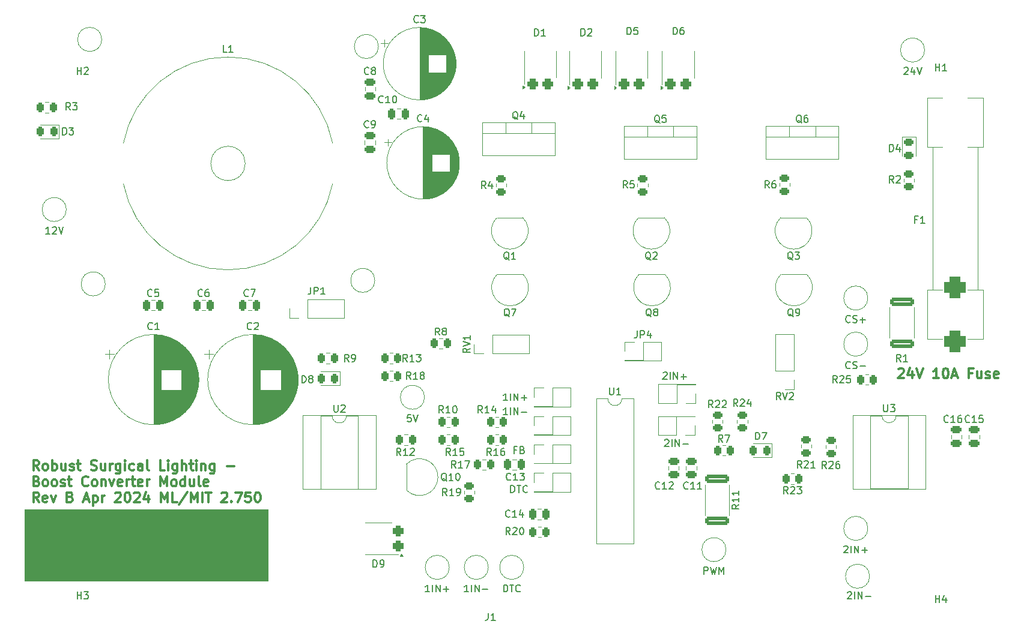
<source format=gto>
G04 #@! TF.GenerationSoftware,KiCad,Pcbnew,8.0.0*
G04 #@! TF.CreationDate,2024-04-26T12:32:38-04:00*
G04 #@! TF.ProjectId,SurgicalLightBoostConverterModule,53757267-6963-4616-9c4c-69676874426f,rev?*
G04 #@! TF.SameCoordinates,Original*
G04 #@! TF.FileFunction,Legend,Top*
G04 #@! TF.FilePolarity,Positive*
%FSLAX46Y46*%
G04 Gerber Fmt 4.6, Leading zero omitted, Abs format (unit mm)*
G04 Created by KiCad (PCBNEW 8.0.0) date 2024-04-26 12:32:38*
%MOMM*%
%LPD*%
G01*
G04 APERTURE LIST*
G04 Aperture macros list*
%AMRoundRect*
0 Rectangle with rounded corners*
0 $1 Rounding radius*
0 $2 $3 $4 $5 $6 $7 $8 $9 X,Y pos of 4 corners*
0 Add a 4 corners polygon primitive as box body*
4,1,4,$2,$3,$4,$5,$6,$7,$8,$9,$2,$3,0*
0 Add four circle primitives for the rounded corners*
1,1,$1+$1,$2,$3*
1,1,$1+$1,$4,$5*
1,1,$1+$1,$6,$7*
1,1,$1+$1,$8,$9*
0 Add four rect primitives between the rounded corners*
20,1,$1+$1,$2,$3,$4,$5,0*
20,1,$1+$1,$4,$5,$6,$7,0*
20,1,$1+$1,$6,$7,$8,$9,0*
20,1,$1+$1,$8,$9,$2,$3,0*%
G04 Aperture macros list end*
%ADD10C,0.350000*%
%ADD11C,0.150000*%
%ADD12C,0.120000*%
%ADD13RoundRect,0.250000X-0.262500X-0.450000X0.262500X-0.450000X0.262500X0.450000X-0.262500X0.450000X0*%
%ADD14R,1.700000X1.700000*%
%ADD15O,1.700000X1.700000*%
%ADD16R,1.600000X1.600000*%
%ADD17O,1.600000X1.600000*%
%ADD18R,1.050000X1.500000*%
%ADD19O,1.050000X1.500000*%
%ADD20C,3.000000*%
%ADD21RoundRect,0.250000X-0.450000X0.262500X-0.450000X-0.262500X0.450000X-0.262500X0.450000X0.262500X0*%
%ADD22R,1.905000X2.000000*%
%ADD23O,1.905000X2.000000*%
%ADD24RoundRect,0.250000X0.262500X0.450000X-0.262500X0.450000X-0.262500X-0.450000X0.262500X-0.450000X0*%
%ADD25RoundRect,0.250000X0.450000X-0.262500X0.450000X0.262500X-0.450000X0.262500X-0.450000X-0.262500X0*%
%ADD26R,2.400000X2.400000*%
%ADD27C,2.400000*%
%ADD28RoundRect,0.250000X0.475000X-0.250000X0.475000X0.250000X-0.475000X0.250000X-0.475000X-0.250000X0*%
%ADD29RoundRect,0.250000X0.250000X0.475000X-0.250000X0.475000X-0.250000X-0.475000X0.250000X-0.475000X0*%
%ADD30RoundRect,0.250000X-1.425000X0.362500X-1.425000X-0.362500X1.425000X-0.362500X1.425000X0.362500X0*%
%ADD31RoundRect,0.243750X-0.456250X0.243750X-0.456250X-0.243750X0.456250X-0.243750X0.456250X0.243750X0*%
%ADD32R,1.500000X1.050000*%
%ADD33O,1.500000X1.050000*%
%ADD34RoundRect,0.250000X-0.250000X-0.475000X0.250000X-0.475000X0.250000X0.475000X-0.250000X0.475000X0*%
%ADD35RoundRect,0.360000X-0.440000X0.360000X-0.440000X-0.360000X0.440000X-0.360000X0.440000X0.360000X0*%
%ADD36R,3.800000X4.960000*%
%ADD37C,5.200000*%
%ADD38RoundRect,0.360000X-0.360000X-0.440000X0.360000X-0.440000X0.360000X0.440000X-0.360000X0.440000X0*%
%ADD39R,4.960000X3.800000*%
%ADD40RoundRect,0.250000X-0.475000X0.250000X-0.475000X-0.250000X0.475000X-0.250000X0.475000X0.250000X0*%
%ADD41R,2.000000X2.000000*%
%ADD42C,2.000000*%
%ADD43C,3.600000*%
%ADD44C,6.400000*%
%ADD45RoundRect,0.243750X0.243750X0.456250X-0.243750X0.456250X-0.243750X-0.456250X0.243750X-0.456250X0*%
%ADD46RoundRect,0.750000X0.750000X-0.750000X0.750000X0.750000X-0.750000X0.750000X-0.750000X-0.750000X0*%
G04 APERTURE END LIST*
G36*
X21296722Y-89821798D02*
G01*
X55703278Y-89821798D01*
X55703278Y-100000000D01*
X21296722Y-100000000D01*
X21296722Y-89821798D01*
G37*
D10*
X144496929Y-70043800D02*
X144563596Y-69977133D01*
X144563596Y-69977133D02*
X144696929Y-69910466D01*
X144696929Y-69910466D02*
X145030263Y-69910466D01*
X145030263Y-69910466D02*
X145163596Y-69977133D01*
X145163596Y-69977133D02*
X145230263Y-70043800D01*
X145230263Y-70043800D02*
X145296929Y-70177133D01*
X145296929Y-70177133D02*
X145296929Y-70310466D01*
X145296929Y-70310466D02*
X145230263Y-70510466D01*
X145230263Y-70510466D02*
X144430263Y-71310466D01*
X144430263Y-71310466D02*
X145296929Y-71310466D01*
X146496929Y-70377133D02*
X146496929Y-71310466D01*
X146163596Y-69843800D02*
X145830262Y-70843800D01*
X145830262Y-70843800D02*
X146696929Y-70843800D01*
X147030262Y-69910466D02*
X147496929Y-71310466D01*
X147496929Y-71310466D02*
X147963595Y-69910466D01*
X150230262Y-71310466D02*
X149430262Y-71310466D01*
X149830262Y-71310466D02*
X149830262Y-69910466D01*
X149830262Y-69910466D02*
X149696929Y-70110466D01*
X149696929Y-70110466D02*
X149563596Y-70243800D01*
X149563596Y-70243800D02*
X149430262Y-70310466D01*
X151096929Y-69910466D02*
X151230262Y-69910466D01*
X151230262Y-69910466D02*
X151363595Y-69977133D01*
X151363595Y-69977133D02*
X151430262Y-70043800D01*
X151430262Y-70043800D02*
X151496929Y-70177133D01*
X151496929Y-70177133D02*
X151563595Y-70443800D01*
X151563595Y-70443800D02*
X151563595Y-70777133D01*
X151563595Y-70777133D02*
X151496929Y-71043800D01*
X151496929Y-71043800D02*
X151430262Y-71177133D01*
X151430262Y-71177133D02*
X151363595Y-71243800D01*
X151363595Y-71243800D02*
X151230262Y-71310466D01*
X151230262Y-71310466D02*
X151096929Y-71310466D01*
X151096929Y-71310466D02*
X150963595Y-71243800D01*
X150963595Y-71243800D02*
X150896929Y-71177133D01*
X150896929Y-71177133D02*
X150830262Y-71043800D01*
X150830262Y-71043800D02*
X150763595Y-70777133D01*
X150763595Y-70777133D02*
X150763595Y-70443800D01*
X150763595Y-70443800D02*
X150830262Y-70177133D01*
X150830262Y-70177133D02*
X150896929Y-70043800D01*
X150896929Y-70043800D02*
X150963595Y-69977133D01*
X150963595Y-69977133D02*
X151096929Y-69910466D01*
X152096928Y-70910466D02*
X152763595Y-70910466D01*
X151963595Y-71310466D02*
X152430262Y-69910466D01*
X152430262Y-69910466D02*
X152896928Y-71310466D01*
X154896929Y-70577133D02*
X154430262Y-70577133D01*
X154430262Y-71310466D02*
X154430262Y-69910466D01*
X154430262Y-69910466D02*
X155096929Y-69910466D01*
X156230262Y-70377133D02*
X156230262Y-71310466D01*
X155630262Y-70377133D02*
X155630262Y-71110466D01*
X155630262Y-71110466D02*
X155696929Y-71243800D01*
X155696929Y-71243800D02*
X155830262Y-71310466D01*
X155830262Y-71310466D02*
X156030262Y-71310466D01*
X156030262Y-71310466D02*
X156163595Y-71243800D01*
X156163595Y-71243800D02*
X156230262Y-71177133D01*
X156830262Y-71243800D02*
X156963596Y-71310466D01*
X156963596Y-71310466D02*
X157230262Y-71310466D01*
X157230262Y-71310466D02*
X157363596Y-71243800D01*
X157363596Y-71243800D02*
X157430262Y-71110466D01*
X157430262Y-71110466D02*
X157430262Y-71043800D01*
X157430262Y-71043800D02*
X157363596Y-70910466D01*
X157363596Y-70910466D02*
X157230262Y-70843800D01*
X157230262Y-70843800D02*
X157030262Y-70843800D01*
X157030262Y-70843800D02*
X156896929Y-70777133D01*
X156896929Y-70777133D02*
X156830262Y-70643800D01*
X156830262Y-70643800D02*
X156830262Y-70577133D01*
X156830262Y-70577133D02*
X156896929Y-70443800D01*
X156896929Y-70443800D02*
X157030262Y-70377133D01*
X157030262Y-70377133D02*
X157230262Y-70377133D01*
X157230262Y-70377133D02*
X157363596Y-70443800D01*
X158563595Y-71243800D02*
X158430262Y-71310466D01*
X158430262Y-71310466D02*
X158163595Y-71310466D01*
X158163595Y-71310466D02*
X158030262Y-71243800D01*
X158030262Y-71243800D02*
X157963595Y-71110466D01*
X157963595Y-71110466D02*
X157963595Y-70577133D01*
X157963595Y-70577133D02*
X158030262Y-70443800D01*
X158030262Y-70443800D02*
X158163595Y-70377133D01*
X158163595Y-70377133D02*
X158430262Y-70377133D01*
X158430262Y-70377133D02*
X158563595Y-70443800D01*
X158563595Y-70443800D02*
X158630262Y-70577133D01*
X158630262Y-70577133D02*
X158630262Y-70710466D01*
X158630262Y-70710466D02*
X157963595Y-70843800D01*
X23363596Y-84302622D02*
X22896929Y-83635956D01*
X22563596Y-84302622D02*
X22563596Y-82902622D01*
X22563596Y-82902622D02*
X23096929Y-82902622D01*
X23096929Y-82902622D02*
X23230263Y-82969289D01*
X23230263Y-82969289D02*
X23296929Y-83035956D01*
X23296929Y-83035956D02*
X23363596Y-83169289D01*
X23363596Y-83169289D02*
X23363596Y-83369289D01*
X23363596Y-83369289D02*
X23296929Y-83502622D01*
X23296929Y-83502622D02*
X23230263Y-83569289D01*
X23230263Y-83569289D02*
X23096929Y-83635956D01*
X23096929Y-83635956D02*
X22563596Y-83635956D01*
X24163596Y-84302622D02*
X24030263Y-84235956D01*
X24030263Y-84235956D02*
X23963596Y-84169289D01*
X23963596Y-84169289D02*
X23896929Y-84035956D01*
X23896929Y-84035956D02*
X23896929Y-83635956D01*
X23896929Y-83635956D02*
X23963596Y-83502622D01*
X23963596Y-83502622D02*
X24030263Y-83435956D01*
X24030263Y-83435956D02*
X24163596Y-83369289D01*
X24163596Y-83369289D02*
X24363596Y-83369289D01*
X24363596Y-83369289D02*
X24496929Y-83435956D01*
X24496929Y-83435956D02*
X24563596Y-83502622D01*
X24563596Y-83502622D02*
X24630263Y-83635956D01*
X24630263Y-83635956D02*
X24630263Y-84035956D01*
X24630263Y-84035956D02*
X24563596Y-84169289D01*
X24563596Y-84169289D02*
X24496929Y-84235956D01*
X24496929Y-84235956D02*
X24363596Y-84302622D01*
X24363596Y-84302622D02*
X24163596Y-84302622D01*
X25230263Y-84302622D02*
X25230263Y-82902622D01*
X25230263Y-83435956D02*
X25363596Y-83369289D01*
X25363596Y-83369289D02*
X25630263Y-83369289D01*
X25630263Y-83369289D02*
X25763596Y-83435956D01*
X25763596Y-83435956D02*
X25830263Y-83502622D01*
X25830263Y-83502622D02*
X25896930Y-83635956D01*
X25896930Y-83635956D02*
X25896930Y-84035956D01*
X25896930Y-84035956D02*
X25830263Y-84169289D01*
X25830263Y-84169289D02*
X25763596Y-84235956D01*
X25763596Y-84235956D02*
X25630263Y-84302622D01*
X25630263Y-84302622D02*
X25363596Y-84302622D01*
X25363596Y-84302622D02*
X25230263Y-84235956D01*
X27096930Y-83369289D02*
X27096930Y-84302622D01*
X26496930Y-83369289D02*
X26496930Y-84102622D01*
X26496930Y-84102622D02*
X26563597Y-84235956D01*
X26563597Y-84235956D02*
X26696930Y-84302622D01*
X26696930Y-84302622D02*
X26896930Y-84302622D01*
X26896930Y-84302622D02*
X27030263Y-84235956D01*
X27030263Y-84235956D02*
X27096930Y-84169289D01*
X27696930Y-84235956D02*
X27830264Y-84302622D01*
X27830264Y-84302622D02*
X28096930Y-84302622D01*
X28096930Y-84302622D02*
X28230264Y-84235956D01*
X28230264Y-84235956D02*
X28296930Y-84102622D01*
X28296930Y-84102622D02*
X28296930Y-84035956D01*
X28296930Y-84035956D02*
X28230264Y-83902622D01*
X28230264Y-83902622D02*
X28096930Y-83835956D01*
X28096930Y-83835956D02*
X27896930Y-83835956D01*
X27896930Y-83835956D02*
X27763597Y-83769289D01*
X27763597Y-83769289D02*
X27696930Y-83635956D01*
X27696930Y-83635956D02*
X27696930Y-83569289D01*
X27696930Y-83569289D02*
X27763597Y-83435956D01*
X27763597Y-83435956D02*
X27896930Y-83369289D01*
X27896930Y-83369289D02*
X28096930Y-83369289D01*
X28096930Y-83369289D02*
X28230264Y-83435956D01*
X28696930Y-83369289D02*
X29230263Y-83369289D01*
X28896930Y-82902622D02*
X28896930Y-84102622D01*
X28896930Y-84102622D02*
X28963597Y-84235956D01*
X28963597Y-84235956D02*
X29096930Y-84302622D01*
X29096930Y-84302622D02*
X29230263Y-84302622D01*
X30696930Y-84235956D02*
X30896930Y-84302622D01*
X30896930Y-84302622D02*
X31230264Y-84302622D01*
X31230264Y-84302622D02*
X31363597Y-84235956D01*
X31363597Y-84235956D02*
X31430264Y-84169289D01*
X31430264Y-84169289D02*
X31496930Y-84035956D01*
X31496930Y-84035956D02*
X31496930Y-83902622D01*
X31496930Y-83902622D02*
X31430264Y-83769289D01*
X31430264Y-83769289D02*
X31363597Y-83702622D01*
X31363597Y-83702622D02*
X31230264Y-83635956D01*
X31230264Y-83635956D02*
X30963597Y-83569289D01*
X30963597Y-83569289D02*
X30830264Y-83502622D01*
X30830264Y-83502622D02*
X30763597Y-83435956D01*
X30763597Y-83435956D02*
X30696930Y-83302622D01*
X30696930Y-83302622D02*
X30696930Y-83169289D01*
X30696930Y-83169289D02*
X30763597Y-83035956D01*
X30763597Y-83035956D02*
X30830264Y-82969289D01*
X30830264Y-82969289D02*
X30963597Y-82902622D01*
X30963597Y-82902622D02*
X31296930Y-82902622D01*
X31296930Y-82902622D02*
X31496930Y-82969289D01*
X32696930Y-83369289D02*
X32696930Y-84302622D01*
X32096930Y-83369289D02*
X32096930Y-84102622D01*
X32096930Y-84102622D02*
X32163597Y-84235956D01*
X32163597Y-84235956D02*
X32296930Y-84302622D01*
X32296930Y-84302622D02*
X32496930Y-84302622D01*
X32496930Y-84302622D02*
X32630263Y-84235956D01*
X32630263Y-84235956D02*
X32696930Y-84169289D01*
X33363597Y-84302622D02*
X33363597Y-83369289D01*
X33363597Y-83635956D02*
X33430264Y-83502622D01*
X33430264Y-83502622D02*
X33496930Y-83435956D01*
X33496930Y-83435956D02*
X33630264Y-83369289D01*
X33630264Y-83369289D02*
X33763597Y-83369289D01*
X34830264Y-83369289D02*
X34830264Y-84502622D01*
X34830264Y-84502622D02*
X34763597Y-84635956D01*
X34763597Y-84635956D02*
X34696931Y-84702622D01*
X34696931Y-84702622D02*
X34563597Y-84769289D01*
X34563597Y-84769289D02*
X34363597Y-84769289D01*
X34363597Y-84769289D02*
X34230264Y-84702622D01*
X34830264Y-84235956D02*
X34696931Y-84302622D01*
X34696931Y-84302622D02*
X34430264Y-84302622D01*
X34430264Y-84302622D02*
X34296931Y-84235956D01*
X34296931Y-84235956D02*
X34230264Y-84169289D01*
X34230264Y-84169289D02*
X34163597Y-84035956D01*
X34163597Y-84035956D02*
X34163597Y-83635956D01*
X34163597Y-83635956D02*
X34230264Y-83502622D01*
X34230264Y-83502622D02*
X34296931Y-83435956D01*
X34296931Y-83435956D02*
X34430264Y-83369289D01*
X34430264Y-83369289D02*
X34696931Y-83369289D01*
X34696931Y-83369289D02*
X34830264Y-83435956D01*
X35496931Y-84302622D02*
X35496931Y-83369289D01*
X35496931Y-82902622D02*
X35430264Y-82969289D01*
X35430264Y-82969289D02*
X35496931Y-83035956D01*
X35496931Y-83035956D02*
X35563598Y-82969289D01*
X35563598Y-82969289D02*
X35496931Y-82902622D01*
X35496931Y-82902622D02*
X35496931Y-83035956D01*
X36763598Y-84235956D02*
X36630265Y-84302622D01*
X36630265Y-84302622D02*
X36363598Y-84302622D01*
X36363598Y-84302622D02*
X36230265Y-84235956D01*
X36230265Y-84235956D02*
X36163598Y-84169289D01*
X36163598Y-84169289D02*
X36096931Y-84035956D01*
X36096931Y-84035956D02*
X36096931Y-83635956D01*
X36096931Y-83635956D02*
X36163598Y-83502622D01*
X36163598Y-83502622D02*
X36230265Y-83435956D01*
X36230265Y-83435956D02*
X36363598Y-83369289D01*
X36363598Y-83369289D02*
X36630265Y-83369289D01*
X36630265Y-83369289D02*
X36763598Y-83435956D01*
X37963598Y-84302622D02*
X37963598Y-83569289D01*
X37963598Y-83569289D02*
X37896931Y-83435956D01*
X37896931Y-83435956D02*
X37763598Y-83369289D01*
X37763598Y-83369289D02*
X37496931Y-83369289D01*
X37496931Y-83369289D02*
X37363598Y-83435956D01*
X37963598Y-84235956D02*
X37830265Y-84302622D01*
X37830265Y-84302622D02*
X37496931Y-84302622D01*
X37496931Y-84302622D02*
X37363598Y-84235956D01*
X37363598Y-84235956D02*
X37296931Y-84102622D01*
X37296931Y-84102622D02*
X37296931Y-83969289D01*
X37296931Y-83969289D02*
X37363598Y-83835956D01*
X37363598Y-83835956D02*
X37496931Y-83769289D01*
X37496931Y-83769289D02*
X37830265Y-83769289D01*
X37830265Y-83769289D02*
X37963598Y-83702622D01*
X38830265Y-84302622D02*
X38696932Y-84235956D01*
X38696932Y-84235956D02*
X38630265Y-84102622D01*
X38630265Y-84102622D02*
X38630265Y-82902622D01*
X41096932Y-84302622D02*
X40430265Y-84302622D01*
X40430265Y-84302622D02*
X40430265Y-82902622D01*
X41563598Y-84302622D02*
X41563598Y-83369289D01*
X41563598Y-82902622D02*
X41496931Y-82969289D01*
X41496931Y-82969289D02*
X41563598Y-83035956D01*
X41563598Y-83035956D02*
X41630265Y-82969289D01*
X41630265Y-82969289D02*
X41563598Y-82902622D01*
X41563598Y-82902622D02*
X41563598Y-83035956D01*
X42830265Y-83369289D02*
X42830265Y-84502622D01*
X42830265Y-84502622D02*
X42763598Y-84635956D01*
X42763598Y-84635956D02*
X42696932Y-84702622D01*
X42696932Y-84702622D02*
X42563598Y-84769289D01*
X42563598Y-84769289D02*
X42363598Y-84769289D01*
X42363598Y-84769289D02*
X42230265Y-84702622D01*
X42830265Y-84235956D02*
X42696932Y-84302622D01*
X42696932Y-84302622D02*
X42430265Y-84302622D01*
X42430265Y-84302622D02*
X42296932Y-84235956D01*
X42296932Y-84235956D02*
X42230265Y-84169289D01*
X42230265Y-84169289D02*
X42163598Y-84035956D01*
X42163598Y-84035956D02*
X42163598Y-83635956D01*
X42163598Y-83635956D02*
X42230265Y-83502622D01*
X42230265Y-83502622D02*
X42296932Y-83435956D01*
X42296932Y-83435956D02*
X42430265Y-83369289D01*
X42430265Y-83369289D02*
X42696932Y-83369289D01*
X42696932Y-83369289D02*
X42830265Y-83435956D01*
X43496932Y-84302622D02*
X43496932Y-82902622D01*
X44096932Y-84302622D02*
X44096932Y-83569289D01*
X44096932Y-83569289D02*
X44030265Y-83435956D01*
X44030265Y-83435956D02*
X43896932Y-83369289D01*
X43896932Y-83369289D02*
X43696932Y-83369289D01*
X43696932Y-83369289D02*
X43563599Y-83435956D01*
X43563599Y-83435956D02*
X43496932Y-83502622D01*
X44563599Y-83369289D02*
X45096932Y-83369289D01*
X44763599Y-82902622D02*
X44763599Y-84102622D01*
X44763599Y-84102622D02*
X44830266Y-84235956D01*
X44830266Y-84235956D02*
X44963599Y-84302622D01*
X44963599Y-84302622D02*
X45096932Y-84302622D01*
X45563599Y-84302622D02*
X45563599Y-83369289D01*
X45563599Y-82902622D02*
X45496932Y-82969289D01*
X45496932Y-82969289D02*
X45563599Y-83035956D01*
X45563599Y-83035956D02*
X45630266Y-82969289D01*
X45630266Y-82969289D02*
X45563599Y-82902622D01*
X45563599Y-82902622D02*
X45563599Y-83035956D01*
X46230266Y-83369289D02*
X46230266Y-84302622D01*
X46230266Y-83502622D02*
X46296933Y-83435956D01*
X46296933Y-83435956D02*
X46430266Y-83369289D01*
X46430266Y-83369289D02*
X46630266Y-83369289D01*
X46630266Y-83369289D02*
X46763599Y-83435956D01*
X46763599Y-83435956D02*
X46830266Y-83569289D01*
X46830266Y-83569289D02*
X46830266Y-84302622D01*
X48096933Y-83369289D02*
X48096933Y-84502622D01*
X48096933Y-84502622D02*
X48030266Y-84635956D01*
X48030266Y-84635956D02*
X47963600Y-84702622D01*
X47963600Y-84702622D02*
X47830266Y-84769289D01*
X47830266Y-84769289D02*
X47630266Y-84769289D01*
X47630266Y-84769289D02*
X47496933Y-84702622D01*
X48096933Y-84235956D02*
X47963600Y-84302622D01*
X47963600Y-84302622D02*
X47696933Y-84302622D01*
X47696933Y-84302622D02*
X47563600Y-84235956D01*
X47563600Y-84235956D02*
X47496933Y-84169289D01*
X47496933Y-84169289D02*
X47430266Y-84035956D01*
X47430266Y-84035956D02*
X47430266Y-83635956D01*
X47430266Y-83635956D02*
X47496933Y-83502622D01*
X47496933Y-83502622D02*
X47563600Y-83435956D01*
X47563600Y-83435956D02*
X47696933Y-83369289D01*
X47696933Y-83369289D02*
X47963600Y-83369289D01*
X47963600Y-83369289D02*
X48096933Y-83435956D01*
X49830267Y-83769289D02*
X50896934Y-83769289D01*
X23030263Y-85823211D02*
X23230263Y-85889878D01*
X23230263Y-85889878D02*
X23296929Y-85956544D01*
X23296929Y-85956544D02*
X23363596Y-86089878D01*
X23363596Y-86089878D02*
X23363596Y-86289878D01*
X23363596Y-86289878D02*
X23296929Y-86423211D01*
X23296929Y-86423211D02*
X23230263Y-86489878D01*
X23230263Y-86489878D02*
X23096929Y-86556544D01*
X23096929Y-86556544D02*
X22563596Y-86556544D01*
X22563596Y-86556544D02*
X22563596Y-85156544D01*
X22563596Y-85156544D02*
X23030263Y-85156544D01*
X23030263Y-85156544D02*
X23163596Y-85223211D01*
X23163596Y-85223211D02*
X23230263Y-85289878D01*
X23230263Y-85289878D02*
X23296929Y-85423211D01*
X23296929Y-85423211D02*
X23296929Y-85556544D01*
X23296929Y-85556544D02*
X23230263Y-85689878D01*
X23230263Y-85689878D02*
X23163596Y-85756544D01*
X23163596Y-85756544D02*
X23030263Y-85823211D01*
X23030263Y-85823211D02*
X22563596Y-85823211D01*
X24163596Y-86556544D02*
X24030263Y-86489878D01*
X24030263Y-86489878D02*
X23963596Y-86423211D01*
X23963596Y-86423211D02*
X23896929Y-86289878D01*
X23896929Y-86289878D02*
X23896929Y-85889878D01*
X23896929Y-85889878D02*
X23963596Y-85756544D01*
X23963596Y-85756544D02*
X24030263Y-85689878D01*
X24030263Y-85689878D02*
X24163596Y-85623211D01*
X24163596Y-85623211D02*
X24363596Y-85623211D01*
X24363596Y-85623211D02*
X24496929Y-85689878D01*
X24496929Y-85689878D02*
X24563596Y-85756544D01*
X24563596Y-85756544D02*
X24630263Y-85889878D01*
X24630263Y-85889878D02*
X24630263Y-86289878D01*
X24630263Y-86289878D02*
X24563596Y-86423211D01*
X24563596Y-86423211D02*
X24496929Y-86489878D01*
X24496929Y-86489878D02*
X24363596Y-86556544D01*
X24363596Y-86556544D02*
X24163596Y-86556544D01*
X25430263Y-86556544D02*
X25296930Y-86489878D01*
X25296930Y-86489878D02*
X25230263Y-86423211D01*
X25230263Y-86423211D02*
X25163596Y-86289878D01*
X25163596Y-86289878D02*
X25163596Y-85889878D01*
X25163596Y-85889878D02*
X25230263Y-85756544D01*
X25230263Y-85756544D02*
X25296930Y-85689878D01*
X25296930Y-85689878D02*
X25430263Y-85623211D01*
X25430263Y-85623211D02*
X25630263Y-85623211D01*
X25630263Y-85623211D02*
X25763596Y-85689878D01*
X25763596Y-85689878D02*
X25830263Y-85756544D01*
X25830263Y-85756544D02*
X25896930Y-85889878D01*
X25896930Y-85889878D02*
X25896930Y-86289878D01*
X25896930Y-86289878D02*
X25830263Y-86423211D01*
X25830263Y-86423211D02*
X25763596Y-86489878D01*
X25763596Y-86489878D02*
X25630263Y-86556544D01*
X25630263Y-86556544D02*
X25430263Y-86556544D01*
X26430263Y-86489878D02*
X26563597Y-86556544D01*
X26563597Y-86556544D02*
X26830263Y-86556544D01*
X26830263Y-86556544D02*
X26963597Y-86489878D01*
X26963597Y-86489878D02*
X27030263Y-86356544D01*
X27030263Y-86356544D02*
X27030263Y-86289878D01*
X27030263Y-86289878D02*
X26963597Y-86156544D01*
X26963597Y-86156544D02*
X26830263Y-86089878D01*
X26830263Y-86089878D02*
X26630263Y-86089878D01*
X26630263Y-86089878D02*
X26496930Y-86023211D01*
X26496930Y-86023211D02*
X26430263Y-85889878D01*
X26430263Y-85889878D02*
X26430263Y-85823211D01*
X26430263Y-85823211D02*
X26496930Y-85689878D01*
X26496930Y-85689878D02*
X26630263Y-85623211D01*
X26630263Y-85623211D02*
X26830263Y-85623211D01*
X26830263Y-85623211D02*
X26963597Y-85689878D01*
X27430263Y-85623211D02*
X27963596Y-85623211D01*
X27630263Y-85156544D02*
X27630263Y-86356544D01*
X27630263Y-86356544D02*
X27696930Y-86489878D01*
X27696930Y-86489878D02*
X27830263Y-86556544D01*
X27830263Y-86556544D02*
X27963596Y-86556544D01*
X30296930Y-86423211D02*
X30230263Y-86489878D01*
X30230263Y-86489878D02*
X30030263Y-86556544D01*
X30030263Y-86556544D02*
X29896930Y-86556544D01*
X29896930Y-86556544D02*
X29696930Y-86489878D01*
X29696930Y-86489878D02*
X29563597Y-86356544D01*
X29563597Y-86356544D02*
X29496930Y-86223211D01*
X29496930Y-86223211D02*
X29430263Y-85956544D01*
X29430263Y-85956544D02*
X29430263Y-85756544D01*
X29430263Y-85756544D02*
X29496930Y-85489878D01*
X29496930Y-85489878D02*
X29563597Y-85356544D01*
X29563597Y-85356544D02*
X29696930Y-85223211D01*
X29696930Y-85223211D02*
X29896930Y-85156544D01*
X29896930Y-85156544D02*
X30030263Y-85156544D01*
X30030263Y-85156544D02*
X30230263Y-85223211D01*
X30230263Y-85223211D02*
X30296930Y-85289878D01*
X31096930Y-86556544D02*
X30963597Y-86489878D01*
X30963597Y-86489878D02*
X30896930Y-86423211D01*
X30896930Y-86423211D02*
X30830263Y-86289878D01*
X30830263Y-86289878D02*
X30830263Y-85889878D01*
X30830263Y-85889878D02*
X30896930Y-85756544D01*
X30896930Y-85756544D02*
X30963597Y-85689878D01*
X30963597Y-85689878D02*
X31096930Y-85623211D01*
X31096930Y-85623211D02*
X31296930Y-85623211D01*
X31296930Y-85623211D02*
X31430263Y-85689878D01*
X31430263Y-85689878D02*
X31496930Y-85756544D01*
X31496930Y-85756544D02*
X31563597Y-85889878D01*
X31563597Y-85889878D02*
X31563597Y-86289878D01*
X31563597Y-86289878D02*
X31496930Y-86423211D01*
X31496930Y-86423211D02*
X31430263Y-86489878D01*
X31430263Y-86489878D02*
X31296930Y-86556544D01*
X31296930Y-86556544D02*
X31096930Y-86556544D01*
X32163597Y-85623211D02*
X32163597Y-86556544D01*
X32163597Y-85756544D02*
X32230264Y-85689878D01*
X32230264Y-85689878D02*
X32363597Y-85623211D01*
X32363597Y-85623211D02*
X32563597Y-85623211D01*
X32563597Y-85623211D02*
X32696930Y-85689878D01*
X32696930Y-85689878D02*
X32763597Y-85823211D01*
X32763597Y-85823211D02*
X32763597Y-86556544D01*
X33296931Y-85623211D02*
X33630264Y-86556544D01*
X33630264Y-86556544D02*
X33963597Y-85623211D01*
X35030264Y-86489878D02*
X34896931Y-86556544D01*
X34896931Y-86556544D02*
X34630264Y-86556544D01*
X34630264Y-86556544D02*
X34496931Y-86489878D01*
X34496931Y-86489878D02*
X34430264Y-86356544D01*
X34430264Y-86356544D02*
X34430264Y-85823211D01*
X34430264Y-85823211D02*
X34496931Y-85689878D01*
X34496931Y-85689878D02*
X34630264Y-85623211D01*
X34630264Y-85623211D02*
X34896931Y-85623211D01*
X34896931Y-85623211D02*
X35030264Y-85689878D01*
X35030264Y-85689878D02*
X35096931Y-85823211D01*
X35096931Y-85823211D02*
X35096931Y-85956544D01*
X35096931Y-85956544D02*
X34430264Y-86089878D01*
X35696931Y-86556544D02*
X35696931Y-85623211D01*
X35696931Y-85889878D02*
X35763598Y-85756544D01*
X35763598Y-85756544D02*
X35830264Y-85689878D01*
X35830264Y-85689878D02*
X35963598Y-85623211D01*
X35963598Y-85623211D02*
X36096931Y-85623211D01*
X36363598Y-85623211D02*
X36896931Y-85623211D01*
X36563598Y-85156544D02*
X36563598Y-86356544D01*
X36563598Y-86356544D02*
X36630265Y-86489878D01*
X36630265Y-86489878D02*
X36763598Y-86556544D01*
X36763598Y-86556544D02*
X36896931Y-86556544D01*
X37896931Y-86489878D02*
X37763598Y-86556544D01*
X37763598Y-86556544D02*
X37496931Y-86556544D01*
X37496931Y-86556544D02*
X37363598Y-86489878D01*
X37363598Y-86489878D02*
X37296931Y-86356544D01*
X37296931Y-86356544D02*
X37296931Y-85823211D01*
X37296931Y-85823211D02*
X37363598Y-85689878D01*
X37363598Y-85689878D02*
X37496931Y-85623211D01*
X37496931Y-85623211D02*
X37763598Y-85623211D01*
X37763598Y-85623211D02*
X37896931Y-85689878D01*
X37896931Y-85689878D02*
X37963598Y-85823211D01*
X37963598Y-85823211D02*
X37963598Y-85956544D01*
X37963598Y-85956544D02*
X37296931Y-86089878D01*
X38563598Y-86556544D02*
X38563598Y-85623211D01*
X38563598Y-85889878D02*
X38630265Y-85756544D01*
X38630265Y-85756544D02*
X38696931Y-85689878D01*
X38696931Y-85689878D02*
X38830265Y-85623211D01*
X38830265Y-85623211D02*
X38963598Y-85623211D01*
X40496932Y-86556544D02*
X40496932Y-85156544D01*
X40496932Y-85156544D02*
X40963599Y-86156544D01*
X40963599Y-86156544D02*
X41430265Y-85156544D01*
X41430265Y-85156544D02*
X41430265Y-86556544D01*
X42296932Y-86556544D02*
X42163599Y-86489878D01*
X42163599Y-86489878D02*
X42096932Y-86423211D01*
X42096932Y-86423211D02*
X42030265Y-86289878D01*
X42030265Y-86289878D02*
X42030265Y-85889878D01*
X42030265Y-85889878D02*
X42096932Y-85756544D01*
X42096932Y-85756544D02*
X42163599Y-85689878D01*
X42163599Y-85689878D02*
X42296932Y-85623211D01*
X42296932Y-85623211D02*
X42496932Y-85623211D01*
X42496932Y-85623211D02*
X42630265Y-85689878D01*
X42630265Y-85689878D02*
X42696932Y-85756544D01*
X42696932Y-85756544D02*
X42763599Y-85889878D01*
X42763599Y-85889878D02*
X42763599Y-86289878D01*
X42763599Y-86289878D02*
X42696932Y-86423211D01*
X42696932Y-86423211D02*
X42630265Y-86489878D01*
X42630265Y-86489878D02*
X42496932Y-86556544D01*
X42496932Y-86556544D02*
X42296932Y-86556544D01*
X43963599Y-86556544D02*
X43963599Y-85156544D01*
X43963599Y-86489878D02*
X43830266Y-86556544D01*
X43830266Y-86556544D02*
X43563599Y-86556544D01*
X43563599Y-86556544D02*
X43430266Y-86489878D01*
X43430266Y-86489878D02*
X43363599Y-86423211D01*
X43363599Y-86423211D02*
X43296932Y-86289878D01*
X43296932Y-86289878D02*
X43296932Y-85889878D01*
X43296932Y-85889878D02*
X43363599Y-85756544D01*
X43363599Y-85756544D02*
X43430266Y-85689878D01*
X43430266Y-85689878D02*
X43563599Y-85623211D01*
X43563599Y-85623211D02*
X43830266Y-85623211D01*
X43830266Y-85623211D02*
X43963599Y-85689878D01*
X45230266Y-85623211D02*
X45230266Y-86556544D01*
X44630266Y-85623211D02*
X44630266Y-86356544D01*
X44630266Y-86356544D02*
X44696933Y-86489878D01*
X44696933Y-86489878D02*
X44830266Y-86556544D01*
X44830266Y-86556544D02*
X45030266Y-86556544D01*
X45030266Y-86556544D02*
X45163599Y-86489878D01*
X45163599Y-86489878D02*
X45230266Y-86423211D01*
X46096933Y-86556544D02*
X45963600Y-86489878D01*
X45963600Y-86489878D02*
X45896933Y-86356544D01*
X45896933Y-86356544D02*
X45896933Y-85156544D01*
X47163599Y-86489878D02*
X47030266Y-86556544D01*
X47030266Y-86556544D02*
X46763599Y-86556544D01*
X46763599Y-86556544D02*
X46630266Y-86489878D01*
X46630266Y-86489878D02*
X46563599Y-86356544D01*
X46563599Y-86356544D02*
X46563599Y-85823211D01*
X46563599Y-85823211D02*
X46630266Y-85689878D01*
X46630266Y-85689878D02*
X46763599Y-85623211D01*
X46763599Y-85623211D02*
X47030266Y-85623211D01*
X47030266Y-85623211D02*
X47163599Y-85689878D01*
X47163599Y-85689878D02*
X47230266Y-85823211D01*
X47230266Y-85823211D02*
X47230266Y-85956544D01*
X47230266Y-85956544D02*
X46563599Y-86089878D01*
X23363596Y-88810466D02*
X22896929Y-88143800D01*
X22563596Y-88810466D02*
X22563596Y-87410466D01*
X22563596Y-87410466D02*
X23096929Y-87410466D01*
X23096929Y-87410466D02*
X23230263Y-87477133D01*
X23230263Y-87477133D02*
X23296929Y-87543800D01*
X23296929Y-87543800D02*
X23363596Y-87677133D01*
X23363596Y-87677133D02*
X23363596Y-87877133D01*
X23363596Y-87877133D02*
X23296929Y-88010466D01*
X23296929Y-88010466D02*
X23230263Y-88077133D01*
X23230263Y-88077133D02*
X23096929Y-88143800D01*
X23096929Y-88143800D02*
X22563596Y-88143800D01*
X24496929Y-88743800D02*
X24363596Y-88810466D01*
X24363596Y-88810466D02*
X24096929Y-88810466D01*
X24096929Y-88810466D02*
X23963596Y-88743800D01*
X23963596Y-88743800D02*
X23896929Y-88610466D01*
X23896929Y-88610466D02*
X23896929Y-88077133D01*
X23896929Y-88077133D02*
X23963596Y-87943800D01*
X23963596Y-87943800D02*
X24096929Y-87877133D01*
X24096929Y-87877133D02*
X24363596Y-87877133D01*
X24363596Y-87877133D02*
X24496929Y-87943800D01*
X24496929Y-87943800D02*
X24563596Y-88077133D01*
X24563596Y-88077133D02*
X24563596Y-88210466D01*
X24563596Y-88210466D02*
X23896929Y-88343800D01*
X25030263Y-87877133D02*
X25363596Y-88810466D01*
X25363596Y-88810466D02*
X25696929Y-87877133D01*
X27763597Y-88077133D02*
X27963597Y-88143800D01*
X27963597Y-88143800D02*
X28030263Y-88210466D01*
X28030263Y-88210466D02*
X28096930Y-88343800D01*
X28096930Y-88343800D02*
X28096930Y-88543800D01*
X28096930Y-88543800D02*
X28030263Y-88677133D01*
X28030263Y-88677133D02*
X27963597Y-88743800D01*
X27963597Y-88743800D02*
X27830263Y-88810466D01*
X27830263Y-88810466D02*
X27296930Y-88810466D01*
X27296930Y-88810466D02*
X27296930Y-87410466D01*
X27296930Y-87410466D02*
X27763597Y-87410466D01*
X27763597Y-87410466D02*
X27896930Y-87477133D01*
X27896930Y-87477133D02*
X27963597Y-87543800D01*
X27963597Y-87543800D02*
X28030263Y-87677133D01*
X28030263Y-87677133D02*
X28030263Y-87810466D01*
X28030263Y-87810466D02*
X27963597Y-87943800D01*
X27963597Y-87943800D02*
X27896930Y-88010466D01*
X27896930Y-88010466D02*
X27763597Y-88077133D01*
X27763597Y-88077133D02*
X27296930Y-88077133D01*
X29696930Y-88410466D02*
X30363597Y-88410466D01*
X29563597Y-88810466D02*
X30030264Y-87410466D01*
X30030264Y-87410466D02*
X30496930Y-88810466D01*
X30963597Y-87877133D02*
X30963597Y-89277133D01*
X30963597Y-87943800D02*
X31096930Y-87877133D01*
X31096930Y-87877133D02*
X31363597Y-87877133D01*
X31363597Y-87877133D02*
X31496930Y-87943800D01*
X31496930Y-87943800D02*
X31563597Y-88010466D01*
X31563597Y-88010466D02*
X31630264Y-88143800D01*
X31630264Y-88143800D02*
X31630264Y-88543800D01*
X31630264Y-88543800D02*
X31563597Y-88677133D01*
X31563597Y-88677133D02*
X31496930Y-88743800D01*
X31496930Y-88743800D02*
X31363597Y-88810466D01*
X31363597Y-88810466D02*
X31096930Y-88810466D01*
X31096930Y-88810466D02*
X30963597Y-88743800D01*
X32230264Y-88810466D02*
X32230264Y-87877133D01*
X32230264Y-88143800D02*
X32296931Y-88010466D01*
X32296931Y-88010466D02*
X32363597Y-87943800D01*
X32363597Y-87943800D02*
X32496931Y-87877133D01*
X32496931Y-87877133D02*
X32630264Y-87877133D01*
X34096931Y-87543800D02*
X34163598Y-87477133D01*
X34163598Y-87477133D02*
X34296931Y-87410466D01*
X34296931Y-87410466D02*
X34630265Y-87410466D01*
X34630265Y-87410466D02*
X34763598Y-87477133D01*
X34763598Y-87477133D02*
X34830265Y-87543800D01*
X34830265Y-87543800D02*
X34896931Y-87677133D01*
X34896931Y-87677133D02*
X34896931Y-87810466D01*
X34896931Y-87810466D02*
X34830265Y-88010466D01*
X34830265Y-88010466D02*
X34030265Y-88810466D01*
X34030265Y-88810466D02*
X34896931Y-88810466D01*
X35763598Y-87410466D02*
X35896931Y-87410466D01*
X35896931Y-87410466D02*
X36030264Y-87477133D01*
X36030264Y-87477133D02*
X36096931Y-87543800D01*
X36096931Y-87543800D02*
X36163598Y-87677133D01*
X36163598Y-87677133D02*
X36230264Y-87943800D01*
X36230264Y-87943800D02*
X36230264Y-88277133D01*
X36230264Y-88277133D02*
X36163598Y-88543800D01*
X36163598Y-88543800D02*
X36096931Y-88677133D01*
X36096931Y-88677133D02*
X36030264Y-88743800D01*
X36030264Y-88743800D02*
X35896931Y-88810466D01*
X35896931Y-88810466D02*
X35763598Y-88810466D01*
X35763598Y-88810466D02*
X35630264Y-88743800D01*
X35630264Y-88743800D02*
X35563598Y-88677133D01*
X35563598Y-88677133D02*
X35496931Y-88543800D01*
X35496931Y-88543800D02*
X35430264Y-88277133D01*
X35430264Y-88277133D02*
X35430264Y-87943800D01*
X35430264Y-87943800D02*
X35496931Y-87677133D01*
X35496931Y-87677133D02*
X35563598Y-87543800D01*
X35563598Y-87543800D02*
X35630264Y-87477133D01*
X35630264Y-87477133D02*
X35763598Y-87410466D01*
X36763597Y-87543800D02*
X36830264Y-87477133D01*
X36830264Y-87477133D02*
X36963597Y-87410466D01*
X36963597Y-87410466D02*
X37296931Y-87410466D01*
X37296931Y-87410466D02*
X37430264Y-87477133D01*
X37430264Y-87477133D02*
X37496931Y-87543800D01*
X37496931Y-87543800D02*
X37563597Y-87677133D01*
X37563597Y-87677133D02*
X37563597Y-87810466D01*
X37563597Y-87810466D02*
X37496931Y-88010466D01*
X37496931Y-88010466D02*
X36696931Y-88810466D01*
X36696931Y-88810466D02*
X37563597Y-88810466D01*
X38763597Y-87877133D02*
X38763597Y-88810466D01*
X38430264Y-87343800D02*
X38096930Y-88343800D01*
X38096930Y-88343800D02*
X38963597Y-88343800D01*
X40563597Y-88810466D02*
X40563597Y-87410466D01*
X40563597Y-87410466D02*
X41030264Y-88410466D01*
X41030264Y-88410466D02*
X41496930Y-87410466D01*
X41496930Y-87410466D02*
X41496930Y-88810466D01*
X42830264Y-88810466D02*
X42163597Y-88810466D01*
X42163597Y-88810466D02*
X42163597Y-87410466D01*
X44296930Y-87343800D02*
X43096930Y-89143800D01*
X44763597Y-88810466D02*
X44763597Y-87410466D01*
X44763597Y-87410466D02*
X45230264Y-88410466D01*
X45230264Y-88410466D02*
X45696930Y-87410466D01*
X45696930Y-87410466D02*
X45696930Y-88810466D01*
X46363597Y-88810466D02*
X46363597Y-87410466D01*
X46830264Y-87410466D02*
X47630264Y-87410466D01*
X47230264Y-88810466D02*
X47230264Y-87410466D01*
X49096931Y-87543800D02*
X49163598Y-87477133D01*
X49163598Y-87477133D02*
X49296931Y-87410466D01*
X49296931Y-87410466D02*
X49630265Y-87410466D01*
X49630265Y-87410466D02*
X49763598Y-87477133D01*
X49763598Y-87477133D02*
X49830265Y-87543800D01*
X49830265Y-87543800D02*
X49896931Y-87677133D01*
X49896931Y-87677133D02*
X49896931Y-87810466D01*
X49896931Y-87810466D02*
X49830265Y-88010466D01*
X49830265Y-88010466D02*
X49030265Y-88810466D01*
X49030265Y-88810466D02*
X49896931Y-88810466D01*
X50496931Y-88677133D02*
X50563598Y-88743800D01*
X50563598Y-88743800D02*
X50496931Y-88810466D01*
X50496931Y-88810466D02*
X50430264Y-88743800D01*
X50430264Y-88743800D02*
X50496931Y-88677133D01*
X50496931Y-88677133D02*
X50496931Y-88810466D01*
X51030265Y-87410466D02*
X51963598Y-87410466D01*
X51963598Y-87410466D02*
X51363598Y-88810466D01*
X53163598Y-87410466D02*
X52496931Y-87410466D01*
X52496931Y-87410466D02*
X52430264Y-88077133D01*
X52430264Y-88077133D02*
X52496931Y-88010466D01*
X52496931Y-88010466D02*
X52630264Y-87943800D01*
X52630264Y-87943800D02*
X52963598Y-87943800D01*
X52963598Y-87943800D02*
X53096931Y-88010466D01*
X53096931Y-88010466D02*
X53163598Y-88077133D01*
X53163598Y-88077133D02*
X53230264Y-88210466D01*
X53230264Y-88210466D02*
X53230264Y-88543800D01*
X53230264Y-88543800D02*
X53163598Y-88677133D01*
X53163598Y-88677133D02*
X53096931Y-88743800D01*
X53096931Y-88743800D02*
X52963598Y-88810466D01*
X52963598Y-88810466D02*
X52630264Y-88810466D01*
X52630264Y-88810466D02*
X52496931Y-88743800D01*
X52496931Y-88743800D02*
X52430264Y-88677133D01*
X54096931Y-87410466D02*
X54230264Y-87410466D01*
X54230264Y-87410466D02*
X54363597Y-87477133D01*
X54363597Y-87477133D02*
X54430264Y-87543800D01*
X54430264Y-87543800D02*
X54496931Y-87677133D01*
X54496931Y-87677133D02*
X54563597Y-87943800D01*
X54563597Y-87943800D02*
X54563597Y-88277133D01*
X54563597Y-88277133D02*
X54496931Y-88543800D01*
X54496931Y-88543800D02*
X54430264Y-88677133D01*
X54430264Y-88677133D02*
X54363597Y-88743800D01*
X54363597Y-88743800D02*
X54230264Y-88810466D01*
X54230264Y-88810466D02*
X54096931Y-88810466D01*
X54096931Y-88810466D02*
X53963597Y-88743800D01*
X53963597Y-88743800D02*
X53896931Y-88677133D01*
X53896931Y-88677133D02*
X53830264Y-88543800D01*
X53830264Y-88543800D02*
X53763597Y-88277133D01*
X53763597Y-88277133D02*
X53763597Y-87943800D01*
X53763597Y-87943800D02*
X53830264Y-87677133D01*
X53830264Y-87677133D02*
X53896931Y-87543800D01*
X53896931Y-87543800D02*
X53963597Y-87477133D01*
X53963597Y-87477133D02*
X54096931Y-87410466D01*
D11*
X87107142Y-82204819D02*
X86773809Y-81728628D01*
X86535714Y-82204819D02*
X86535714Y-81204819D01*
X86535714Y-81204819D02*
X86916666Y-81204819D01*
X86916666Y-81204819D02*
X87011904Y-81252438D01*
X87011904Y-81252438D02*
X87059523Y-81300057D01*
X87059523Y-81300057D02*
X87107142Y-81395295D01*
X87107142Y-81395295D02*
X87107142Y-81538152D01*
X87107142Y-81538152D02*
X87059523Y-81633390D01*
X87059523Y-81633390D02*
X87011904Y-81681009D01*
X87011904Y-81681009D02*
X86916666Y-81728628D01*
X86916666Y-81728628D02*
X86535714Y-81728628D01*
X88059523Y-82204819D02*
X87488095Y-82204819D01*
X87773809Y-82204819D02*
X87773809Y-81204819D01*
X87773809Y-81204819D02*
X87678571Y-81347676D01*
X87678571Y-81347676D02*
X87583333Y-81442914D01*
X87583333Y-81442914D02*
X87488095Y-81490533D01*
X88916666Y-81204819D02*
X88726190Y-81204819D01*
X88726190Y-81204819D02*
X88630952Y-81252438D01*
X88630952Y-81252438D02*
X88583333Y-81300057D01*
X88583333Y-81300057D02*
X88488095Y-81442914D01*
X88488095Y-81442914D02*
X88440476Y-81633390D01*
X88440476Y-81633390D02*
X88440476Y-82014342D01*
X88440476Y-82014342D02*
X88488095Y-82109580D01*
X88488095Y-82109580D02*
X88535714Y-82157200D01*
X88535714Y-82157200D02*
X88630952Y-82204819D01*
X88630952Y-82204819D02*
X88821428Y-82204819D01*
X88821428Y-82204819D02*
X88916666Y-82157200D01*
X88916666Y-82157200D02*
X88964285Y-82109580D01*
X88964285Y-82109580D02*
X89011904Y-82014342D01*
X89011904Y-82014342D02*
X89011904Y-81776247D01*
X89011904Y-81776247D02*
X88964285Y-81681009D01*
X88964285Y-81681009D02*
X88916666Y-81633390D01*
X88916666Y-81633390D02*
X88821428Y-81585771D01*
X88821428Y-81585771D02*
X88630952Y-81585771D01*
X88630952Y-81585771D02*
X88535714Y-81633390D01*
X88535714Y-81633390D02*
X88488095Y-81681009D01*
X88488095Y-81681009D02*
X88440476Y-81776247D01*
X75769642Y-71454819D02*
X75436309Y-70978628D01*
X75198214Y-71454819D02*
X75198214Y-70454819D01*
X75198214Y-70454819D02*
X75579166Y-70454819D01*
X75579166Y-70454819D02*
X75674404Y-70502438D01*
X75674404Y-70502438D02*
X75722023Y-70550057D01*
X75722023Y-70550057D02*
X75769642Y-70645295D01*
X75769642Y-70645295D02*
X75769642Y-70788152D01*
X75769642Y-70788152D02*
X75722023Y-70883390D01*
X75722023Y-70883390D02*
X75674404Y-70931009D01*
X75674404Y-70931009D02*
X75579166Y-70978628D01*
X75579166Y-70978628D02*
X75198214Y-70978628D01*
X76722023Y-71454819D02*
X76150595Y-71454819D01*
X76436309Y-71454819D02*
X76436309Y-70454819D01*
X76436309Y-70454819D02*
X76341071Y-70597676D01*
X76341071Y-70597676D02*
X76245833Y-70692914D01*
X76245833Y-70692914D02*
X76150595Y-70740533D01*
X77293452Y-70883390D02*
X77198214Y-70835771D01*
X77198214Y-70835771D02*
X77150595Y-70788152D01*
X77150595Y-70788152D02*
X77102976Y-70692914D01*
X77102976Y-70692914D02*
X77102976Y-70645295D01*
X77102976Y-70645295D02*
X77150595Y-70550057D01*
X77150595Y-70550057D02*
X77198214Y-70502438D01*
X77198214Y-70502438D02*
X77293452Y-70454819D01*
X77293452Y-70454819D02*
X77483928Y-70454819D01*
X77483928Y-70454819D02*
X77579166Y-70502438D01*
X77579166Y-70502438D02*
X77626785Y-70550057D01*
X77626785Y-70550057D02*
X77674404Y-70645295D01*
X77674404Y-70645295D02*
X77674404Y-70692914D01*
X77674404Y-70692914D02*
X77626785Y-70788152D01*
X77626785Y-70788152D02*
X77579166Y-70835771D01*
X77579166Y-70835771D02*
X77483928Y-70883390D01*
X77483928Y-70883390D02*
X77293452Y-70883390D01*
X77293452Y-70883390D02*
X77198214Y-70931009D01*
X77198214Y-70931009D02*
X77150595Y-70978628D01*
X77150595Y-70978628D02*
X77102976Y-71073866D01*
X77102976Y-71073866D02*
X77102976Y-71264342D01*
X77102976Y-71264342D02*
X77150595Y-71359580D01*
X77150595Y-71359580D02*
X77198214Y-71407200D01*
X77198214Y-71407200D02*
X77293452Y-71454819D01*
X77293452Y-71454819D02*
X77483928Y-71454819D01*
X77483928Y-71454819D02*
X77579166Y-71407200D01*
X77579166Y-71407200D02*
X77626785Y-71359580D01*
X77626785Y-71359580D02*
X77674404Y-71264342D01*
X77674404Y-71264342D02*
X77674404Y-71073866D01*
X77674404Y-71073866D02*
X77626785Y-70978628D01*
X77626785Y-70978628D02*
X77579166Y-70931009D01*
X77579166Y-70931009D02*
X77483928Y-70883390D01*
X107666666Y-64624819D02*
X107666666Y-65339104D01*
X107666666Y-65339104D02*
X107619047Y-65481961D01*
X107619047Y-65481961D02*
X107523809Y-65577200D01*
X107523809Y-65577200D02*
X107380952Y-65624819D01*
X107380952Y-65624819D02*
X107285714Y-65624819D01*
X108142857Y-65624819D02*
X108142857Y-64624819D01*
X108142857Y-64624819D02*
X108523809Y-64624819D01*
X108523809Y-64624819D02*
X108619047Y-64672438D01*
X108619047Y-64672438D02*
X108666666Y-64720057D01*
X108666666Y-64720057D02*
X108714285Y-64815295D01*
X108714285Y-64815295D02*
X108714285Y-64958152D01*
X108714285Y-64958152D02*
X108666666Y-65053390D01*
X108666666Y-65053390D02*
X108619047Y-65101009D01*
X108619047Y-65101009D02*
X108523809Y-65148628D01*
X108523809Y-65148628D02*
X108142857Y-65148628D01*
X109571428Y-64958152D02*
X109571428Y-65624819D01*
X109333333Y-64577200D02*
X109095238Y-65291485D01*
X109095238Y-65291485D02*
X109714285Y-65291485D01*
X80357142Y-76204819D02*
X80023809Y-75728628D01*
X79785714Y-76204819D02*
X79785714Y-75204819D01*
X79785714Y-75204819D02*
X80166666Y-75204819D01*
X80166666Y-75204819D02*
X80261904Y-75252438D01*
X80261904Y-75252438D02*
X80309523Y-75300057D01*
X80309523Y-75300057D02*
X80357142Y-75395295D01*
X80357142Y-75395295D02*
X80357142Y-75538152D01*
X80357142Y-75538152D02*
X80309523Y-75633390D01*
X80309523Y-75633390D02*
X80261904Y-75681009D01*
X80261904Y-75681009D02*
X80166666Y-75728628D01*
X80166666Y-75728628D02*
X79785714Y-75728628D01*
X81309523Y-76204819D02*
X80738095Y-76204819D01*
X81023809Y-76204819D02*
X81023809Y-75204819D01*
X81023809Y-75204819D02*
X80928571Y-75347676D01*
X80928571Y-75347676D02*
X80833333Y-75442914D01*
X80833333Y-75442914D02*
X80738095Y-75490533D01*
X81928571Y-75204819D02*
X82023809Y-75204819D01*
X82023809Y-75204819D02*
X82119047Y-75252438D01*
X82119047Y-75252438D02*
X82166666Y-75300057D01*
X82166666Y-75300057D02*
X82214285Y-75395295D01*
X82214285Y-75395295D02*
X82261904Y-75585771D01*
X82261904Y-75585771D02*
X82261904Y-75823866D01*
X82261904Y-75823866D02*
X82214285Y-76014342D01*
X82214285Y-76014342D02*
X82166666Y-76109580D01*
X82166666Y-76109580D02*
X82119047Y-76157200D01*
X82119047Y-76157200D02*
X82023809Y-76204819D01*
X82023809Y-76204819D02*
X81928571Y-76204819D01*
X81928571Y-76204819D02*
X81833333Y-76157200D01*
X81833333Y-76157200D02*
X81785714Y-76109580D01*
X81785714Y-76109580D02*
X81738095Y-76014342D01*
X81738095Y-76014342D02*
X81690476Y-75823866D01*
X81690476Y-75823866D02*
X81690476Y-75585771D01*
X81690476Y-75585771D02*
X81738095Y-75395295D01*
X81738095Y-75395295D02*
X81785714Y-75300057D01*
X81785714Y-75300057D02*
X81833333Y-75252438D01*
X81833333Y-75252438D02*
X81928571Y-75204819D01*
X103783095Y-72624819D02*
X103783095Y-73434342D01*
X103783095Y-73434342D02*
X103830714Y-73529580D01*
X103830714Y-73529580D02*
X103878333Y-73577200D01*
X103878333Y-73577200D02*
X103973571Y-73624819D01*
X103973571Y-73624819D02*
X104164047Y-73624819D01*
X104164047Y-73624819D02*
X104259285Y-73577200D01*
X104259285Y-73577200D02*
X104306904Y-73529580D01*
X104306904Y-73529580D02*
X104354523Y-73434342D01*
X104354523Y-73434342D02*
X104354523Y-72624819D01*
X105354523Y-73624819D02*
X104783095Y-73624819D01*
X105068809Y-73624819D02*
X105068809Y-72624819D01*
X105068809Y-72624819D02*
X104973571Y-72767676D01*
X104973571Y-72767676D02*
X104878333Y-72862914D01*
X104878333Y-72862914D02*
X104783095Y-72910533D01*
X89634761Y-54610057D02*
X89539523Y-54562438D01*
X89539523Y-54562438D02*
X89444285Y-54467200D01*
X89444285Y-54467200D02*
X89301428Y-54324342D01*
X89301428Y-54324342D02*
X89206190Y-54276723D01*
X89206190Y-54276723D02*
X89110952Y-54276723D01*
X89158571Y-54514819D02*
X89063333Y-54467200D01*
X89063333Y-54467200D02*
X88968095Y-54371961D01*
X88968095Y-54371961D02*
X88920476Y-54181485D01*
X88920476Y-54181485D02*
X88920476Y-53848152D01*
X88920476Y-53848152D02*
X88968095Y-53657676D01*
X88968095Y-53657676D02*
X89063333Y-53562438D01*
X89063333Y-53562438D02*
X89158571Y-53514819D01*
X89158571Y-53514819D02*
X89349047Y-53514819D01*
X89349047Y-53514819D02*
X89444285Y-53562438D01*
X89444285Y-53562438D02*
X89539523Y-53657676D01*
X89539523Y-53657676D02*
X89587142Y-53848152D01*
X89587142Y-53848152D02*
X89587142Y-54181485D01*
X89587142Y-54181485D02*
X89539523Y-54371961D01*
X89539523Y-54371961D02*
X89444285Y-54467200D01*
X89444285Y-54467200D02*
X89349047Y-54514819D01*
X89349047Y-54514819D02*
X89158571Y-54514819D01*
X90539523Y-54514819D02*
X89968095Y-54514819D01*
X90253809Y-54514819D02*
X90253809Y-53514819D01*
X90253809Y-53514819D02*
X90158571Y-53657676D01*
X90158571Y-53657676D02*
X90063333Y-53752914D01*
X90063333Y-53752914D02*
X89968095Y-53800533D01*
X75809523Y-76454819D02*
X75333333Y-76454819D01*
X75333333Y-76454819D02*
X75285714Y-76931009D01*
X75285714Y-76931009D02*
X75333333Y-76883390D01*
X75333333Y-76883390D02*
X75428571Y-76835771D01*
X75428571Y-76835771D02*
X75666666Y-76835771D01*
X75666666Y-76835771D02*
X75761904Y-76883390D01*
X75761904Y-76883390D02*
X75809523Y-76931009D01*
X75809523Y-76931009D02*
X75857142Y-77026247D01*
X75857142Y-77026247D02*
X75857142Y-77264342D01*
X75857142Y-77264342D02*
X75809523Y-77359580D01*
X75809523Y-77359580D02*
X75761904Y-77407200D01*
X75761904Y-77407200D02*
X75666666Y-77454819D01*
X75666666Y-77454819D02*
X75428571Y-77454819D01*
X75428571Y-77454819D02*
X75333333Y-77407200D01*
X75333333Y-77407200D02*
X75285714Y-77359580D01*
X76142857Y-76454819D02*
X76476190Y-77454819D01*
X76476190Y-77454819D02*
X76809523Y-76454819D01*
X121857142Y-75279819D02*
X121523809Y-74803628D01*
X121285714Y-75279819D02*
X121285714Y-74279819D01*
X121285714Y-74279819D02*
X121666666Y-74279819D01*
X121666666Y-74279819D02*
X121761904Y-74327438D01*
X121761904Y-74327438D02*
X121809523Y-74375057D01*
X121809523Y-74375057D02*
X121857142Y-74470295D01*
X121857142Y-74470295D02*
X121857142Y-74613152D01*
X121857142Y-74613152D02*
X121809523Y-74708390D01*
X121809523Y-74708390D02*
X121761904Y-74756009D01*
X121761904Y-74756009D02*
X121666666Y-74803628D01*
X121666666Y-74803628D02*
X121285714Y-74803628D01*
X122238095Y-74375057D02*
X122285714Y-74327438D01*
X122285714Y-74327438D02*
X122380952Y-74279819D01*
X122380952Y-74279819D02*
X122619047Y-74279819D01*
X122619047Y-74279819D02*
X122714285Y-74327438D01*
X122714285Y-74327438D02*
X122761904Y-74375057D01*
X122761904Y-74375057D02*
X122809523Y-74470295D01*
X122809523Y-74470295D02*
X122809523Y-74565533D01*
X122809523Y-74565533D02*
X122761904Y-74708390D01*
X122761904Y-74708390D02*
X122190476Y-75279819D01*
X122190476Y-75279819D02*
X122809523Y-75279819D01*
X123666666Y-74613152D02*
X123666666Y-75279819D01*
X123428571Y-74232200D02*
X123190476Y-74946485D01*
X123190476Y-74946485D02*
X123809523Y-74946485D01*
X130864761Y-35280057D02*
X130769523Y-35232438D01*
X130769523Y-35232438D02*
X130674285Y-35137200D01*
X130674285Y-35137200D02*
X130531428Y-34994342D01*
X130531428Y-34994342D02*
X130436190Y-34946723D01*
X130436190Y-34946723D02*
X130340952Y-34946723D01*
X130388571Y-35184819D02*
X130293333Y-35137200D01*
X130293333Y-35137200D02*
X130198095Y-35041961D01*
X130198095Y-35041961D02*
X130150476Y-34851485D01*
X130150476Y-34851485D02*
X130150476Y-34518152D01*
X130150476Y-34518152D02*
X130198095Y-34327676D01*
X130198095Y-34327676D02*
X130293333Y-34232438D01*
X130293333Y-34232438D02*
X130388571Y-34184819D01*
X130388571Y-34184819D02*
X130579047Y-34184819D01*
X130579047Y-34184819D02*
X130674285Y-34232438D01*
X130674285Y-34232438D02*
X130769523Y-34327676D01*
X130769523Y-34327676D02*
X130817142Y-34518152D01*
X130817142Y-34518152D02*
X130817142Y-34851485D01*
X130817142Y-34851485D02*
X130769523Y-35041961D01*
X130769523Y-35041961D02*
X130674285Y-35137200D01*
X130674285Y-35137200D02*
X130579047Y-35184819D01*
X130579047Y-35184819D02*
X130388571Y-35184819D01*
X131674285Y-34184819D02*
X131483809Y-34184819D01*
X131483809Y-34184819D02*
X131388571Y-34232438D01*
X131388571Y-34232438D02*
X131340952Y-34280057D01*
X131340952Y-34280057D02*
X131245714Y-34422914D01*
X131245714Y-34422914D02*
X131198095Y-34613390D01*
X131198095Y-34613390D02*
X131198095Y-34994342D01*
X131198095Y-34994342D02*
X131245714Y-35089580D01*
X131245714Y-35089580D02*
X131293333Y-35137200D01*
X131293333Y-35137200D02*
X131388571Y-35184819D01*
X131388571Y-35184819D02*
X131579047Y-35184819D01*
X131579047Y-35184819D02*
X131674285Y-35137200D01*
X131674285Y-35137200D02*
X131721904Y-35089580D01*
X131721904Y-35089580D02*
X131769523Y-34994342D01*
X131769523Y-34994342D02*
X131769523Y-34756247D01*
X131769523Y-34756247D02*
X131721904Y-34661009D01*
X131721904Y-34661009D02*
X131674285Y-34613390D01*
X131674285Y-34613390D02*
X131579047Y-34565771D01*
X131579047Y-34565771D02*
X131388571Y-34565771D01*
X131388571Y-34565771D02*
X131293333Y-34613390D01*
X131293333Y-34613390D02*
X131245714Y-34661009D01*
X131245714Y-34661009D02*
X131198095Y-34756247D01*
X128944642Y-87604819D02*
X128611309Y-87128628D01*
X128373214Y-87604819D02*
X128373214Y-86604819D01*
X128373214Y-86604819D02*
X128754166Y-86604819D01*
X128754166Y-86604819D02*
X128849404Y-86652438D01*
X128849404Y-86652438D02*
X128897023Y-86700057D01*
X128897023Y-86700057D02*
X128944642Y-86795295D01*
X128944642Y-86795295D02*
X128944642Y-86938152D01*
X128944642Y-86938152D02*
X128897023Y-87033390D01*
X128897023Y-87033390D02*
X128849404Y-87081009D01*
X128849404Y-87081009D02*
X128754166Y-87128628D01*
X128754166Y-87128628D02*
X128373214Y-87128628D01*
X129325595Y-86700057D02*
X129373214Y-86652438D01*
X129373214Y-86652438D02*
X129468452Y-86604819D01*
X129468452Y-86604819D02*
X129706547Y-86604819D01*
X129706547Y-86604819D02*
X129801785Y-86652438D01*
X129801785Y-86652438D02*
X129849404Y-86700057D01*
X129849404Y-86700057D02*
X129897023Y-86795295D01*
X129897023Y-86795295D02*
X129897023Y-86890533D01*
X129897023Y-86890533D02*
X129849404Y-87033390D01*
X129849404Y-87033390D02*
X129277976Y-87604819D01*
X129277976Y-87604819D02*
X129897023Y-87604819D01*
X130230357Y-86604819D02*
X130849404Y-86604819D01*
X130849404Y-86604819D02*
X130516071Y-86985771D01*
X130516071Y-86985771D02*
X130658928Y-86985771D01*
X130658928Y-86985771D02*
X130754166Y-87033390D01*
X130754166Y-87033390D02*
X130801785Y-87081009D01*
X130801785Y-87081009D02*
X130849404Y-87176247D01*
X130849404Y-87176247D02*
X130849404Y-87414342D01*
X130849404Y-87414342D02*
X130801785Y-87509580D01*
X130801785Y-87509580D02*
X130754166Y-87557200D01*
X130754166Y-87557200D02*
X130658928Y-87604819D01*
X130658928Y-87604819D02*
X130373214Y-87604819D01*
X130373214Y-87604819D02*
X130277976Y-87557200D01*
X130277976Y-87557200D02*
X130230357Y-87509580D01*
X86333333Y-44542319D02*
X86000000Y-44066128D01*
X85761905Y-44542319D02*
X85761905Y-43542319D01*
X85761905Y-43542319D02*
X86142857Y-43542319D01*
X86142857Y-43542319D02*
X86238095Y-43589938D01*
X86238095Y-43589938D02*
X86285714Y-43637557D01*
X86285714Y-43637557D02*
X86333333Y-43732795D01*
X86333333Y-43732795D02*
X86333333Y-43875652D01*
X86333333Y-43875652D02*
X86285714Y-43970890D01*
X86285714Y-43970890D02*
X86238095Y-44018509D01*
X86238095Y-44018509D02*
X86142857Y-44066128D01*
X86142857Y-44066128D02*
X85761905Y-44066128D01*
X87190476Y-43875652D02*
X87190476Y-44542319D01*
X86952381Y-43494700D02*
X86714286Y-44208985D01*
X86714286Y-44208985D02*
X87333333Y-44208985D01*
X67008333Y-68954819D02*
X66675000Y-68478628D01*
X66436905Y-68954819D02*
X66436905Y-67954819D01*
X66436905Y-67954819D02*
X66817857Y-67954819D01*
X66817857Y-67954819D02*
X66913095Y-68002438D01*
X66913095Y-68002438D02*
X66960714Y-68050057D01*
X66960714Y-68050057D02*
X67008333Y-68145295D01*
X67008333Y-68145295D02*
X67008333Y-68288152D01*
X67008333Y-68288152D02*
X66960714Y-68383390D01*
X66960714Y-68383390D02*
X66913095Y-68431009D01*
X66913095Y-68431009D02*
X66817857Y-68478628D01*
X66817857Y-68478628D02*
X66436905Y-68478628D01*
X67484524Y-68954819D02*
X67675000Y-68954819D01*
X67675000Y-68954819D02*
X67770238Y-68907200D01*
X67770238Y-68907200D02*
X67817857Y-68859580D01*
X67817857Y-68859580D02*
X67913095Y-68716723D01*
X67913095Y-68716723D02*
X67960714Y-68526247D01*
X67960714Y-68526247D02*
X67960714Y-68145295D01*
X67960714Y-68145295D02*
X67913095Y-68050057D01*
X67913095Y-68050057D02*
X67865476Y-68002438D01*
X67865476Y-68002438D02*
X67770238Y-67954819D01*
X67770238Y-67954819D02*
X67579762Y-67954819D01*
X67579762Y-67954819D02*
X67484524Y-68002438D01*
X67484524Y-68002438D02*
X67436905Y-68050057D01*
X67436905Y-68050057D02*
X67389286Y-68145295D01*
X67389286Y-68145295D02*
X67389286Y-68383390D01*
X67389286Y-68383390D02*
X67436905Y-68478628D01*
X67436905Y-68478628D02*
X67484524Y-68526247D01*
X67484524Y-68526247D02*
X67579762Y-68573866D01*
X67579762Y-68573866D02*
X67770238Y-68573866D01*
X67770238Y-68573866D02*
X67865476Y-68526247D01*
X67865476Y-68526247D02*
X67913095Y-68478628D01*
X67913095Y-68478628D02*
X67960714Y-68383390D01*
X39333333Y-64359580D02*
X39285714Y-64407200D01*
X39285714Y-64407200D02*
X39142857Y-64454819D01*
X39142857Y-64454819D02*
X39047619Y-64454819D01*
X39047619Y-64454819D02*
X38904762Y-64407200D01*
X38904762Y-64407200D02*
X38809524Y-64311961D01*
X38809524Y-64311961D02*
X38761905Y-64216723D01*
X38761905Y-64216723D02*
X38714286Y-64026247D01*
X38714286Y-64026247D02*
X38714286Y-63883390D01*
X38714286Y-63883390D02*
X38761905Y-63692914D01*
X38761905Y-63692914D02*
X38809524Y-63597676D01*
X38809524Y-63597676D02*
X38904762Y-63502438D01*
X38904762Y-63502438D02*
X39047619Y-63454819D01*
X39047619Y-63454819D02*
X39142857Y-63454819D01*
X39142857Y-63454819D02*
X39285714Y-63502438D01*
X39285714Y-63502438D02*
X39333333Y-63550057D01*
X40285714Y-64454819D02*
X39714286Y-64454819D01*
X40000000Y-64454819D02*
X40000000Y-63454819D01*
X40000000Y-63454819D02*
X39904762Y-63597676D01*
X39904762Y-63597676D02*
X39809524Y-63692914D01*
X39809524Y-63692914D02*
X39714286Y-63740533D01*
X137714285Y-69859580D02*
X137666666Y-69907200D01*
X137666666Y-69907200D02*
X137523809Y-69954819D01*
X137523809Y-69954819D02*
X137428571Y-69954819D01*
X137428571Y-69954819D02*
X137285714Y-69907200D01*
X137285714Y-69907200D02*
X137190476Y-69811961D01*
X137190476Y-69811961D02*
X137142857Y-69716723D01*
X137142857Y-69716723D02*
X137095238Y-69526247D01*
X137095238Y-69526247D02*
X137095238Y-69383390D01*
X137095238Y-69383390D02*
X137142857Y-69192914D01*
X137142857Y-69192914D02*
X137190476Y-69097676D01*
X137190476Y-69097676D02*
X137285714Y-69002438D01*
X137285714Y-69002438D02*
X137428571Y-68954819D01*
X137428571Y-68954819D02*
X137523809Y-68954819D01*
X137523809Y-68954819D02*
X137666666Y-69002438D01*
X137666666Y-69002438D02*
X137714285Y-69050057D01*
X138095238Y-69907200D02*
X138238095Y-69954819D01*
X138238095Y-69954819D02*
X138476190Y-69954819D01*
X138476190Y-69954819D02*
X138571428Y-69907200D01*
X138571428Y-69907200D02*
X138619047Y-69859580D01*
X138619047Y-69859580D02*
X138666666Y-69764342D01*
X138666666Y-69764342D02*
X138666666Y-69669104D01*
X138666666Y-69669104D02*
X138619047Y-69573866D01*
X138619047Y-69573866D02*
X138571428Y-69526247D01*
X138571428Y-69526247D02*
X138476190Y-69478628D01*
X138476190Y-69478628D02*
X138285714Y-69431009D01*
X138285714Y-69431009D02*
X138190476Y-69383390D01*
X138190476Y-69383390D02*
X138142857Y-69335771D01*
X138142857Y-69335771D02*
X138095238Y-69240533D01*
X138095238Y-69240533D02*
X138095238Y-69145295D01*
X138095238Y-69145295D02*
X138142857Y-69050057D01*
X138142857Y-69050057D02*
X138190476Y-69002438D01*
X138190476Y-69002438D02*
X138285714Y-68954819D01*
X138285714Y-68954819D02*
X138523809Y-68954819D01*
X138523809Y-68954819D02*
X138666666Y-69002438D01*
X139095238Y-69573866D02*
X139857143Y-69573866D01*
X110857142Y-86859580D02*
X110809523Y-86907200D01*
X110809523Y-86907200D02*
X110666666Y-86954819D01*
X110666666Y-86954819D02*
X110571428Y-86954819D01*
X110571428Y-86954819D02*
X110428571Y-86907200D01*
X110428571Y-86907200D02*
X110333333Y-86811961D01*
X110333333Y-86811961D02*
X110285714Y-86716723D01*
X110285714Y-86716723D02*
X110238095Y-86526247D01*
X110238095Y-86526247D02*
X110238095Y-86383390D01*
X110238095Y-86383390D02*
X110285714Y-86192914D01*
X110285714Y-86192914D02*
X110333333Y-86097676D01*
X110333333Y-86097676D02*
X110428571Y-86002438D01*
X110428571Y-86002438D02*
X110571428Y-85954819D01*
X110571428Y-85954819D02*
X110666666Y-85954819D01*
X110666666Y-85954819D02*
X110809523Y-86002438D01*
X110809523Y-86002438D02*
X110857142Y-86050057D01*
X111809523Y-86954819D02*
X111238095Y-86954819D01*
X111523809Y-86954819D02*
X111523809Y-85954819D01*
X111523809Y-85954819D02*
X111428571Y-86097676D01*
X111428571Y-86097676D02*
X111333333Y-86192914D01*
X111333333Y-86192914D02*
X111238095Y-86240533D01*
X112190476Y-86050057D02*
X112238095Y-86002438D01*
X112238095Y-86002438D02*
X112333333Y-85954819D01*
X112333333Y-85954819D02*
X112571428Y-85954819D01*
X112571428Y-85954819D02*
X112666666Y-86002438D01*
X112666666Y-86002438D02*
X112714285Y-86050057D01*
X112714285Y-86050057D02*
X112761904Y-86145295D01*
X112761904Y-86145295D02*
X112761904Y-86240533D01*
X112761904Y-86240533D02*
X112714285Y-86383390D01*
X112714285Y-86383390D02*
X112142857Y-86954819D01*
X112142857Y-86954819D02*
X112761904Y-86954819D01*
X119745833Y-80304819D02*
X119412500Y-79828628D01*
X119174405Y-80304819D02*
X119174405Y-79304819D01*
X119174405Y-79304819D02*
X119555357Y-79304819D01*
X119555357Y-79304819D02*
X119650595Y-79352438D01*
X119650595Y-79352438D02*
X119698214Y-79400057D01*
X119698214Y-79400057D02*
X119745833Y-79495295D01*
X119745833Y-79495295D02*
X119745833Y-79638152D01*
X119745833Y-79638152D02*
X119698214Y-79733390D01*
X119698214Y-79733390D02*
X119650595Y-79781009D01*
X119650595Y-79781009D02*
X119555357Y-79828628D01*
X119555357Y-79828628D02*
X119174405Y-79828628D01*
X120079167Y-79304819D02*
X120745833Y-79304819D01*
X120745833Y-79304819D02*
X120317262Y-80304819D01*
X89732142Y-90809580D02*
X89684523Y-90857200D01*
X89684523Y-90857200D02*
X89541666Y-90904819D01*
X89541666Y-90904819D02*
X89446428Y-90904819D01*
X89446428Y-90904819D02*
X89303571Y-90857200D01*
X89303571Y-90857200D02*
X89208333Y-90761961D01*
X89208333Y-90761961D02*
X89160714Y-90666723D01*
X89160714Y-90666723D02*
X89113095Y-90476247D01*
X89113095Y-90476247D02*
X89113095Y-90333390D01*
X89113095Y-90333390D02*
X89160714Y-90142914D01*
X89160714Y-90142914D02*
X89208333Y-90047676D01*
X89208333Y-90047676D02*
X89303571Y-89952438D01*
X89303571Y-89952438D02*
X89446428Y-89904819D01*
X89446428Y-89904819D02*
X89541666Y-89904819D01*
X89541666Y-89904819D02*
X89684523Y-89952438D01*
X89684523Y-89952438D02*
X89732142Y-90000057D01*
X90684523Y-90904819D02*
X90113095Y-90904819D01*
X90398809Y-90904819D02*
X90398809Y-89904819D01*
X90398809Y-89904819D02*
X90303571Y-90047676D01*
X90303571Y-90047676D02*
X90208333Y-90142914D01*
X90208333Y-90142914D02*
X90113095Y-90190533D01*
X91541666Y-90238152D02*
X91541666Y-90904819D01*
X91303571Y-89857200D02*
X91065476Y-90571485D01*
X91065476Y-90571485D02*
X91684523Y-90571485D01*
X129674761Y-62610057D02*
X129579523Y-62562438D01*
X129579523Y-62562438D02*
X129484285Y-62467200D01*
X129484285Y-62467200D02*
X129341428Y-62324342D01*
X129341428Y-62324342D02*
X129246190Y-62276723D01*
X129246190Y-62276723D02*
X129150952Y-62276723D01*
X129198571Y-62514819D02*
X129103333Y-62467200D01*
X129103333Y-62467200D02*
X129008095Y-62371961D01*
X129008095Y-62371961D02*
X128960476Y-62181485D01*
X128960476Y-62181485D02*
X128960476Y-61848152D01*
X128960476Y-61848152D02*
X129008095Y-61657676D01*
X129008095Y-61657676D02*
X129103333Y-61562438D01*
X129103333Y-61562438D02*
X129198571Y-61514819D01*
X129198571Y-61514819D02*
X129389047Y-61514819D01*
X129389047Y-61514819D02*
X129484285Y-61562438D01*
X129484285Y-61562438D02*
X129579523Y-61657676D01*
X129579523Y-61657676D02*
X129627142Y-61848152D01*
X129627142Y-61848152D02*
X129627142Y-62181485D01*
X129627142Y-62181485D02*
X129579523Y-62371961D01*
X129579523Y-62371961D02*
X129484285Y-62467200D01*
X129484285Y-62467200D02*
X129389047Y-62514819D01*
X129389047Y-62514819D02*
X129198571Y-62514819D01*
X130103333Y-62514819D02*
X130293809Y-62514819D01*
X130293809Y-62514819D02*
X130389047Y-62467200D01*
X130389047Y-62467200D02*
X130436666Y-62419580D01*
X130436666Y-62419580D02*
X130531904Y-62276723D01*
X130531904Y-62276723D02*
X130579523Y-62086247D01*
X130579523Y-62086247D02*
X130579523Y-61705295D01*
X130579523Y-61705295D02*
X130531904Y-61610057D01*
X130531904Y-61610057D02*
X130484285Y-61562438D01*
X130484285Y-61562438D02*
X130389047Y-61514819D01*
X130389047Y-61514819D02*
X130198571Y-61514819D01*
X130198571Y-61514819D02*
X130103333Y-61562438D01*
X130103333Y-61562438D02*
X130055714Y-61610057D01*
X130055714Y-61610057D02*
X130008095Y-61705295D01*
X130008095Y-61705295D02*
X130008095Y-61943390D01*
X130008095Y-61943390D02*
X130055714Y-62038628D01*
X130055714Y-62038628D02*
X130103333Y-62086247D01*
X130103333Y-62086247D02*
X130198571Y-62133866D01*
X130198571Y-62133866D02*
X130389047Y-62133866D01*
X130389047Y-62133866D02*
X130484285Y-62086247D01*
X130484285Y-62086247D02*
X130531904Y-62038628D01*
X130531904Y-62038628D02*
X130579523Y-61943390D01*
X122037319Y-89142857D02*
X121561128Y-89476190D01*
X122037319Y-89714285D02*
X121037319Y-89714285D01*
X121037319Y-89714285D02*
X121037319Y-89333333D01*
X121037319Y-89333333D02*
X121084938Y-89238095D01*
X121084938Y-89238095D02*
X121132557Y-89190476D01*
X121132557Y-89190476D02*
X121227795Y-89142857D01*
X121227795Y-89142857D02*
X121370652Y-89142857D01*
X121370652Y-89142857D02*
X121465890Y-89190476D01*
X121465890Y-89190476D02*
X121513509Y-89238095D01*
X121513509Y-89238095D02*
X121561128Y-89333333D01*
X121561128Y-89333333D02*
X121561128Y-89714285D01*
X122037319Y-88190476D02*
X122037319Y-88761904D01*
X122037319Y-88476190D02*
X121037319Y-88476190D01*
X121037319Y-88476190D02*
X121180176Y-88571428D01*
X121180176Y-88571428D02*
X121275414Y-88666666D01*
X121275414Y-88666666D02*
X121323033Y-88761904D01*
X122037319Y-87238095D02*
X122037319Y-87809523D01*
X122037319Y-87523809D02*
X121037319Y-87523809D01*
X121037319Y-87523809D02*
X121180176Y-87619047D01*
X121180176Y-87619047D02*
X121275414Y-87714285D01*
X121275414Y-87714285D02*
X121323033Y-87809523D01*
X143261906Y-39329818D02*
X143261906Y-38329818D01*
X143261906Y-38329818D02*
X143500001Y-38329818D01*
X143500001Y-38329818D02*
X143642858Y-38377437D01*
X143642858Y-38377437D02*
X143738096Y-38472675D01*
X143738096Y-38472675D02*
X143785715Y-38567913D01*
X143785715Y-38567913D02*
X143833334Y-38758389D01*
X143833334Y-38758389D02*
X143833334Y-38901246D01*
X143833334Y-38901246D02*
X143785715Y-39091722D01*
X143785715Y-39091722D02*
X143738096Y-39186960D01*
X143738096Y-39186960D02*
X143642858Y-39282199D01*
X143642858Y-39282199D02*
X143500001Y-39329818D01*
X143500001Y-39329818D02*
X143261906Y-39329818D01*
X144690477Y-38663151D02*
X144690477Y-39329818D01*
X144452382Y-38282199D02*
X144214287Y-38996484D01*
X144214287Y-38996484D02*
X144833334Y-38996484D01*
X80823571Y-85820057D02*
X80728333Y-85772438D01*
X80728333Y-85772438D02*
X80633095Y-85677200D01*
X80633095Y-85677200D02*
X80490238Y-85534342D01*
X80490238Y-85534342D02*
X80395000Y-85486723D01*
X80395000Y-85486723D02*
X80299762Y-85486723D01*
X80347381Y-85724819D02*
X80252143Y-85677200D01*
X80252143Y-85677200D02*
X80156905Y-85581961D01*
X80156905Y-85581961D02*
X80109286Y-85391485D01*
X80109286Y-85391485D02*
X80109286Y-85058152D01*
X80109286Y-85058152D02*
X80156905Y-84867676D01*
X80156905Y-84867676D02*
X80252143Y-84772438D01*
X80252143Y-84772438D02*
X80347381Y-84724819D01*
X80347381Y-84724819D02*
X80537857Y-84724819D01*
X80537857Y-84724819D02*
X80633095Y-84772438D01*
X80633095Y-84772438D02*
X80728333Y-84867676D01*
X80728333Y-84867676D02*
X80775952Y-85058152D01*
X80775952Y-85058152D02*
X80775952Y-85391485D01*
X80775952Y-85391485D02*
X80728333Y-85581961D01*
X80728333Y-85581961D02*
X80633095Y-85677200D01*
X80633095Y-85677200D02*
X80537857Y-85724819D01*
X80537857Y-85724819D02*
X80347381Y-85724819D01*
X81728333Y-85724819D02*
X81156905Y-85724819D01*
X81442619Y-85724819D02*
X81442619Y-84724819D01*
X81442619Y-84724819D02*
X81347381Y-84867676D01*
X81347381Y-84867676D02*
X81252143Y-84962914D01*
X81252143Y-84962914D02*
X81156905Y-85010533D01*
X82347381Y-84724819D02*
X82442619Y-84724819D01*
X82442619Y-84724819D02*
X82537857Y-84772438D01*
X82537857Y-84772438D02*
X82585476Y-84820057D01*
X82585476Y-84820057D02*
X82633095Y-84915295D01*
X82633095Y-84915295D02*
X82680714Y-85105771D01*
X82680714Y-85105771D02*
X82680714Y-85343866D01*
X82680714Y-85343866D02*
X82633095Y-85534342D01*
X82633095Y-85534342D02*
X82585476Y-85629580D01*
X82585476Y-85629580D02*
X82537857Y-85677200D01*
X82537857Y-85677200D02*
X82442619Y-85724819D01*
X82442619Y-85724819D02*
X82347381Y-85724819D01*
X82347381Y-85724819D02*
X82252143Y-85677200D01*
X82252143Y-85677200D02*
X82204524Y-85629580D01*
X82204524Y-85629580D02*
X82156905Y-85534342D01*
X82156905Y-85534342D02*
X82109286Y-85343866D01*
X82109286Y-85343866D02*
X82109286Y-85105771D01*
X82109286Y-85105771D02*
X82156905Y-84915295D01*
X82156905Y-84915295D02*
X82204524Y-84820057D01*
X82204524Y-84820057D02*
X82252143Y-84772438D01*
X82252143Y-84772438D02*
X82347381Y-84724819D01*
X106293333Y-44454819D02*
X105960000Y-43978628D01*
X105721905Y-44454819D02*
X105721905Y-43454819D01*
X105721905Y-43454819D02*
X106102857Y-43454819D01*
X106102857Y-43454819D02*
X106198095Y-43502438D01*
X106198095Y-43502438D02*
X106245714Y-43550057D01*
X106245714Y-43550057D02*
X106293333Y-43645295D01*
X106293333Y-43645295D02*
X106293333Y-43788152D01*
X106293333Y-43788152D02*
X106245714Y-43883390D01*
X106245714Y-43883390D02*
X106198095Y-43931009D01*
X106198095Y-43931009D02*
X106102857Y-43978628D01*
X106102857Y-43978628D02*
X105721905Y-43978628D01*
X107198095Y-43454819D02*
X106721905Y-43454819D01*
X106721905Y-43454819D02*
X106674286Y-43931009D01*
X106674286Y-43931009D02*
X106721905Y-43883390D01*
X106721905Y-43883390D02*
X106817143Y-43835771D01*
X106817143Y-43835771D02*
X107055238Y-43835771D01*
X107055238Y-43835771D02*
X107150476Y-43883390D01*
X107150476Y-43883390D02*
X107198095Y-43931009D01*
X107198095Y-43931009D02*
X107245714Y-44026247D01*
X107245714Y-44026247D02*
X107245714Y-44264342D01*
X107245714Y-44264342D02*
X107198095Y-44359580D01*
X107198095Y-44359580D02*
X107150476Y-44407200D01*
X107150476Y-44407200D02*
X107055238Y-44454819D01*
X107055238Y-44454819D02*
X106817143Y-44454819D01*
X106817143Y-44454819D02*
X106721905Y-44407200D01*
X106721905Y-44407200D02*
X106674286Y-44359580D01*
X114857142Y-86859580D02*
X114809523Y-86907200D01*
X114809523Y-86907200D02*
X114666666Y-86954819D01*
X114666666Y-86954819D02*
X114571428Y-86954819D01*
X114571428Y-86954819D02*
X114428571Y-86907200D01*
X114428571Y-86907200D02*
X114333333Y-86811961D01*
X114333333Y-86811961D02*
X114285714Y-86716723D01*
X114285714Y-86716723D02*
X114238095Y-86526247D01*
X114238095Y-86526247D02*
X114238095Y-86383390D01*
X114238095Y-86383390D02*
X114285714Y-86192914D01*
X114285714Y-86192914D02*
X114333333Y-86097676D01*
X114333333Y-86097676D02*
X114428571Y-86002438D01*
X114428571Y-86002438D02*
X114571428Y-85954819D01*
X114571428Y-85954819D02*
X114666666Y-85954819D01*
X114666666Y-85954819D02*
X114809523Y-86002438D01*
X114809523Y-86002438D02*
X114857142Y-86050057D01*
X115809523Y-86954819D02*
X115238095Y-86954819D01*
X115523809Y-86954819D02*
X115523809Y-85954819D01*
X115523809Y-85954819D02*
X115428571Y-86097676D01*
X115428571Y-86097676D02*
X115333333Y-86192914D01*
X115333333Y-86192914D02*
X115238095Y-86240533D01*
X116761904Y-86954819D02*
X116190476Y-86954819D01*
X116476190Y-86954819D02*
X116476190Y-85954819D01*
X116476190Y-85954819D02*
X116380952Y-86097676D01*
X116380952Y-86097676D02*
X116285714Y-86192914D01*
X116285714Y-86192914D02*
X116190476Y-86240533D01*
X27770833Y-33454819D02*
X27437500Y-32978628D01*
X27199405Y-33454819D02*
X27199405Y-32454819D01*
X27199405Y-32454819D02*
X27580357Y-32454819D01*
X27580357Y-32454819D02*
X27675595Y-32502438D01*
X27675595Y-32502438D02*
X27723214Y-32550057D01*
X27723214Y-32550057D02*
X27770833Y-32645295D01*
X27770833Y-32645295D02*
X27770833Y-32788152D01*
X27770833Y-32788152D02*
X27723214Y-32883390D01*
X27723214Y-32883390D02*
X27675595Y-32931009D01*
X27675595Y-32931009D02*
X27580357Y-32978628D01*
X27580357Y-32978628D02*
X27199405Y-32978628D01*
X28104167Y-32454819D02*
X28723214Y-32454819D01*
X28723214Y-32454819D02*
X28389881Y-32835771D01*
X28389881Y-32835771D02*
X28532738Y-32835771D01*
X28532738Y-32835771D02*
X28627976Y-32883390D01*
X28627976Y-32883390D02*
X28675595Y-32931009D01*
X28675595Y-32931009D02*
X28723214Y-33026247D01*
X28723214Y-33026247D02*
X28723214Y-33264342D01*
X28723214Y-33264342D02*
X28675595Y-33359580D01*
X28675595Y-33359580D02*
X28627976Y-33407200D01*
X28627976Y-33407200D02*
X28532738Y-33454819D01*
X28532738Y-33454819D02*
X28247024Y-33454819D01*
X28247024Y-33454819D02*
X28151786Y-33407200D01*
X28151786Y-33407200D02*
X28104167Y-33359580D01*
X52883333Y-59679580D02*
X52835714Y-59727200D01*
X52835714Y-59727200D02*
X52692857Y-59774819D01*
X52692857Y-59774819D02*
X52597619Y-59774819D01*
X52597619Y-59774819D02*
X52454762Y-59727200D01*
X52454762Y-59727200D02*
X52359524Y-59631961D01*
X52359524Y-59631961D02*
X52311905Y-59536723D01*
X52311905Y-59536723D02*
X52264286Y-59346247D01*
X52264286Y-59346247D02*
X52264286Y-59203390D01*
X52264286Y-59203390D02*
X52311905Y-59012914D01*
X52311905Y-59012914D02*
X52359524Y-58917676D01*
X52359524Y-58917676D02*
X52454762Y-58822438D01*
X52454762Y-58822438D02*
X52597619Y-58774819D01*
X52597619Y-58774819D02*
X52692857Y-58774819D01*
X52692857Y-58774819D02*
X52835714Y-58822438D01*
X52835714Y-58822438D02*
X52883333Y-58870057D01*
X53216667Y-58774819D02*
X53883333Y-58774819D01*
X53883333Y-58774819D02*
X53454762Y-59774819D01*
X137333334Y-101550057D02*
X137380953Y-101502438D01*
X137380953Y-101502438D02*
X137476191Y-101454819D01*
X137476191Y-101454819D02*
X137714286Y-101454819D01*
X137714286Y-101454819D02*
X137809524Y-101502438D01*
X137809524Y-101502438D02*
X137857143Y-101550057D01*
X137857143Y-101550057D02*
X137904762Y-101645295D01*
X137904762Y-101645295D02*
X137904762Y-101740533D01*
X137904762Y-101740533D02*
X137857143Y-101883390D01*
X137857143Y-101883390D02*
X137285715Y-102454819D01*
X137285715Y-102454819D02*
X137904762Y-102454819D01*
X138333334Y-102454819D02*
X138333334Y-101454819D01*
X138809524Y-102454819D02*
X138809524Y-101454819D01*
X138809524Y-101454819D02*
X139380952Y-102454819D01*
X139380952Y-102454819D02*
X139380952Y-101454819D01*
X139857143Y-102073866D02*
X140619048Y-102073866D01*
X143833333Y-43742319D02*
X143500000Y-43266128D01*
X143261905Y-43742319D02*
X143261905Y-42742319D01*
X143261905Y-42742319D02*
X143642857Y-42742319D01*
X143642857Y-42742319D02*
X143738095Y-42789938D01*
X143738095Y-42789938D02*
X143785714Y-42837557D01*
X143785714Y-42837557D02*
X143833333Y-42932795D01*
X143833333Y-42932795D02*
X143833333Y-43075652D01*
X143833333Y-43075652D02*
X143785714Y-43170890D01*
X143785714Y-43170890D02*
X143738095Y-43218509D01*
X143738095Y-43218509D02*
X143642857Y-43266128D01*
X143642857Y-43266128D02*
X143261905Y-43266128D01*
X144214286Y-42837557D02*
X144261905Y-42789938D01*
X144261905Y-42789938D02*
X144357143Y-42742319D01*
X144357143Y-42742319D02*
X144595238Y-42742319D01*
X144595238Y-42742319D02*
X144690476Y-42789938D01*
X144690476Y-42789938D02*
X144738095Y-42837557D01*
X144738095Y-42837557D02*
X144785714Y-42932795D01*
X144785714Y-42932795D02*
X144785714Y-43028033D01*
X144785714Y-43028033D02*
X144738095Y-43170890D01*
X144738095Y-43170890D02*
X144166667Y-43742319D01*
X144166667Y-43742319D02*
X144785714Y-43742319D01*
X106261905Y-22804819D02*
X106261905Y-21804819D01*
X106261905Y-21804819D02*
X106500000Y-21804819D01*
X106500000Y-21804819D02*
X106642857Y-21852438D01*
X106642857Y-21852438D02*
X106738095Y-21947676D01*
X106738095Y-21947676D02*
X106785714Y-22042914D01*
X106785714Y-22042914D02*
X106833333Y-22233390D01*
X106833333Y-22233390D02*
X106833333Y-22376247D01*
X106833333Y-22376247D02*
X106785714Y-22566723D01*
X106785714Y-22566723D02*
X106738095Y-22661961D01*
X106738095Y-22661961D02*
X106642857Y-22757200D01*
X106642857Y-22757200D02*
X106500000Y-22804819D01*
X106500000Y-22804819D02*
X106261905Y-22804819D01*
X107738095Y-21804819D02*
X107261905Y-21804819D01*
X107261905Y-21804819D02*
X107214286Y-22281009D01*
X107214286Y-22281009D02*
X107261905Y-22233390D01*
X107261905Y-22233390D02*
X107357143Y-22185771D01*
X107357143Y-22185771D02*
X107595238Y-22185771D01*
X107595238Y-22185771D02*
X107690476Y-22233390D01*
X107690476Y-22233390D02*
X107738095Y-22281009D01*
X107738095Y-22281009D02*
X107785714Y-22376247D01*
X107785714Y-22376247D02*
X107785714Y-22614342D01*
X107785714Y-22614342D02*
X107738095Y-22709580D01*
X107738095Y-22709580D02*
X107690476Y-22757200D01*
X107690476Y-22757200D02*
X107595238Y-22804819D01*
X107595238Y-22804819D02*
X107357143Y-22804819D01*
X107357143Y-22804819D02*
X107261905Y-22757200D01*
X107261905Y-22757200D02*
X107214286Y-22709580D01*
X49833333Y-25304819D02*
X49357143Y-25304819D01*
X49357143Y-25304819D02*
X49357143Y-24304819D01*
X50690476Y-25304819D02*
X50119048Y-25304819D01*
X50404762Y-25304819D02*
X50404762Y-24304819D01*
X50404762Y-24304819D02*
X50309524Y-24447676D01*
X50309524Y-24447676D02*
X50214286Y-24542914D01*
X50214286Y-24542914D02*
X50119048Y-24590533D01*
X70461905Y-97969819D02*
X70461905Y-96969819D01*
X70461905Y-96969819D02*
X70700000Y-96969819D01*
X70700000Y-96969819D02*
X70842857Y-97017438D01*
X70842857Y-97017438D02*
X70938095Y-97112676D01*
X70938095Y-97112676D02*
X70985714Y-97207914D01*
X70985714Y-97207914D02*
X71033333Y-97398390D01*
X71033333Y-97398390D02*
X71033333Y-97541247D01*
X71033333Y-97541247D02*
X70985714Y-97731723D01*
X70985714Y-97731723D02*
X70938095Y-97826961D01*
X70938095Y-97826961D02*
X70842857Y-97922200D01*
X70842857Y-97922200D02*
X70700000Y-97969819D01*
X70700000Y-97969819D02*
X70461905Y-97969819D01*
X71509524Y-97969819D02*
X71700000Y-97969819D01*
X71700000Y-97969819D02*
X71795238Y-97922200D01*
X71795238Y-97922200D02*
X71842857Y-97874580D01*
X71842857Y-97874580D02*
X71938095Y-97731723D01*
X71938095Y-97731723D02*
X71985714Y-97541247D01*
X71985714Y-97541247D02*
X71985714Y-97160295D01*
X71985714Y-97160295D02*
X71938095Y-97065057D01*
X71938095Y-97065057D02*
X71890476Y-97017438D01*
X71890476Y-97017438D02*
X71795238Y-96969819D01*
X71795238Y-96969819D02*
X71604762Y-96969819D01*
X71604762Y-96969819D02*
X71509524Y-97017438D01*
X71509524Y-97017438D02*
X71461905Y-97065057D01*
X71461905Y-97065057D02*
X71414286Y-97160295D01*
X71414286Y-97160295D02*
X71414286Y-97398390D01*
X71414286Y-97398390D02*
X71461905Y-97493628D01*
X71461905Y-97493628D02*
X71509524Y-97541247D01*
X71509524Y-97541247D02*
X71604762Y-97588866D01*
X71604762Y-97588866D02*
X71795238Y-97588866D01*
X71795238Y-97588866D02*
X71890476Y-97541247D01*
X71890476Y-97541247D02*
X71938095Y-97493628D01*
X71938095Y-97493628D02*
X71985714Y-97398390D01*
X80857142Y-87867319D02*
X80523809Y-87391128D01*
X80285714Y-87867319D02*
X80285714Y-86867319D01*
X80285714Y-86867319D02*
X80666666Y-86867319D01*
X80666666Y-86867319D02*
X80761904Y-86914938D01*
X80761904Y-86914938D02*
X80809523Y-86962557D01*
X80809523Y-86962557D02*
X80857142Y-87057795D01*
X80857142Y-87057795D02*
X80857142Y-87200652D01*
X80857142Y-87200652D02*
X80809523Y-87295890D01*
X80809523Y-87295890D02*
X80761904Y-87343509D01*
X80761904Y-87343509D02*
X80666666Y-87391128D01*
X80666666Y-87391128D02*
X80285714Y-87391128D01*
X81809523Y-87867319D02*
X81238095Y-87867319D01*
X81523809Y-87867319D02*
X81523809Y-86867319D01*
X81523809Y-86867319D02*
X81428571Y-87010176D01*
X81428571Y-87010176D02*
X81333333Y-87105414D01*
X81333333Y-87105414D02*
X81238095Y-87153033D01*
X82285714Y-87867319D02*
X82476190Y-87867319D01*
X82476190Y-87867319D02*
X82571428Y-87819700D01*
X82571428Y-87819700D02*
X82619047Y-87772080D01*
X82619047Y-87772080D02*
X82714285Y-87629223D01*
X82714285Y-87629223D02*
X82761904Y-87438747D01*
X82761904Y-87438747D02*
X82761904Y-87057795D01*
X82761904Y-87057795D02*
X82714285Y-86962557D01*
X82714285Y-86962557D02*
X82666666Y-86914938D01*
X82666666Y-86914938D02*
X82571428Y-86867319D01*
X82571428Y-86867319D02*
X82380952Y-86867319D01*
X82380952Y-86867319D02*
X82285714Y-86914938D01*
X82285714Y-86914938D02*
X82238095Y-86962557D01*
X82238095Y-86962557D02*
X82190476Y-87057795D01*
X82190476Y-87057795D02*
X82190476Y-87295890D01*
X82190476Y-87295890D02*
X82238095Y-87391128D01*
X82238095Y-87391128D02*
X82285714Y-87438747D01*
X82285714Y-87438747D02*
X82380952Y-87486366D01*
X82380952Y-87486366D02*
X82571428Y-87486366D01*
X82571428Y-87486366D02*
X82666666Y-87438747D01*
X82666666Y-87438747D02*
X82714285Y-87391128D01*
X82714285Y-87391128D02*
X82761904Y-87295890D01*
X89674761Y-62610057D02*
X89579523Y-62562438D01*
X89579523Y-62562438D02*
X89484285Y-62467200D01*
X89484285Y-62467200D02*
X89341428Y-62324342D01*
X89341428Y-62324342D02*
X89246190Y-62276723D01*
X89246190Y-62276723D02*
X89150952Y-62276723D01*
X89198571Y-62514819D02*
X89103333Y-62467200D01*
X89103333Y-62467200D02*
X89008095Y-62371961D01*
X89008095Y-62371961D02*
X88960476Y-62181485D01*
X88960476Y-62181485D02*
X88960476Y-61848152D01*
X88960476Y-61848152D02*
X89008095Y-61657676D01*
X89008095Y-61657676D02*
X89103333Y-61562438D01*
X89103333Y-61562438D02*
X89198571Y-61514819D01*
X89198571Y-61514819D02*
X89389047Y-61514819D01*
X89389047Y-61514819D02*
X89484285Y-61562438D01*
X89484285Y-61562438D02*
X89579523Y-61657676D01*
X89579523Y-61657676D02*
X89627142Y-61848152D01*
X89627142Y-61848152D02*
X89627142Y-62181485D01*
X89627142Y-62181485D02*
X89579523Y-62371961D01*
X89579523Y-62371961D02*
X89484285Y-62467200D01*
X89484285Y-62467200D02*
X89389047Y-62514819D01*
X89389047Y-62514819D02*
X89198571Y-62514819D01*
X89960476Y-61514819D02*
X90627142Y-61514819D01*
X90627142Y-61514819D02*
X90198571Y-62514819D01*
X64928095Y-75084819D02*
X64928095Y-75894342D01*
X64928095Y-75894342D02*
X64975714Y-75989580D01*
X64975714Y-75989580D02*
X65023333Y-76037200D01*
X65023333Y-76037200D02*
X65118571Y-76084819D01*
X65118571Y-76084819D02*
X65309047Y-76084819D01*
X65309047Y-76084819D02*
X65404285Y-76037200D01*
X65404285Y-76037200D02*
X65451904Y-75989580D01*
X65451904Y-75989580D02*
X65499523Y-75894342D01*
X65499523Y-75894342D02*
X65499523Y-75084819D01*
X65928095Y-75180057D02*
X65975714Y-75132438D01*
X65975714Y-75132438D02*
X66070952Y-75084819D01*
X66070952Y-75084819D02*
X66309047Y-75084819D01*
X66309047Y-75084819D02*
X66404285Y-75132438D01*
X66404285Y-75132438D02*
X66451904Y-75180057D01*
X66451904Y-75180057D02*
X66499523Y-75275295D01*
X66499523Y-75275295D02*
X66499523Y-75370533D01*
X66499523Y-75370533D02*
X66451904Y-75513390D01*
X66451904Y-75513390D02*
X65880476Y-76084819D01*
X65880476Y-76084819D02*
X66499523Y-76084819D01*
X39283333Y-59679580D02*
X39235714Y-59727200D01*
X39235714Y-59727200D02*
X39092857Y-59774819D01*
X39092857Y-59774819D02*
X38997619Y-59774819D01*
X38997619Y-59774819D02*
X38854762Y-59727200D01*
X38854762Y-59727200D02*
X38759524Y-59631961D01*
X38759524Y-59631961D02*
X38711905Y-59536723D01*
X38711905Y-59536723D02*
X38664286Y-59346247D01*
X38664286Y-59346247D02*
X38664286Y-59203390D01*
X38664286Y-59203390D02*
X38711905Y-59012914D01*
X38711905Y-59012914D02*
X38759524Y-58917676D01*
X38759524Y-58917676D02*
X38854762Y-58822438D01*
X38854762Y-58822438D02*
X38997619Y-58774819D01*
X38997619Y-58774819D02*
X39092857Y-58774819D01*
X39092857Y-58774819D02*
X39235714Y-58822438D01*
X39235714Y-58822438D02*
X39283333Y-58870057D01*
X40188095Y-58774819D02*
X39711905Y-58774819D01*
X39711905Y-58774819D02*
X39664286Y-59251009D01*
X39664286Y-59251009D02*
X39711905Y-59203390D01*
X39711905Y-59203390D02*
X39807143Y-59155771D01*
X39807143Y-59155771D02*
X40045238Y-59155771D01*
X40045238Y-59155771D02*
X40140476Y-59203390D01*
X40140476Y-59203390D02*
X40188095Y-59251009D01*
X40188095Y-59251009D02*
X40235714Y-59346247D01*
X40235714Y-59346247D02*
X40235714Y-59584342D01*
X40235714Y-59584342D02*
X40188095Y-59679580D01*
X40188095Y-59679580D02*
X40140476Y-59727200D01*
X40140476Y-59727200D02*
X40045238Y-59774819D01*
X40045238Y-59774819D02*
X39807143Y-59774819D01*
X39807143Y-59774819D02*
X39711905Y-59727200D01*
X39711905Y-59727200D02*
X39664286Y-59679580D01*
X109594761Y-54610057D02*
X109499523Y-54562438D01*
X109499523Y-54562438D02*
X109404285Y-54467200D01*
X109404285Y-54467200D02*
X109261428Y-54324342D01*
X109261428Y-54324342D02*
X109166190Y-54276723D01*
X109166190Y-54276723D02*
X109070952Y-54276723D01*
X109118571Y-54514819D02*
X109023333Y-54467200D01*
X109023333Y-54467200D02*
X108928095Y-54371961D01*
X108928095Y-54371961D02*
X108880476Y-54181485D01*
X108880476Y-54181485D02*
X108880476Y-53848152D01*
X108880476Y-53848152D02*
X108928095Y-53657676D01*
X108928095Y-53657676D02*
X109023333Y-53562438D01*
X109023333Y-53562438D02*
X109118571Y-53514819D01*
X109118571Y-53514819D02*
X109309047Y-53514819D01*
X109309047Y-53514819D02*
X109404285Y-53562438D01*
X109404285Y-53562438D02*
X109499523Y-53657676D01*
X109499523Y-53657676D02*
X109547142Y-53848152D01*
X109547142Y-53848152D02*
X109547142Y-54181485D01*
X109547142Y-54181485D02*
X109499523Y-54371961D01*
X109499523Y-54371961D02*
X109404285Y-54467200D01*
X109404285Y-54467200D02*
X109309047Y-54514819D01*
X109309047Y-54514819D02*
X109118571Y-54514819D01*
X109928095Y-53610057D02*
X109975714Y-53562438D01*
X109975714Y-53562438D02*
X110070952Y-53514819D01*
X110070952Y-53514819D02*
X110309047Y-53514819D01*
X110309047Y-53514819D02*
X110404285Y-53562438D01*
X110404285Y-53562438D02*
X110451904Y-53610057D01*
X110451904Y-53610057D02*
X110499523Y-53705295D01*
X110499523Y-53705295D02*
X110499523Y-53800533D01*
X110499523Y-53800533D02*
X110451904Y-53943390D01*
X110451904Y-53943390D02*
X109880476Y-54514819D01*
X109880476Y-54514819D02*
X110499523Y-54514819D01*
X99761905Y-22984819D02*
X99761905Y-21984819D01*
X99761905Y-21984819D02*
X100000000Y-21984819D01*
X100000000Y-21984819D02*
X100142857Y-22032438D01*
X100142857Y-22032438D02*
X100238095Y-22127676D01*
X100238095Y-22127676D02*
X100285714Y-22222914D01*
X100285714Y-22222914D02*
X100333333Y-22413390D01*
X100333333Y-22413390D02*
X100333333Y-22556247D01*
X100333333Y-22556247D02*
X100285714Y-22746723D01*
X100285714Y-22746723D02*
X100238095Y-22841961D01*
X100238095Y-22841961D02*
X100142857Y-22937200D01*
X100142857Y-22937200D02*
X100000000Y-22984819D01*
X100000000Y-22984819D02*
X99761905Y-22984819D01*
X100714286Y-22080057D02*
X100761905Y-22032438D01*
X100761905Y-22032438D02*
X100857143Y-21984819D01*
X100857143Y-21984819D02*
X101095238Y-21984819D01*
X101095238Y-21984819D02*
X101190476Y-22032438D01*
X101190476Y-22032438D02*
X101238095Y-22080057D01*
X101238095Y-22080057D02*
X101285714Y-22175295D01*
X101285714Y-22175295D02*
X101285714Y-22270533D01*
X101285714Y-22270533D02*
X101238095Y-22413390D01*
X101238095Y-22413390D02*
X100666667Y-22984819D01*
X100666667Y-22984819D02*
X101285714Y-22984819D01*
X85857142Y-76204819D02*
X85523809Y-75728628D01*
X85285714Y-76204819D02*
X85285714Y-75204819D01*
X85285714Y-75204819D02*
X85666666Y-75204819D01*
X85666666Y-75204819D02*
X85761904Y-75252438D01*
X85761904Y-75252438D02*
X85809523Y-75300057D01*
X85809523Y-75300057D02*
X85857142Y-75395295D01*
X85857142Y-75395295D02*
X85857142Y-75538152D01*
X85857142Y-75538152D02*
X85809523Y-75633390D01*
X85809523Y-75633390D02*
X85761904Y-75681009D01*
X85761904Y-75681009D02*
X85666666Y-75728628D01*
X85666666Y-75728628D02*
X85285714Y-75728628D01*
X86809523Y-76204819D02*
X86238095Y-76204819D01*
X86523809Y-76204819D02*
X86523809Y-75204819D01*
X86523809Y-75204819D02*
X86428571Y-75347676D01*
X86428571Y-75347676D02*
X86333333Y-75442914D01*
X86333333Y-75442914D02*
X86238095Y-75490533D01*
X87666666Y-75538152D02*
X87666666Y-76204819D01*
X87428571Y-75157200D02*
X87190476Y-75871485D01*
X87190476Y-75871485D02*
X87809523Y-75871485D01*
X154537142Y-77459580D02*
X154489523Y-77507200D01*
X154489523Y-77507200D02*
X154346666Y-77554819D01*
X154346666Y-77554819D02*
X154251428Y-77554819D01*
X154251428Y-77554819D02*
X154108571Y-77507200D01*
X154108571Y-77507200D02*
X154013333Y-77411961D01*
X154013333Y-77411961D02*
X153965714Y-77316723D01*
X153965714Y-77316723D02*
X153918095Y-77126247D01*
X153918095Y-77126247D02*
X153918095Y-76983390D01*
X153918095Y-76983390D02*
X153965714Y-76792914D01*
X153965714Y-76792914D02*
X154013333Y-76697676D01*
X154013333Y-76697676D02*
X154108571Y-76602438D01*
X154108571Y-76602438D02*
X154251428Y-76554819D01*
X154251428Y-76554819D02*
X154346666Y-76554819D01*
X154346666Y-76554819D02*
X154489523Y-76602438D01*
X154489523Y-76602438D02*
X154537142Y-76650057D01*
X155489523Y-77554819D02*
X154918095Y-77554819D01*
X155203809Y-77554819D02*
X155203809Y-76554819D01*
X155203809Y-76554819D02*
X155108571Y-76697676D01*
X155108571Y-76697676D02*
X155013333Y-76792914D01*
X155013333Y-76792914D02*
X154918095Y-76840533D01*
X156394285Y-76554819D02*
X155918095Y-76554819D01*
X155918095Y-76554819D02*
X155870476Y-77031009D01*
X155870476Y-77031009D02*
X155918095Y-76983390D01*
X155918095Y-76983390D02*
X156013333Y-76935771D01*
X156013333Y-76935771D02*
X156251428Y-76935771D01*
X156251428Y-76935771D02*
X156346666Y-76983390D01*
X156346666Y-76983390D02*
X156394285Y-77031009D01*
X156394285Y-77031009D02*
X156441904Y-77126247D01*
X156441904Y-77126247D02*
X156441904Y-77364342D01*
X156441904Y-77364342D02*
X156394285Y-77459580D01*
X156394285Y-77459580D02*
X156346666Y-77507200D01*
X156346666Y-77507200D02*
X156251428Y-77554819D01*
X156251428Y-77554819D02*
X156013333Y-77554819D01*
X156013333Y-77554819D02*
X155918095Y-77507200D01*
X155918095Y-77507200D02*
X155870476Y-77459580D01*
X89857143Y-87454819D02*
X89857143Y-86454819D01*
X89857143Y-86454819D02*
X90095238Y-86454819D01*
X90095238Y-86454819D02*
X90238095Y-86502438D01*
X90238095Y-86502438D02*
X90333333Y-86597676D01*
X90333333Y-86597676D02*
X90380952Y-86692914D01*
X90380952Y-86692914D02*
X90428571Y-86883390D01*
X90428571Y-86883390D02*
X90428571Y-87026247D01*
X90428571Y-87026247D02*
X90380952Y-87216723D01*
X90380952Y-87216723D02*
X90333333Y-87311961D01*
X90333333Y-87311961D02*
X90238095Y-87407200D01*
X90238095Y-87407200D02*
X90095238Y-87454819D01*
X90095238Y-87454819D02*
X89857143Y-87454819D01*
X90714286Y-86454819D02*
X91285714Y-86454819D01*
X91000000Y-87454819D02*
X91000000Y-86454819D01*
X92190476Y-87359580D02*
X92142857Y-87407200D01*
X92142857Y-87407200D02*
X92000000Y-87454819D01*
X92000000Y-87454819D02*
X91904762Y-87454819D01*
X91904762Y-87454819D02*
X91761905Y-87407200D01*
X91761905Y-87407200D02*
X91666667Y-87311961D01*
X91666667Y-87311961D02*
X91619048Y-87216723D01*
X91619048Y-87216723D02*
X91571429Y-87026247D01*
X91571429Y-87026247D02*
X91571429Y-86883390D01*
X91571429Y-86883390D02*
X91619048Y-86692914D01*
X91619048Y-86692914D02*
X91666667Y-86597676D01*
X91666667Y-86597676D02*
X91761905Y-86502438D01*
X91761905Y-86502438D02*
X91904762Y-86454819D01*
X91904762Y-86454819D02*
X92000000Y-86454819D01*
X92000000Y-86454819D02*
X92142857Y-86502438D01*
X92142857Y-86502438D02*
X92190476Y-86550057D01*
X134357142Y-84042319D02*
X134023809Y-83566128D01*
X133785714Y-84042319D02*
X133785714Y-83042319D01*
X133785714Y-83042319D02*
X134166666Y-83042319D01*
X134166666Y-83042319D02*
X134261904Y-83089938D01*
X134261904Y-83089938D02*
X134309523Y-83137557D01*
X134309523Y-83137557D02*
X134357142Y-83232795D01*
X134357142Y-83232795D02*
X134357142Y-83375652D01*
X134357142Y-83375652D02*
X134309523Y-83470890D01*
X134309523Y-83470890D02*
X134261904Y-83518509D01*
X134261904Y-83518509D02*
X134166666Y-83566128D01*
X134166666Y-83566128D02*
X133785714Y-83566128D01*
X134738095Y-83137557D02*
X134785714Y-83089938D01*
X134785714Y-83089938D02*
X134880952Y-83042319D01*
X134880952Y-83042319D02*
X135119047Y-83042319D01*
X135119047Y-83042319D02*
X135214285Y-83089938D01*
X135214285Y-83089938D02*
X135261904Y-83137557D01*
X135261904Y-83137557D02*
X135309523Y-83232795D01*
X135309523Y-83232795D02*
X135309523Y-83328033D01*
X135309523Y-83328033D02*
X135261904Y-83470890D01*
X135261904Y-83470890D02*
X134690476Y-84042319D01*
X134690476Y-84042319D02*
X135309523Y-84042319D01*
X136166666Y-83042319D02*
X135976190Y-83042319D01*
X135976190Y-83042319D02*
X135880952Y-83089938D01*
X135880952Y-83089938D02*
X135833333Y-83137557D01*
X135833333Y-83137557D02*
X135738095Y-83280414D01*
X135738095Y-83280414D02*
X135690476Y-83470890D01*
X135690476Y-83470890D02*
X135690476Y-83851842D01*
X135690476Y-83851842D02*
X135738095Y-83947080D01*
X135738095Y-83947080D02*
X135785714Y-83994700D01*
X135785714Y-83994700D02*
X135880952Y-84042319D01*
X135880952Y-84042319D02*
X136071428Y-84042319D01*
X136071428Y-84042319D02*
X136166666Y-83994700D01*
X136166666Y-83994700D02*
X136214285Y-83947080D01*
X136214285Y-83947080D02*
X136261904Y-83851842D01*
X136261904Y-83851842D02*
X136261904Y-83613747D01*
X136261904Y-83613747D02*
X136214285Y-83518509D01*
X136214285Y-83518509D02*
X136166666Y-83470890D01*
X136166666Y-83470890D02*
X136071428Y-83423271D01*
X136071428Y-83423271D02*
X135880952Y-83423271D01*
X135880952Y-83423271D02*
X135785714Y-83470890D01*
X135785714Y-83470890D02*
X135738095Y-83518509D01*
X135738095Y-83518509D02*
X135690476Y-83613747D01*
X111563334Y-80050057D02*
X111610953Y-80002438D01*
X111610953Y-80002438D02*
X111706191Y-79954819D01*
X111706191Y-79954819D02*
X111944286Y-79954819D01*
X111944286Y-79954819D02*
X112039524Y-80002438D01*
X112039524Y-80002438D02*
X112087143Y-80050057D01*
X112087143Y-80050057D02*
X112134762Y-80145295D01*
X112134762Y-80145295D02*
X112134762Y-80240533D01*
X112134762Y-80240533D02*
X112087143Y-80383390D01*
X112087143Y-80383390D02*
X111515715Y-80954819D01*
X111515715Y-80954819D02*
X112134762Y-80954819D01*
X112563334Y-80954819D02*
X112563334Y-79954819D01*
X113039524Y-80954819D02*
X113039524Y-79954819D01*
X113039524Y-79954819D02*
X113610952Y-80954819D01*
X113610952Y-80954819D02*
X113610952Y-79954819D01*
X114087143Y-80573866D02*
X114849048Y-80573866D01*
X83904762Y-101454819D02*
X83333334Y-101454819D01*
X83619048Y-101454819D02*
X83619048Y-100454819D01*
X83619048Y-100454819D02*
X83523810Y-100597676D01*
X83523810Y-100597676D02*
X83428572Y-100692914D01*
X83428572Y-100692914D02*
X83333334Y-100740533D01*
X84333334Y-101454819D02*
X84333334Y-100454819D01*
X84809524Y-101454819D02*
X84809524Y-100454819D01*
X84809524Y-100454819D02*
X85380952Y-101454819D01*
X85380952Y-101454819D02*
X85380952Y-100454819D01*
X85857143Y-101073866D02*
X86619048Y-101073866D01*
X78404762Y-101454819D02*
X77833334Y-101454819D01*
X78119048Y-101454819D02*
X78119048Y-100454819D01*
X78119048Y-100454819D02*
X78023810Y-100597676D01*
X78023810Y-100597676D02*
X77928572Y-100692914D01*
X77928572Y-100692914D02*
X77833334Y-100740533D01*
X78833334Y-101454819D02*
X78833334Y-100454819D01*
X79309524Y-101454819D02*
X79309524Y-100454819D01*
X79309524Y-100454819D02*
X79880952Y-101454819D01*
X79880952Y-101454819D02*
X79880952Y-100454819D01*
X80357143Y-101073866D02*
X81119048Y-101073866D01*
X80738095Y-101454819D02*
X80738095Y-100692914D01*
X89404762Y-76454819D02*
X88833334Y-76454819D01*
X89119048Y-76454819D02*
X89119048Y-75454819D01*
X89119048Y-75454819D02*
X89023810Y-75597676D01*
X89023810Y-75597676D02*
X88928572Y-75692914D01*
X88928572Y-75692914D02*
X88833334Y-75740533D01*
X89833334Y-76454819D02*
X89833334Y-75454819D01*
X90309524Y-76454819D02*
X90309524Y-75454819D01*
X90309524Y-75454819D02*
X90880952Y-76454819D01*
X90880952Y-76454819D02*
X90880952Y-75454819D01*
X91357143Y-76073866D02*
X92119048Y-76073866D01*
X118357142Y-75454819D02*
X118023809Y-74978628D01*
X117785714Y-75454819D02*
X117785714Y-74454819D01*
X117785714Y-74454819D02*
X118166666Y-74454819D01*
X118166666Y-74454819D02*
X118261904Y-74502438D01*
X118261904Y-74502438D02*
X118309523Y-74550057D01*
X118309523Y-74550057D02*
X118357142Y-74645295D01*
X118357142Y-74645295D02*
X118357142Y-74788152D01*
X118357142Y-74788152D02*
X118309523Y-74883390D01*
X118309523Y-74883390D02*
X118261904Y-74931009D01*
X118261904Y-74931009D02*
X118166666Y-74978628D01*
X118166666Y-74978628D02*
X117785714Y-74978628D01*
X118738095Y-74550057D02*
X118785714Y-74502438D01*
X118785714Y-74502438D02*
X118880952Y-74454819D01*
X118880952Y-74454819D02*
X119119047Y-74454819D01*
X119119047Y-74454819D02*
X119214285Y-74502438D01*
X119214285Y-74502438D02*
X119261904Y-74550057D01*
X119261904Y-74550057D02*
X119309523Y-74645295D01*
X119309523Y-74645295D02*
X119309523Y-74740533D01*
X119309523Y-74740533D02*
X119261904Y-74883390D01*
X119261904Y-74883390D02*
X118690476Y-75454819D01*
X118690476Y-75454819D02*
X119309523Y-75454819D01*
X119690476Y-74550057D02*
X119738095Y-74502438D01*
X119738095Y-74502438D02*
X119833333Y-74454819D01*
X119833333Y-74454819D02*
X120071428Y-74454819D01*
X120071428Y-74454819D02*
X120166666Y-74502438D01*
X120166666Y-74502438D02*
X120214285Y-74550057D01*
X120214285Y-74550057D02*
X120261904Y-74645295D01*
X120261904Y-74645295D02*
X120261904Y-74740533D01*
X120261904Y-74740533D02*
X120214285Y-74883390D01*
X120214285Y-74883390D02*
X119642857Y-75454819D01*
X119642857Y-75454819D02*
X120261904Y-75454819D01*
X88857143Y-101454819D02*
X88857143Y-100454819D01*
X88857143Y-100454819D02*
X89095238Y-100454819D01*
X89095238Y-100454819D02*
X89238095Y-100502438D01*
X89238095Y-100502438D02*
X89333333Y-100597676D01*
X89333333Y-100597676D02*
X89380952Y-100692914D01*
X89380952Y-100692914D02*
X89428571Y-100883390D01*
X89428571Y-100883390D02*
X89428571Y-101026247D01*
X89428571Y-101026247D02*
X89380952Y-101216723D01*
X89380952Y-101216723D02*
X89333333Y-101311961D01*
X89333333Y-101311961D02*
X89238095Y-101407200D01*
X89238095Y-101407200D02*
X89095238Y-101454819D01*
X89095238Y-101454819D02*
X88857143Y-101454819D01*
X89714286Y-100454819D02*
X90285714Y-100454819D01*
X90000000Y-101454819D02*
X90000000Y-100454819D01*
X91190476Y-101359580D02*
X91142857Y-101407200D01*
X91142857Y-101407200D02*
X91000000Y-101454819D01*
X91000000Y-101454819D02*
X90904762Y-101454819D01*
X90904762Y-101454819D02*
X90761905Y-101407200D01*
X90761905Y-101407200D02*
X90666667Y-101311961D01*
X90666667Y-101311961D02*
X90619048Y-101216723D01*
X90619048Y-101216723D02*
X90571429Y-101026247D01*
X90571429Y-101026247D02*
X90571429Y-100883390D01*
X90571429Y-100883390D02*
X90619048Y-100692914D01*
X90619048Y-100692914D02*
X90666667Y-100597676D01*
X90666667Y-100597676D02*
X90761905Y-100502438D01*
X90761905Y-100502438D02*
X90904762Y-100454819D01*
X90904762Y-100454819D02*
X91000000Y-100454819D01*
X91000000Y-100454819D02*
X91142857Y-100502438D01*
X91142857Y-100502438D02*
X91190476Y-100550057D01*
X126293333Y-44454819D02*
X125960000Y-43978628D01*
X125721905Y-44454819D02*
X125721905Y-43454819D01*
X125721905Y-43454819D02*
X126102857Y-43454819D01*
X126102857Y-43454819D02*
X126198095Y-43502438D01*
X126198095Y-43502438D02*
X126245714Y-43550057D01*
X126245714Y-43550057D02*
X126293333Y-43645295D01*
X126293333Y-43645295D02*
X126293333Y-43788152D01*
X126293333Y-43788152D02*
X126245714Y-43883390D01*
X126245714Y-43883390D02*
X126198095Y-43931009D01*
X126198095Y-43931009D02*
X126102857Y-43978628D01*
X126102857Y-43978628D02*
X125721905Y-43978628D01*
X127150476Y-43454819D02*
X126960000Y-43454819D01*
X126960000Y-43454819D02*
X126864762Y-43502438D01*
X126864762Y-43502438D02*
X126817143Y-43550057D01*
X126817143Y-43550057D02*
X126721905Y-43692914D01*
X126721905Y-43692914D02*
X126674286Y-43883390D01*
X126674286Y-43883390D02*
X126674286Y-44264342D01*
X126674286Y-44264342D02*
X126721905Y-44359580D01*
X126721905Y-44359580D02*
X126769524Y-44407200D01*
X126769524Y-44407200D02*
X126864762Y-44454819D01*
X126864762Y-44454819D02*
X127055238Y-44454819D01*
X127055238Y-44454819D02*
X127150476Y-44407200D01*
X127150476Y-44407200D02*
X127198095Y-44359580D01*
X127198095Y-44359580D02*
X127245714Y-44264342D01*
X127245714Y-44264342D02*
X127245714Y-44026247D01*
X127245714Y-44026247D02*
X127198095Y-43931009D01*
X127198095Y-43931009D02*
X127150476Y-43883390D01*
X127150476Y-43883390D02*
X127055238Y-43835771D01*
X127055238Y-43835771D02*
X126864762Y-43835771D01*
X126864762Y-43835771D02*
X126769524Y-43883390D01*
X126769524Y-43883390D02*
X126721905Y-43931009D01*
X126721905Y-43931009D02*
X126674286Y-44026247D01*
X77333333Y-35033539D02*
X77285714Y-35081159D01*
X77285714Y-35081159D02*
X77142857Y-35128778D01*
X77142857Y-35128778D02*
X77047619Y-35128778D01*
X77047619Y-35128778D02*
X76904762Y-35081159D01*
X76904762Y-35081159D02*
X76809524Y-34985920D01*
X76809524Y-34985920D02*
X76761905Y-34890682D01*
X76761905Y-34890682D02*
X76714286Y-34700206D01*
X76714286Y-34700206D02*
X76714286Y-34557349D01*
X76714286Y-34557349D02*
X76761905Y-34366873D01*
X76761905Y-34366873D02*
X76809524Y-34271635D01*
X76809524Y-34271635D02*
X76904762Y-34176397D01*
X76904762Y-34176397D02*
X77047619Y-34128778D01*
X77047619Y-34128778D02*
X77142857Y-34128778D01*
X77142857Y-34128778D02*
X77285714Y-34176397D01*
X77285714Y-34176397D02*
X77333333Y-34224016D01*
X78190476Y-34462111D02*
X78190476Y-35128778D01*
X77952381Y-34081159D02*
X77714286Y-34795444D01*
X77714286Y-34795444D02*
X78333333Y-34795444D01*
X129634761Y-54610057D02*
X129539523Y-54562438D01*
X129539523Y-54562438D02*
X129444285Y-54467200D01*
X129444285Y-54467200D02*
X129301428Y-54324342D01*
X129301428Y-54324342D02*
X129206190Y-54276723D01*
X129206190Y-54276723D02*
X129110952Y-54276723D01*
X129158571Y-54514819D02*
X129063333Y-54467200D01*
X129063333Y-54467200D02*
X128968095Y-54371961D01*
X128968095Y-54371961D02*
X128920476Y-54181485D01*
X128920476Y-54181485D02*
X128920476Y-53848152D01*
X128920476Y-53848152D02*
X128968095Y-53657676D01*
X128968095Y-53657676D02*
X129063333Y-53562438D01*
X129063333Y-53562438D02*
X129158571Y-53514819D01*
X129158571Y-53514819D02*
X129349047Y-53514819D01*
X129349047Y-53514819D02*
X129444285Y-53562438D01*
X129444285Y-53562438D02*
X129539523Y-53657676D01*
X129539523Y-53657676D02*
X129587142Y-53848152D01*
X129587142Y-53848152D02*
X129587142Y-54181485D01*
X129587142Y-54181485D02*
X129539523Y-54371961D01*
X129539523Y-54371961D02*
X129444285Y-54467200D01*
X129444285Y-54467200D02*
X129349047Y-54514819D01*
X129349047Y-54514819D02*
X129158571Y-54514819D01*
X129920476Y-53514819D02*
X130539523Y-53514819D01*
X130539523Y-53514819D02*
X130206190Y-53895771D01*
X130206190Y-53895771D02*
X130349047Y-53895771D01*
X130349047Y-53895771D02*
X130444285Y-53943390D01*
X130444285Y-53943390D02*
X130491904Y-53991009D01*
X130491904Y-53991009D02*
X130539523Y-54086247D01*
X130539523Y-54086247D02*
X130539523Y-54324342D01*
X130539523Y-54324342D02*
X130491904Y-54419580D01*
X130491904Y-54419580D02*
X130444285Y-54467200D01*
X130444285Y-54467200D02*
X130349047Y-54514819D01*
X130349047Y-54514819D02*
X130063333Y-54514819D01*
X130063333Y-54514819D02*
X129968095Y-54467200D01*
X129968095Y-54467200D02*
X129920476Y-54419580D01*
X127904761Y-74309819D02*
X127571428Y-73833628D01*
X127333333Y-74309819D02*
X127333333Y-73309819D01*
X127333333Y-73309819D02*
X127714285Y-73309819D01*
X127714285Y-73309819D02*
X127809523Y-73357438D01*
X127809523Y-73357438D02*
X127857142Y-73405057D01*
X127857142Y-73405057D02*
X127904761Y-73500295D01*
X127904761Y-73500295D02*
X127904761Y-73643152D01*
X127904761Y-73643152D02*
X127857142Y-73738390D01*
X127857142Y-73738390D02*
X127809523Y-73786009D01*
X127809523Y-73786009D02*
X127714285Y-73833628D01*
X127714285Y-73833628D02*
X127333333Y-73833628D01*
X128190476Y-73309819D02*
X128523809Y-74309819D01*
X128523809Y-74309819D02*
X128857142Y-73309819D01*
X129142857Y-73405057D02*
X129190476Y-73357438D01*
X129190476Y-73357438D02*
X129285714Y-73309819D01*
X129285714Y-73309819D02*
X129523809Y-73309819D01*
X129523809Y-73309819D02*
X129619047Y-73357438D01*
X129619047Y-73357438D02*
X129666666Y-73405057D01*
X129666666Y-73405057D02*
X129714285Y-73500295D01*
X129714285Y-73500295D02*
X129714285Y-73595533D01*
X129714285Y-73595533D02*
X129666666Y-73738390D01*
X129666666Y-73738390D02*
X129095238Y-74309819D01*
X129095238Y-74309819D02*
X129714285Y-74309819D01*
X74357142Y-82204819D02*
X74023809Y-81728628D01*
X73785714Y-82204819D02*
X73785714Y-81204819D01*
X73785714Y-81204819D02*
X74166666Y-81204819D01*
X74166666Y-81204819D02*
X74261904Y-81252438D01*
X74261904Y-81252438D02*
X74309523Y-81300057D01*
X74309523Y-81300057D02*
X74357142Y-81395295D01*
X74357142Y-81395295D02*
X74357142Y-81538152D01*
X74357142Y-81538152D02*
X74309523Y-81633390D01*
X74309523Y-81633390D02*
X74261904Y-81681009D01*
X74261904Y-81681009D02*
X74166666Y-81728628D01*
X74166666Y-81728628D02*
X73785714Y-81728628D01*
X75309523Y-82204819D02*
X74738095Y-82204819D01*
X75023809Y-82204819D02*
X75023809Y-81204819D01*
X75023809Y-81204819D02*
X74928571Y-81347676D01*
X74928571Y-81347676D02*
X74833333Y-81442914D01*
X74833333Y-81442914D02*
X74738095Y-81490533D01*
X75690476Y-81300057D02*
X75738095Y-81252438D01*
X75738095Y-81252438D02*
X75833333Y-81204819D01*
X75833333Y-81204819D02*
X76071428Y-81204819D01*
X76071428Y-81204819D02*
X76166666Y-81252438D01*
X76166666Y-81252438D02*
X76214285Y-81300057D01*
X76214285Y-81300057D02*
X76261904Y-81395295D01*
X76261904Y-81395295D02*
X76261904Y-81490533D01*
X76261904Y-81490533D02*
X76214285Y-81633390D01*
X76214285Y-81633390D02*
X75642857Y-82204819D01*
X75642857Y-82204819D02*
X76261904Y-82204819D01*
X84124819Y-67095238D02*
X83648628Y-67428571D01*
X84124819Y-67666666D02*
X83124819Y-67666666D01*
X83124819Y-67666666D02*
X83124819Y-67285714D01*
X83124819Y-67285714D02*
X83172438Y-67190476D01*
X83172438Y-67190476D02*
X83220057Y-67142857D01*
X83220057Y-67142857D02*
X83315295Y-67095238D01*
X83315295Y-67095238D02*
X83458152Y-67095238D01*
X83458152Y-67095238D02*
X83553390Y-67142857D01*
X83553390Y-67142857D02*
X83601009Y-67190476D01*
X83601009Y-67190476D02*
X83648628Y-67285714D01*
X83648628Y-67285714D02*
X83648628Y-67666666D01*
X83124819Y-66809523D02*
X84124819Y-66476190D01*
X84124819Y-66476190D02*
X83124819Y-66142857D01*
X84124819Y-65285714D02*
X84124819Y-65857142D01*
X84124819Y-65571428D02*
X83124819Y-65571428D01*
X83124819Y-65571428D02*
X83267676Y-65666666D01*
X83267676Y-65666666D02*
X83362914Y-65761904D01*
X83362914Y-65761904D02*
X83410533Y-65857142D01*
X111333334Y-70550057D02*
X111380953Y-70502438D01*
X111380953Y-70502438D02*
X111476191Y-70454819D01*
X111476191Y-70454819D02*
X111714286Y-70454819D01*
X111714286Y-70454819D02*
X111809524Y-70502438D01*
X111809524Y-70502438D02*
X111857143Y-70550057D01*
X111857143Y-70550057D02*
X111904762Y-70645295D01*
X111904762Y-70645295D02*
X111904762Y-70740533D01*
X111904762Y-70740533D02*
X111857143Y-70883390D01*
X111857143Y-70883390D02*
X111285715Y-71454819D01*
X111285715Y-71454819D02*
X111904762Y-71454819D01*
X112333334Y-71454819D02*
X112333334Y-70454819D01*
X112809524Y-71454819D02*
X112809524Y-70454819D01*
X112809524Y-70454819D02*
X113380952Y-71454819D01*
X113380952Y-71454819D02*
X113380952Y-70454819D01*
X113857143Y-71073866D02*
X114619048Y-71073866D01*
X114238095Y-71454819D02*
X114238095Y-70692914D01*
X61666666Y-58454819D02*
X61666666Y-59169104D01*
X61666666Y-59169104D02*
X61619047Y-59311961D01*
X61619047Y-59311961D02*
X61523809Y-59407200D01*
X61523809Y-59407200D02*
X61380952Y-59454819D01*
X61380952Y-59454819D02*
X61285714Y-59454819D01*
X62142857Y-59454819D02*
X62142857Y-58454819D01*
X62142857Y-58454819D02*
X62523809Y-58454819D01*
X62523809Y-58454819D02*
X62619047Y-58502438D01*
X62619047Y-58502438D02*
X62666666Y-58550057D01*
X62666666Y-58550057D02*
X62714285Y-58645295D01*
X62714285Y-58645295D02*
X62714285Y-58788152D01*
X62714285Y-58788152D02*
X62666666Y-58883390D01*
X62666666Y-58883390D02*
X62619047Y-58931009D01*
X62619047Y-58931009D02*
X62523809Y-58978628D01*
X62523809Y-58978628D02*
X62142857Y-58978628D01*
X63666666Y-59454819D02*
X63095238Y-59454819D01*
X63380952Y-59454819D02*
X63380952Y-58454819D01*
X63380952Y-58454819D02*
X63285714Y-58597676D01*
X63285714Y-58597676D02*
X63190476Y-58692914D01*
X63190476Y-58692914D02*
X63095238Y-58740533D01*
X28738095Y-102454819D02*
X28738095Y-101454819D01*
X28738095Y-101931009D02*
X29309523Y-101931009D01*
X29309523Y-102454819D02*
X29309523Y-101454819D01*
X29690476Y-101454819D02*
X30309523Y-101454819D01*
X30309523Y-101454819D02*
X29976190Y-101835771D01*
X29976190Y-101835771D02*
X30119047Y-101835771D01*
X30119047Y-101835771D02*
X30214285Y-101883390D01*
X30214285Y-101883390D02*
X30261904Y-101931009D01*
X30261904Y-101931009D02*
X30309523Y-102026247D01*
X30309523Y-102026247D02*
X30309523Y-102264342D01*
X30309523Y-102264342D02*
X30261904Y-102359580D01*
X30261904Y-102359580D02*
X30214285Y-102407200D01*
X30214285Y-102407200D02*
X30119047Y-102454819D01*
X30119047Y-102454819D02*
X29833333Y-102454819D01*
X29833333Y-102454819D02*
X29738095Y-102407200D01*
X29738095Y-102407200D02*
X29690476Y-102359580D01*
X124364405Y-79954819D02*
X124364405Y-78954819D01*
X124364405Y-78954819D02*
X124602500Y-78954819D01*
X124602500Y-78954819D02*
X124745357Y-79002438D01*
X124745357Y-79002438D02*
X124840595Y-79097676D01*
X124840595Y-79097676D02*
X124888214Y-79192914D01*
X124888214Y-79192914D02*
X124935833Y-79383390D01*
X124935833Y-79383390D02*
X124935833Y-79526247D01*
X124935833Y-79526247D02*
X124888214Y-79716723D01*
X124888214Y-79716723D02*
X124840595Y-79811961D01*
X124840595Y-79811961D02*
X124745357Y-79907200D01*
X124745357Y-79907200D02*
X124602500Y-79954819D01*
X124602500Y-79954819D02*
X124364405Y-79954819D01*
X125269167Y-78954819D02*
X125935833Y-78954819D01*
X125935833Y-78954819D02*
X125507262Y-79954819D01*
X90864761Y-34780057D02*
X90769523Y-34732438D01*
X90769523Y-34732438D02*
X90674285Y-34637200D01*
X90674285Y-34637200D02*
X90531428Y-34494342D01*
X90531428Y-34494342D02*
X90436190Y-34446723D01*
X90436190Y-34446723D02*
X90340952Y-34446723D01*
X90388571Y-34684819D02*
X90293333Y-34637200D01*
X90293333Y-34637200D02*
X90198095Y-34541961D01*
X90198095Y-34541961D02*
X90150476Y-34351485D01*
X90150476Y-34351485D02*
X90150476Y-34018152D01*
X90150476Y-34018152D02*
X90198095Y-33827676D01*
X90198095Y-33827676D02*
X90293333Y-33732438D01*
X90293333Y-33732438D02*
X90388571Y-33684819D01*
X90388571Y-33684819D02*
X90579047Y-33684819D01*
X90579047Y-33684819D02*
X90674285Y-33732438D01*
X90674285Y-33732438D02*
X90769523Y-33827676D01*
X90769523Y-33827676D02*
X90817142Y-34018152D01*
X90817142Y-34018152D02*
X90817142Y-34351485D01*
X90817142Y-34351485D02*
X90769523Y-34541961D01*
X90769523Y-34541961D02*
X90674285Y-34637200D01*
X90674285Y-34637200D02*
X90579047Y-34684819D01*
X90579047Y-34684819D02*
X90388571Y-34684819D01*
X91674285Y-34018152D02*
X91674285Y-34684819D01*
X91436190Y-33637200D02*
X91198095Y-34351485D01*
X91198095Y-34351485D02*
X91817142Y-34351485D01*
X46383333Y-59679580D02*
X46335714Y-59727200D01*
X46335714Y-59727200D02*
X46192857Y-59774819D01*
X46192857Y-59774819D02*
X46097619Y-59774819D01*
X46097619Y-59774819D02*
X45954762Y-59727200D01*
X45954762Y-59727200D02*
X45859524Y-59631961D01*
X45859524Y-59631961D02*
X45811905Y-59536723D01*
X45811905Y-59536723D02*
X45764286Y-59346247D01*
X45764286Y-59346247D02*
X45764286Y-59203390D01*
X45764286Y-59203390D02*
X45811905Y-59012914D01*
X45811905Y-59012914D02*
X45859524Y-58917676D01*
X45859524Y-58917676D02*
X45954762Y-58822438D01*
X45954762Y-58822438D02*
X46097619Y-58774819D01*
X46097619Y-58774819D02*
X46192857Y-58774819D01*
X46192857Y-58774819D02*
X46335714Y-58822438D01*
X46335714Y-58822438D02*
X46383333Y-58870057D01*
X47240476Y-58774819D02*
X47050000Y-58774819D01*
X47050000Y-58774819D02*
X46954762Y-58822438D01*
X46954762Y-58822438D02*
X46907143Y-58870057D01*
X46907143Y-58870057D02*
X46811905Y-59012914D01*
X46811905Y-59012914D02*
X46764286Y-59203390D01*
X46764286Y-59203390D02*
X46764286Y-59584342D01*
X46764286Y-59584342D02*
X46811905Y-59679580D01*
X46811905Y-59679580D02*
X46859524Y-59727200D01*
X46859524Y-59727200D02*
X46954762Y-59774819D01*
X46954762Y-59774819D02*
X47145238Y-59774819D01*
X47145238Y-59774819D02*
X47240476Y-59727200D01*
X47240476Y-59727200D02*
X47288095Y-59679580D01*
X47288095Y-59679580D02*
X47335714Y-59584342D01*
X47335714Y-59584342D02*
X47335714Y-59346247D01*
X47335714Y-59346247D02*
X47288095Y-59251009D01*
X47288095Y-59251009D02*
X47240476Y-59203390D01*
X47240476Y-59203390D02*
X47145238Y-59155771D01*
X47145238Y-59155771D02*
X46954762Y-59155771D01*
X46954762Y-59155771D02*
X46859524Y-59203390D01*
X46859524Y-59203390D02*
X46811905Y-59251009D01*
X46811905Y-59251009D02*
X46764286Y-59346247D01*
X60426905Y-71954819D02*
X60426905Y-70954819D01*
X60426905Y-70954819D02*
X60665000Y-70954819D01*
X60665000Y-70954819D02*
X60807857Y-71002438D01*
X60807857Y-71002438D02*
X60903095Y-71097676D01*
X60903095Y-71097676D02*
X60950714Y-71192914D01*
X60950714Y-71192914D02*
X60998333Y-71383390D01*
X60998333Y-71383390D02*
X60998333Y-71526247D01*
X60998333Y-71526247D02*
X60950714Y-71716723D01*
X60950714Y-71716723D02*
X60903095Y-71811961D01*
X60903095Y-71811961D02*
X60807857Y-71907200D01*
X60807857Y-71907200D02*
X60665000Y-71954819D01*
X60665000Y-71954819D02*
X60426905Y-71954819D01*
X61569762Y-71383390D02*
X61474524Y-71335771D01*
X61474524Y-71335771D02*
X61426905Y-71288152D01*
X61426905Y-71288152D02*
X61379286Y-71192914D01*
X61379286Y-71192914D02*
X61379286Y-71145295D01*
X61379286Y-71145295D02*
X61426905Y-71050057D01*
X61426905Y-71050057D02*
X61474524Y-71002438D01*
X61474524Y-71002438D02*
X61569762Y-70954819D01*
X61569762Y-70954819D02*
X61760238Y-70954819D01*
X61760238Y-70954819D02*
X61855476Y-71002438D01*
X61855476Y-71002438D02*
X61903095Y-71050057D01*
X61903095Y-71050057D02*
X61950714Y-71145295D01*
X61950714Y-71145295D02*
X61950714Y-71192914D01*
X61950714Y-71192914D02*
X61903095Y-71288152D01*
X61903095Y-71288152D02*
X61855476Y-71335771D01*
X61855476Y-71335771D02*
X61760238Y-71383390D01*
X61760238Y-71383390D02*
X61569762Y-71383390D01*
X61569762Y-71383390D02*
X61474524Y-71431009D01*
X61474524Y-71431009D02*
X61426905Y-71478628D01*
X61426905Y-71478628D02*
X61379286Y-71573866D01*
X61379286Y-71573866D02*
X61379286Y-71764342D01*
X61379286Y-71764342D02*
X61426905Y-71859580D01*
X61426905Y-71859580D02*
X61474524Y-71907200D01*
X61474524Y-71907200D02*
X61569762Y-71954819D01*
X61569762Y-71954819D02*
X61760238Y-71954819D01*
X61760238Y-71954819D02*
X61855476Y-71907200D01*
X61855476Y-71907200D02*
X61903095Y-71859580D01*
X61903095Y-71859580D02*
X61950714Y-71764342D01*
X61950714Y-71764342D02*
X61950714Y-71573866D01*
X61950714Y-71573866D02*
X61903095Y-71478628D01*
X61903095Y-71478628D02*
X61855476Y-71431009D01*
X61855476Y-71431009D02*
X61760238Y-71383390D01*
X90642857Y-81431009D02*
X90309524Y-81431009D01*
X90309524Y-81954819D02*
X90309524Y-80954819D01*
X90309524Y-80954819D02*
X90785714Y-80954819D01*
X91500000Y-81431009D02*
X91642857Y-81478628D01*
X91642857Y-81478628D02*
X91690476Y-81526247D01*
X91690476Y-81526247D02*
X91738095Y-81621485D01*
X91738095Y-81621485D02*
X91738095Y-81764342D01*
X91738095Y-81764342D02*
X91690476Y-81859580D01*
X91690476Y-81859580D02*
X91642857Y-81907200D01*
X91642857Y-81907200D02*
X91547619Y-81954819D01*
X91547619Y-81954819D02*
X91166667Y-81954819D01*
X91166667Y-81954819D02*
X91166667Y-80954819D01*
X91166667Y-80954819D02*
X91500000Y-80954819D01*
X91500000Y-80954819D02*
X91595238Y-81002438D01*
X91595238Y-81002438D02*
X91642857Y-81050057D01*
X91642857Y-81050057D02*
X91690476Y-81145295D01*
X91690476Y-81145295D02*
X91690476Y-81240533D01*
X91690476Y-81240533D02*
X91642857Y-81335771D01*
X91642857Y-81335771D02*
X91595238Y-81383390D01*
X91595238Y-81383390D02*
X91500000Y-81431009D01*
X91500000Y-81431009D02*
X91166667Y-81431009D01*
X24880952Y-50954819D02*
X24309524Y-50954819D01*
X24595238Y-50954819D02*
X24595238Y-49954819D01*
X24595238Y-49954819D02*
X24500000Y-50097676D01*
X24500000Y-50097676D02*
X24404762Y-50192914D01*
X24404762Y-50192914D02*
X24309524Y-50240533D01*
X25261905Y-50050057D02*
X25309524Y-50002438D01*
X25309524Y-50002438D02*
X25404762Y-49954819D01*
X25404762Y-49954819D02*
X25642857Y-49954819D01*
X25642857Y-49954819D02*
X25738095Y-50002438D01*
X25738095Y-50002438D02*
X25785714Y-50050057D01*
X25785714Y-50050057D02*
X25833333Y-50145295D01*
X25833333Y-50145295D02*
X25833333Y-50240533D01*
X25833333Y-50240533D02*
X25785714Y-50383390D01*
X25785714Y-50383390D02*
X25214286Y-50954819D01*
X25214286Y-50954819D02*
X25833333Y-50954819D01*
X26119048Y-49954819D02*
X26452381Y-50954819D01*
X26452381Y-50954819D02*
X26785714Y-49954819D01*
X79833333Y-65217319D02*
X79500000Y-64741128D01*
X79261905Y-65217319D02*
X79261905Y-64217319D01*
X79261905Y-64217319D02*
X79642857Y-64217319D01*
X79642857Y-64217319D02*
X79738095Y-64264938D01*
X79738095Y-64264938D02*
X79785714Y-64312557D01*
X79785714Y-64312557D02*
X79833333Y-64407795D01*
X79833333Y-64407795D02*
X79833333Y-64550652D01*
X79833333Y-64550652D02*
X79785714Y-64645890D01*
X79785714Y-64645890D02*
X79738095Y-64693509D01*
X79738095Y-64693509D02*
X79642857Y-64741128D01*
X79642857Y-64741128D02*
X79261905Y-64741128D01*
X80404762Y-64645890D02*
X80309524Y-64598271D01*
X80309524Y-64598271D02*
X80261905Y-64550652D01*
X80261905Y-64550652D02*
X80214286Y-64455414D01*
X80214286Y-64455414D02*
X80214286Y-64407795D01*
X80214286Y-64407795D02*
X80261905Y-64312557D01*
X80261905Y-64312557D02*
X80309524Y-64264938D01*
X80309524Y-64264938D02*
X80404762Y-64217319D01*
X80404762Y-64217319D02*
X80595238Y-64217319D01*
X80595238Y-64217319D02*
X80690476Y-64264938D01*
X80690476Y-64264938D02*
X80738095Y-64312557D01*
X80738095Y-64312557D02*
X80785714Y-64407795D01*
X80785714Y-64407795D02*
X80785714Y-64455414D01*
X80785714Y-64455414D02*
X80738095Y-64550652D01*
X80738095Y-64550652D02*
X80690476Y-64598271D01*
X80690476Y-64598271D02*
X80595238Y-64645890D01*
X80595238Y-64645890D02*
X80404762Y-64645890D01*
X80404762Y-64645890D02*
X80309524Y-64693509D01*
X80309524Y-64693509D02*
X80261905Y-64741128D01*
X80261905Y-64741128D02*
X80214286Y-64836366D01*
X80214286Y-64836366D02*
X80214286Y-65026842D01*
X80214286Y-65026842D02*
X80261905Y-65122080D01*
X80261905Y-65122080D02*
X80309524Y-65169700D01*
X80309524Y-65169700D02*
X80404762Y-65217319D01*
X80404762Y-65217319D02*
X80595238Y-65217319D01*
X80595238Y-65217319D02*
X80690476Y-65169700D01*
X80690476Y-65169700D02*
X80738095Y-65122080D01*
X80738095Y-65122080D02*
X80785714Y-65026842D01*
X80785714Y-65026842D02*
X80785714Y-64836366D01*
X80785714Y-64836366D02*
X80738095Y-64741128D01*
X80738095Y-64741128D02*
X80690476Y-64693509D01*
X80690476Y-64693509D02*
X80595238Y-64645890D01*
X89404762Y-74454819D02*
X88833334Y-74454819D01*
X89119048Y-74454819D02*
X89119048Y-73454819D01*
X89119048Y-73454819D02*
X89023810Y-73597676D01*
X89023810Y-73597676D02*
X88928572Y-73692914D01*
X88928572Y-73692914D02*
X88833334Y-73740533D01*
X89833334Y-74454819D02*
X89833334Y-73454819D01*
X90309524Y-74454819D02*
X90309524Y-73454819D01*
X90309524Y-73454819D02*
X90880952Y-74454819D01*
X90880952Y-74454819D02*
X90880952Y-73454819D01*
X91357143Y-74073866D02*
X92119048Y-74073866D01*
X91738095Y-74454819D02*
X91738095Y-73692914D01*
X69833334Y-28359579D02*
X69785715Y-28407199D01*
X69785715Y-28407199D02*
X69642858Y-28454818D01*
X69642858Y-28454818D02*
X69547620Y-28454818D01*
X69547620Y-28454818D02*
X69404763Y-28407199D01*
X69404763Y-28407199D02*
X69309525Y-28311960D01*
X69309525Y-28311960D02*
X69261906Y-28216722D01*
X69261906Y-28216722D02*
X69214287Y-28026246D01*
X69214287Y-28026246D02*
X69214287Y-27883389D01*
X69214287Y-27883389D02*
X69261906Y-27692913D01*
X69261906Y-27692913D02*
X69309525Y-27597675D01*
X69309525Y-27597675D02*
X69404763Y-27502437D01*
X69404763Y-27502437D02*
X69547620Y-27454818D01*
X69547620Y-27454818D02*
X69642858Y-27454818D01*
X69642858Y-27454818D02*
X69785715Y-27502437D01*
X69785715Y-27502437D02*
X69833334Y-27550056D01*
X70404763Y-27883389D02*
X70309525Y-27835770D01*
X70309525Y-27835770D02*
X70261906Y-27788151D01*
X70261906Y-27788151D02*
X70214287Y-27692913D01*
X70214287Y-27692913D02*
X70214287Y-27645294D01*
X70214287Y-27645294D02*
X70261906Y-27550056D01*
X70261906Y-27550056D02*
X70309525Y-27502437D01*
X70309525Y-27502437D02*
X70404763Y-27454818D01*
X70404763Y-27454818D02*
X70595239Y-27454818D01*
X70595239Y-27454818D02*
X70690477Y-27502437D01*
X70690477Y-27502437D02*
X70738096Y-27550056D01*
X70738096Y-27550056D02*
X70785715Y-27645294D01*
X70785715Y-27645294D02*
X70785715Y-27692913D01*
X70785715Y-27692913D02*
X70738096Y-27788151D01*
X70738096Y-27788151D02*
X70690477Y-27835770D01*
X70690477Y-27835770D02*
X70595239Y-27883389D01*
X70595239Y-27883389D02*
X70404763Y-27883389D01*
X70404763Y-27883389D02*
X70309525Y-27931008D01*
X70309525Y-27931008D02*
X70261906Y-27978627D01*
X70261906Y-27978627D02*
X70214287Y-28073865D01*
X70214287Y-28073865D02*
X70214287Y-28264341D01*
X70214287Y-28264341D02*
X70261906Y-28359579D01*
X70261906Y-28359579D02*
X70309525Y-28407199D01*
X70309525Y-28407199D02*
X70404763Y-28454818D01*
X70404763Y-28454818D02*
X70595239Y-28454818D01*
X70595239Y-28454818D02*
X70690477Y-28407199D01*
X70690477Y-28407199D02*
X70738096Y-28359579D01*
X70738096Y-28359579D02*
X70785715Y-28264341D01*
X70785715Y-28264341D02*
X70785715Y-28073865D01*
X70785715Y-28073865D02*
X70738096Y-27978627D01*
X70738096Y-27978627D02*
X70690477Y-27931008D01*
X70690477Y-27931008D02*
X70595239Y-27883389D01*
X75269642Y-68954819D02*
X74936309Y-68478628D01*
X74698214Y-68954819D02*
X74698214Y-67954819D01*
X74698214Y-67954819D02*
X75079166Y-67954819D01*
X75079166Y-67954819D02*
X75174404Y-68002438D01*
X75174404Y-68002438D02*
X75222023Y-68050057D01*
X75222023Y-68050057D02*
X75269642Y-68145295D01*
X75269642Y-68145295D02*
X75269642Y-68288152D01*
X75269642Y-68288152D02*
X75222023Y-68383390D01*
X75222023Y-68383390D02*
X75174404Y-68431009D01*
X75174404Y-68431009D02*
X75079166Y-68478628D01*
X75079166Y-68478628D02*
X74698214Y-68478628D01*
X76222023Y-68954819D02*
X75650595Y-68954819D01*
X75936309Y-68954819D02*
X75936309Y-67954819D01*
X75936309Y-67954819D02*
X75841071Y-68097676D01*
X75841071Y-68097676D02*
X75745833Y-68192914D01*
X75745833Y-68192914D02*
X75650595Y-68240533D01*
X76555357Y-67954819D02*
X77174404Y-67954819D01*
X77174404Y-67954819D02*
X76841071Y-68335771D01*
X76841071Y-68335771D02*
X76983928Y-68335771D01*
X76983928Y-68335771D02*
X77079166Y-68383390D01*
X77079166Y-68383390D02*
X77126785Y-68431009D01*
X77126785Y-68431009D02*
X77174404Y-68526247D01*
X77174404Y-68526247D02*
X77174404Y-68764342D01*
X77174404Y-68764342D02*
X77126785Y-68859580D01*
X77126785Y-68859580D02*
X77079166Y-68907200D01*
X77079166Y-68907200D02*
X76983928Y-68954819D01*
X76983928Y-68954819D02*
X76698214Y-68954819D01*
X76698214Y-68954819D02*
X76602976Y-68907200D01*
X76602976Y-68907200D02*
X76555357Y-68859580D01*
X147166666Y-48931009D02*
X146833333Y-48931009D01*
X146833333Y-49454819D02*
X146833333Y-48454819D01*
X146833333Y-48454819D02*
X147309523Y-48454819D01*
X148214285Y-49454819D02*
X147642857Y-49454819D01*
X147928571Y-49454819D02*
X147928571Y-48454819D01*
X147928571Y-48454819D02*
X147833333Y-48597676D01*
X147833333Y-48597676D02*
X147738095Y-48692914D01*
X147738095Y-48692914D02*
X147642857Y-48740533D01*
X109674761Y-62610057D02*
X109579523Y-62562438D01*
X109579523Y-62562438D02*
X109484285Y-62467200D01*
X109484285Y-62467200D02*
X109341428Y-62324342D01*
X109341428Y-62324342D02*
X109246190Y-62276723D01*
X109246190Y-62276723D02*
X109150952Y-62276723D01*
X109198571Y-62514819D02*
X109103333Y-62467200D01*
X109103333Y-62467200D02*
X109008095Y-62371961D01*
X109008095Y-62371961D02*
X108960476Y-62181485D01*
X108960476Y-62181485D02*
X108960476Y-61848152D01*
X108960476Y-61848152D02*
X109008095Y-61657676D01*
X109008095Y-61657676D02*
X109103333Y-61562438D01*
X109103333Y-61562438D02*
X109198571Y-61514819D01*
X109198571Y-61514819D02*
X109389047Y-61514819D01*
X109389047Y-61514819D02*
X109484285Y-61562438D01*
X109484285Y-61562438D02*
X109579523Y-61657676D01*
X109579523Y-61657676D02*
X109627142Y-61848152D01*
X109627142Y-61848152D02*
X109627142Y-62181485D01*
X109627142Y-62181485D02*
X109579523Y-62371961D01*
X109579523Y-62371961D02*
X109484285Y-62467200D01*
X109484285Y-62467200D02*
X109389047Y-62514819D01*
X109389047Y-62514819D02*
X109198571Y-62514819D01*
X110198571Y-61943390D02*
X110103333Y-61895771D01*
X110103333Y-61895771D02*
X110055714Y-61848152D01*
X110055714Y-61848152D02*
X110008095Y-61752914D01*
X110008095Y-61752914D02*
X110008095Y-61705295D01*
X110008095Y-61705295D02*
X110055714Y-61610057D01*
X110055714Y-61610057D02*
X110103333Y-61562438D01*
X110103333Y-61562438D02*
X110198571Y-61514819D01*
X110198571Y-61514819D02*
X110389047Y-61514819D01*
X110389047Y-61514819D02*
X110484285Y-61562438D01*
X110484285Y-61562438D02*
X110531904Y-61610057D01*
X110531904Y-61610057D02*
X110579523Y-61705295D01*
X110579523Y-61705295D02*
X110579523Y-61752914D01*
X110579523Y-61752914D02*
X110531904Y-61848152D01*
X110531904Y-61848152D02*
X110484285Y-61895771D01*
X110484285Y-61895771D02*
X110389047Y-61943390D01*
X110389047Y-61943390D02*
X110198571Y-61943390D01*
X110198571Y-61943390D02*
X110103333Y-61991009D01*
X110103333Y-61991009D02*
X110055714Y-62038628D01*
X110055714Y-62038628D02*
X110008095Y-62133866D01*
X110008095Y-62133866D02*
X110008095Y-62324342D01*
X110008095Y-62324342D02*
X110055714Y-62419580D01*
X110055714Y-62419580D02*
X110103333Y-62467200D01*
X110103333Y-62467200D02*
X110198571Y-62514819D01*
X110198571Y-62514819D02*
X110389047Y-62514819D01*
X110389047Y-62514819D02*
X110484285Y-62467200D01*
X110484285Y-62467200D02*
X110531904Y-62419580D01*
X110531904Y-62419580D02*
X110579523Y-62324342D01*
X110579523Y-62324342D02*
X110579523Y-62133866D01*
X110579523Y-62133866D02*
X110531904Y-62038628D01*
X110531904Y-62038628D02*
X110484285Y-61991009D01*
X110484285Y-61991009D02*
X110389047Y-61943390D01*
X149738095Y-27954819D02*
X149738095Y-26954819D01*
X149738095Y-27431009D02*
X150309523Y-27431009D01*
X150309523Y-27954819D02*
X150309523Y-26954819D01*
X151309523Y-27954819D02*
X150738095Y-27954819D01*
X151023809Y-27954819D02*
X151023809Y-26954819D01*
X151023809Y-26954819D02*
X150928571Y-27097676D01*
X150928571Y-27097676D02*
X150833333Y-27192914D01*
X150833333Y-27192914D02*
X150738095Y-27240533D01*
X93229405Y-23007319D02*
X93229405Y-22007319D01*
X93229405Y-22007319D02*
X93467500Y-22007319D01*
X93467500Y-22007319D02*
X93610357Y-22054938D01*
X93610357Y-22054938D02*
X93705595Y-22150176D01*
X93705595Y-22150176D02*
X93753214Y-22245414D01*
X93753214Y-22245414D02*
X93800833Y-22435890D01*
X93800833Y-22435890D02*
X93800833Y-22578747D01*
X93800833Y-22578747D02*
X93753214Y-22769223D01*
X93753214Y-22769223D02*
X93705595Y-22864461D01*
X93705595Y-22864461D02*
X93610357Y-22959700D01*
X93610357Y-22959700D02*
X93467500Y-23007319D01*
X93467500Y-23007319D02*
X93229405Y-23007319D01*
X94753214Y-23007319D02*
X94181786Y-23007319D01*
X94467500Y-23007319D02*
X94467500Y-22007319D01*
X94467500Y-22007319D02*
X94372262Y-22150176D01*
X94372262Y-22150176D02*
X94277024Y-22245414D01*
X94277024Y-22245414D02*
X94181786Y-22293033D01*
X144833333Y-68954819D02*
X144500000Y-68478628D01*
X144261905Y-68954819D02*
X144261905Y-67954819D01*
X144261905Y-67954819D02*
X144642857Y-67954819D01*
X144642857Y-67954819D02*
X144738095Y-68002438D01*
X144738095Y-68002438D02*
X144785714Y-68050057D01*
X144785714Y-68050057D02*
X144833333Y-68145295D01*
X144833333Y-68145295D02*
X144833333Y-68288152D01*
X144833333Y-68288152D02*
X144785714Y-68383390D01*
X144785714Y-68383390D02*
X144738095Y-68431009D01*
X144738095Y-68431009D02*
X144642857Y-68478628D01*
X144642857Y-68478628D02*
X144261905Y-68478628D01*
X145785714Y-68954819D02*
X145214286Y-68954819D01*
X145500000Y-68954819D02*
X145500000Y-67954819D01*
X145500000Y-67954819D02*
X145404762Y-68097676D01*
X145404762Y-68097676D02*
X145309524Y-68192914D01*
X145309524Y-68192914D02*
X145214286Y-68240533D01*
X71857142Y-32359580D02*
X71809523Y-32407200D01*
X71809523Y-32407200D02*
X71666666Y-32454819D01*
X71666666Y-32454819D02*
X71571428Y-32454819D01*
X71571428Y-32454819D02*
X71428571Y-32407200D01*
X71428571Y-32407200D02*
X71333333Y-32311961D01*
X71333333Y-32311961D02*
X71285714Y-32216723D01*
X71285714Y-32216723D02*
X71238095Y-32026247D01*
X71238095Y-32026247D02*
X71238095Y-31883390D01*
X71238095Y-31883390D02*
X71285714Y-31692914D01*
X71285714Y-31692914D02*
X71333333Y-31597676D01*
X71333333Y-31597676D02*
X71428571Y-31502438D01*
X71428571Y-31502438D02*
X71571428Y-31454819D01*
X71571428Y-31454819D02*
X71666666Y-31454819D01*
X71666666Y-31454819D02*
X71809523Y-31502438D01*
X71809523Y-31502438D02*
X71857142Y-31550057D01*
X72809523Y-32454819D02*
X72238095Y-32454819D01*
X72523809Y-32454819D02*
X72523809Y-31454819D01*
X72523809Y-31454819D02*
X72428571Y-31597676D01*
X72428571Y-31597676D02*
X72333333Y-31692914D01*
X72333333Y-31692914D02*
X72238095Y-31740533D01*
X73428571Y-31454819D02*
X73523809Y-31454819D01*
X73523809Y-31454819D02*
X73619047Y-31502438D01*
X73619047Y-31502438D02*
X73666666Y-31550057D01*
X73666666Y-31550057D02*
X73714285Y-31645295D01*
X73714285Y-31645295D02*
X73761904Y-31835771D01*
X73761904Y-31835771D02*
X73761904Y-32073866D01*
X73761904Y-32073866D02*
X73714285Y-32264342D01*
X73714285Y-32264342D02*
X73666666Y-32359580D01*
X73666666Y-32359580D02*
X73619047Y-32407200D01*
X73619047Y-32407200D02*
X73523809Y-32454819D01*
X73523809Y-32454819D02*
X73428571Y-32454819D01*
X73428571Y-32454819D02*
X73333333Y-32407200D01*
X73333333Y-32407200D02*
X73285714Y-32359580D01*
X73285714Y-32359580D02*
X73238095Y-32264342D01*
X73238095Y-32264342D02*
X73190476Y-32073866D01*
X73190476Y-32073866D02*
X73190476Y-31835771D01*
X73190476Y-31835771D02*
X73238095Y-31645295D01*
X73238095Y-31645295D02*
X73285714Y-31550057D01*
X73285714Y-31550057D02*
X73333333Y-31502438D01*
X73333333Y-31502438D02*
X73428571Y-31454819D01*
X151537142Y-77459580D02*
X151489523Y-77507200D01*
X151489523Y-77507200D02*
X151346666Y-77554819D01*
X151346666Y-77554819D02*
X151251428Y-77554819D01*
X151251428Y-77554819D02*
X151108571Y-77507200D01*
X151108571Y-77507200D02*
X151013333Y-77411961D01*
X151013333Y-77411961D02*
X150965714Y-77316723D01*
X150965714Y-77316723D02*
X150918095Y-77126247D01*
X150918095Y-77126247D02*
X150918095Y-76983390D01*
X150918095Y-76983390D02*
X150965714Y-76792914D01*
X150965714Y-76792914D02*
X151013333Y-76697676D01*
X151013333Y-76697676D02*
X151108571Y-76602438D01*
X151108571Y-76602438D02*
X151251428Y-76554819D01*
X151251428Y-76554819D02*
X151346666Y-76554819D01*
X151346666Y-76554819D02*
X151489523Y-76602438D01*
X151489523Y-76602438D02*
X151537142Y-76650057D01*
X152489523Y-77554819D02*
X151918095Y-77554819D01*
X152203809Y-77554819D02*
X152203809Y-76554819D01*
X152203809Y-76554819D02*
X152108571Y-76697676D01*
X152108571Y-76697676D02*
X152013333Y-76792914D01*
X152013333Y-76792914D02*
X151918095Y-76840533D01*
X153346666Y-76554819D02*
X153156190Y-76554819D01*
X153156190Y-76554819D02*
X153060952Y-76602438D01*
X153060952Y-76602438D02*
X153013333Y-76650057D01*
X153013333Y-76650057D02*
X152918095Y-76792914D01*
X152918095Y-76792914D02*
X152870476Y-76983390D01*
X152870476Y-76983390D02*
X152870476Y-77364342D01*
X152870476Y-77364342D02*
X152918095Y-77459580D01*
X152918095Y-77459580D02*
X152965714Y-77507200D01*
X152965714Y-77507200D02*
X153060952Y-77554819D01*
X153060952Y-77554819D02*
X153251428Y-77554819D01*
X153251428Y-77554819D02*
X153346666Y-77507200D01*
X153346666Y-77507200D02*
X153394285Y-77459580D01*
X153394285Y-77459580D02*
X153441904Y-77364342D01*
X153441904Y-77364342D02*
X153441904Y-77126247D01*
X153441904Y-77126247D02*
X153394285Y-77031009D01*
X153394285Y-77031009D02*
X153346666Y-76983390D01*
X153346666Y-76983390D02*
X153251428Y-76935771D01*
X153251428Y-76935771D02*
X153060952Y-76935771D01*
X153060952Y-76935771D02*
X152965714Y-76983390D01*
X152965714Y-76983390D02*
X152918095Y-77031009D01*
X152918095Y-77031009D02*
X152870476Y-77126247D01*
X76833333Y-21033539D02*
X76785714Y-21081159D01*
X76785714Y-21081159D02*
X76642857Y-21128778D01*
X76642857Y-21128778D02*
X76547619Y-21128778D01*
X76547619Y-21128778D02*
X76404762Y-21081159D01*
X76404762Y-21081159D02*
X76309524Y-20985920D01*
X76309524Y-20985920D02*
X76261905Y-20890682D01*
X76261905Y-20890682D02*
X76214286Y-20700206D01*
X76214286Y-20700206D02*
X76214286Y-20557349D01*
X76214286Y-20557349D02*
X76261905Y-20366873D01*
X76261905Y-20366873D02*
X76309524Y-20271635D01*
X76309524Y-20271635D02*
X76404762Y-20176397D01*
X76404762Y-20176397D02*
X76547619Y-20128778D01*
X76547619Y-20128778D02*
X76642857Y-20128778D01*
X76642857Y-20128778D02*
X76785714Y-20176397D01*
X76785714Y-20176397D02*
X76833333Y-20224016D01*
X77166667Y-20128778D02*
X77785714Y-20128778D01*
X77785714Y-20128778D02*
X77452381Y-20509730D01*
X77452381Y-20509730D02*
X77595238Y-20509730D01*
X77595238Y-20509730D02*
X77690476Y-20557349D01*
X77690476Y-20557349D02*
X77738095Y-20604968D01*
X77738095Y-20604968D02*
X77785714Y-20700206D01*
X77785714Y-20700206D02*
X77785714Y-20938301D01*
X77785714Y-20938301D02*
X77738095Y-21033539D01*
X77738095Y-21033539D02*
X77690476Y-21081159D01*
X77690476Y-21081159D02*
X77595238Y-21128778D01*
X77595238Y-21128778D02*
X77309524Y-21128778D01*
X77309524Y-21128778D02*
X77214286Y-21081159D01*
X77214286Y-21081159D02*
X77166667Y-21033539D01*
X135857142Y-71954819D02*
X135523809Y-71478628D01*
X135285714Y-71954819D02*
X135285714Y-70954819D01*
X135285714Y-70954819D02*
X135666666Y-70954819D01*
X135666666Y-70954819D02*
X135761904Y-71002438D01*
X135761904Y-71002438D02*
X135809523Y-71050057D01*
X135809523Y-71050057D02*
X135857142Y-71145295D01*
X135857142Y-71145295D02*
X135857142Y-71288152D01*
X135857142Y-71288152D02*
X135809523Y-71383390D01*
X135809523Y-71383390D02*
X135761904Y-71431009D01*
X135761904Y-71431009D02*
X135666666Y-71478628D01*
X135666666Y-71478628D02*
X135285714Y-71478628D01*
X136238095Y-71050057D02*
X136285714Y-71002438D01*
X136285714Y-71002438D02*
X136380952Y-70954819D01*
X136380952Y-70954819D02*
X136619047Y-70954819D01*
X136619047Y-70954819D02*
X136714285Y-71002438D01*
X136714285Y-71002438D02*
X136761904Y-71050057D01*
X136761904Y-71050057D02*
X136809523Y-71145295D01*
X136809523Y-71145295D02*
X136809523Y-71240533D01*
X136809523Y-71240533D02*
X136761904Y-71383390D01*
X136761904Y-71383390D02*
X136190476Y-71954819D01*
X136190476Y-71954819D02*
X136809523Y-71954819D01*
X137714285Y-70954819D02*
X137238095Y-70954819D01*
X137238095Y-70954819D02*
X137190476Y-71431009D01*
X137190476Y-71431009D02*
X137238095Y-71383390D01*
X137238095Y-71383390D02*
X137333333Y-71335771D01*
X137333333Y-71335771D02*
X137571428Y-71335771D01*
X137571428Y-71335771D02*
X137666666Y-71383390D01*
X137666666Y-71383390D02*
X137714285Y-71431009D01*
X137714285Y-71431009D02*
X137761904Y-71526247D01*
X137761904Y-71526247D02*
X137761904Y-71764342D01*
X137761904Y-71764342D02*
X137714285Y-71859580D01*
X137714285Y-71859580D02*
X137666666Y-71907200D01*
X137666666Y-71907200D02*
X137571428Y-71954819D01*
X137571428Y-71954819D02*
X137333333Y-71954819D01*
X137333333Y-71954819D02*
X137238095Y-71907200D01*
X137238095Y-71907200D02*
X137190476Y-71859580D01*
X28738095Y-28454819D02*
X28738095Y-27454819D01*
X28738095Y-27931009D02*
X29309523Y-27931009D01*
X29309523Y-28454819D02*
X29309523Y-27454819D01*
X29738095Y-27550057D02*
X29785714Y-27502438D01*
X29785714Y-27502438D02*
X29880952Y-27454819D01*
X29880952Y-27454819D02*
X30119047Y-27454819D01*
X30119047Y-27454819D02*
X30214285Y-27502438D01*
X30214285Y-27502438D02*
X30261904Y-27550057D01*
X30261904Y-27550057D02*
X30309523Y-27645295D01*
X30309523Y-27645295D02*
X30309523Y-27740533D01*
X30309523Y-27740533D02*
X30261904Y-27883390D01*
X30261904Y-27883390D02*
X29690476Y-28454819D01*
X29690476Y-28454819D02*
X30309523Y-28454819D01*
X137714285Y-63359580D02*
X137666666Y-63407200D01*
X137666666Y-63407200D02*
X137523809Y-63454819D01*
X137523809Y-63454819D02*
X137428571Y-63454819D01*
X137428571Y-63454819D02*
X137285714Y-63407200D01*
X137285714Y-63407200D02*
X137190476Y-63311961D01*
X137190476Y-63311961D02*
X137142857Y-63216723D01*
X137142857Y-63216723D02*
X137095238Y-63026247D01*
X137095238Y-63026247D02*
X137095238Y-62883390D01*
X137095238Y-62883390D02*
X137142857Y-62692914D01*
X137142857Y-62692914D02*
X137190476Y-62597676D01*
X137190476Y-62597676D02*
X137285714Y-62502438D01*
X137285714Y-62502438D02*
X137428571Y-62454819D01*
X137428571Y-62454819D02*
X137523809Y-62454819D01*
X137523809Y-62454819D02*
X137666666Y-62502438D01*
X137666666Y-62502438D02*
X137714285Y-62550057D01*
X138095238Y-63407200D02*
X138238095Y-63454819D01*
X138238095Y-63454819D02*
X138476190Y-63454819D01*
X138476190Y-63454819D02*
X138571428Y-63407200D01*
X138571428Y-63407200D02*
X138619047Y-63359580D01*
X138619047Y-63359580D02*
X138666666Y-63264342D01*
X138666666Y-63264342D02*
X138666666Y-63169104D01*
X138666666Y-63169104D02*
X138619047Y-63073866D01*
X138619047Y-63073866D02*
X138571428Y-63026247D01*
X138571428Y-63026247D02*
X138476190Y-62978628D01*
X138476190Y-62978628D02*
X138285714Y-62931009D01*
X138285714Y-62931009D02*
X138190476Y-62883390D01*
X138190476Y-62883390D02*
X138142857Y-62835771D01*
X138142857Y-62835771D02*
X138095238Y-62740533D01*
X138095238Y-62740533D02*
X138095238Y-62645295D01*
X138095238Y-62645295D02*
X138142857Y-62550057D01*
X138142857Y-62550057D02*
X138190476Y-62502438D01*
X138190476Y-62502438D02*
X138285714Y-62454819D01*
X138285714Y-62454819D02*
X138523809Y-62454819D01*
X138523809Y-62454819D02*
X138666666Y-62502438D01*
X139095238Y-63073866D02*
X139857143Y-63073866D01*
X139476190Y-63454819D02*
X139476190Y-62692914D01*
X89857142Y-85609580D02*
X89809523Y-85657200D01*
X89809523Y-85657200D02*
X89666666Y-85704819D01*
X89666666Y-85704819D02*
X89571428Y-85704819D01*
X89571428Y-85704819D02*
X89428571Y-85657200D01*
X89428571Y-85657200D02*
X89333333Y-85561961D01*
X89333333Y-85561961D02*
X89285714Y-85466723D01*
X89285714Y-85466723D02*
X89238095Y-85276247D01*
X89238095Y-85276247D02*
X89238095Y-85133390D01*
X89238095Y-85133390D02*
X89285714Y-84942914D01*
X89285714Y-84942914D02*
X89333333Y-84847676D01*
X89333333Y-84847676D02*
X89428571Y-84752438D01*
X89428571Y-84752438D02*
X89571428Y-84704819D01*
X89571428Y-84704819D02*
X89666666Y-84704819D01*
X89666666Y-84704819D02*
X89809523Y-84752438D01*
X89809523Y-84752438D02*
X89857142Y-84800057D01*
X90809523Y-85704819D02*
X90238095Y-85704819D01*
X90523809Y-85704819D02*
X90523809Y-84704819D01*
X90523809Y-84704819D02*
X90428571Y-84847676D01*
X90428571Y-84847676D02*
X90333333Y-84942914D01*
X90333333Y-84942914D02*
X90238095Y-84990533D01*
X91142857Y-84704819D02*
X91761904Y-84704819D01*
X91761904Y-84704819D02*
X91428571Y-85085771D01*
X91428571Y-85085771D02*
X91571428Y-85085771D01*
X91571428Y-85085771D02*
X91666666Y-85133390D01*
X91666666Y-85133390D02*
X91714285Y-85181009D01*
X91714285Y-85181009D02*
X91761904Y-85276247D01*
X91761904Y-85276247D02*
X91761904Y-85514342D01*
X91761904Y-85514342D02*
X91714285Y-85609580D01*
X91714285Y-85609580D02*
X91666666Y-85657200D01*
X91666666Y-85657200D02*
X91571428Y-85704819D01*
X91571428Y-85704819D02*
X91285714Y-85704819D01*
X91285714Y-85704819D02*
X91190476Y-85657200D01*
X91190476Y-85657200D02*
X91142857Y-85609580D01*
X142428095Y-75044819D02*
X142428095Y-75854342D01*
X142428095Y-75854342D02*
X142475714Y-75949580D01*
X142475714Y-75949580D02*
X142523333Y-75997200D01*
X142523333Y-75997200D02*
X142618571Y-76044819D01*
X142618571Y-76044819D02*
X142809047Y-76044819D01*
X142809047Y-76044819D02*
X142904285Y-75997200D01*
X142904285Y-75997200D02*
X142951904Y-75949580D01*
X142951904Y-75949580D02*
X142999523Y-75854342D01*
X142999523Y-75854342D02*
X142999523Y-75044819D01*
X143380476Y-75044819D02*
X143999523Y-75044819D01*
X143999523Y-75044819D02*
X143666190Y-75425771D01*
X143666190Y-75425771D02*
X143809047Y-75425771D01*
X143809047Y-75425771D02*
X143904285Y-75473390D01*
X143904285Y-75473390D02*
X143951904Y-75521009D01*
X143951904Y-75521009D02*
X143999523Y-75616247D01*
X143999523Y-75616247D02*
X143999523Y-75854342D01*
X143999523Y-75854342D02*
X143951904Y-75949580D01*
X143951904Y-75949580D02*
X143904285Y-75997200D01*
X143904285Y-75997200D02*
X143809047Y-76044819D01*
X143809047Y-76044819D02*
X143523333Y-76044819D01*
X143523333Y-76044819D02*
X143428095Y-75997200D01*
X143428095Y-75997200D02*
X143380476Y-75949580D01*
X149738095Y-102954819D02*
X149738095Y-101954819D01*
X149738095Y-102431009D02*
X150309523Y-102431009D01*
X150309523Y-102954819D02*
X150309523Y-101954819D01*
X151214285Y-102288152D02*
X151214285Y-102954819D01*
X150976190Y-101907200D02*
X150738095Y-102621485D01*
X150738095Y-102621485D02*
X151357142Y-102621485D01*
X130857142Y-83954819D02*
X130523809Y-83478628D01*
X130285714Y-83954819D02*
X130285714Y-82954819D01*
X130285714Y-82954819D02*
X130666666Y-82954819D01*
X130666666Y-82954819D02*
X130761904Y-83002438D01*
X130761904Y-83002438D02*
X130809523Y-83050057D01*
X130809523Y-83050057D02*
X130857142Y-83145295D01*
X130857142Y-83145295D02*
X130857142Y-83288152D01*
X130857142Y-83288152D02*
X130809523Y-83383390D01*
X130809523Y-83383390D02*
X130761904Y-83431009D01*
X130761904Y-83431009D02*
X130666666Y-83478628D01*
X130666666Y-83478628D02*
X130285714Y-83478628D01*
X131238095Y-83050057D02*
X131285714Y-83002438D01*
X131285714Y-83002438D02*
X131380952Y-82954819D01*
X131380952Y-82954819D02*
X131619047Y-82954819D01*
X131619047Y-82954819D02*
X131714285Y-83002438D01*
X131714285Y-83002438D02*
X131761904Y-83050057D01*
X131761904Y-83050057D02*
X131809523Y-83145295D01*
X131809523Y-83145295D02*
X131809523Y-83240533D01*
X131809523Y-83240533D02*
X131761904Y-83383390D01*
X131761904Y-83383390D02*
X131190476Y-83954819D01*
X131190476Y-83954819D02*
X131809523Y-83954819D01*
X132761904Y-83954819D02*
X132190476Y-83954819D01*
X132476190Y-83954819D02*
X132476190Y-82954819D01*
X132476190Y-82954819D02*
X132380952Y-83097676D01*
X132380952Y-83097676D02*
X132285714Y-83192914D01*
X132285714Y-83192914D02*
X132190476Y-83240533D01*
X53333333Y-64359580D02*
X53285714Y-64407200D01*
X53285714Y-64407200D02*
X53142857Y-64454819D01*
X53142857Y-64454819D02*
X53047619Y-64454819D01*
X53047619Y-64454819D02*
X52904762Y-64407200D01*
X52904762Y-64407200D02*
X52809524Y-64311961D01*
X52809524Y-64311961D02*
X52761905Y-64216723D01*
X52761905Y-64216723D02*
X52714286Y-64026247D01*
X52714286Y-64026247D02*
X52714286Y-63883390D01*
X52714286Y-63883390D02*
X52761905Y-63692914D01*
X52761905Y-63692914D02*
X52809524Y-63597676D01*
X52809524Y-63597676D02*
X52904762Y-63502438D01*
X52904762Y-63502438D02*
X53047619Y-63454819D01*
X53047619Y-63454819D02*
X53142857Y-63454819D01*
X53142857Y-63454819D02*
X53285714Y-63502438D01*
X53285714Y-63502438D02*
X53333333Y-63550057D01*
X53714286Y-63550057D02*
X53761905Y-63502438D01*
X53761905Y-63502438D02*
X53857143Y-63454819D01*
X53857143Y-63454819D02*
X54095238Y-63454819D01*
X54095238Y-63454819D02*
X54190476Y-63502438D01*
X54190476Y-63502438D02*
X54238095Y-63550057D01*
X54238095Y-63550057D02*
X54285714Y-63645295D01*
X54285714Y-63645295D02*
X54285714Y-63740533D01*
X54285714Y-63740533D02*
X54238095Y-63883390D01*
X54238095Y-63883390D02*
X53666667Y-64454819D01*
X53666667Y-64454819D02*
X54285714Y-64454819D01*
X110864761Y-35280057D02*
X110769523Y-35232438D01*
X110769523Y-35232438D02*
X110674285Y-35137200D01*
X110674285Y-35137200D02*
X110531428Y-34994342D01*
X110531428Y-34994342D02*
X110436190Y-34946723D01*
X110436190Y-34946723D02*
X110340952Y-34946723D01*
X110388571Y-35184819D02*
X110293333Y-35137200D01*
X110293333Y-35137200D02*
X110198095Y-35041961D01*
X110198095Y-35041961D02*
X110150476Y-34851485D01*
X110150476Y-34851485D02*
X110150476Y-34518152D01*
X110150476Y-34518152D02*
X110198095Y-34327676D01*
X110198095Y-34327676D02*
X110293333Y-34232438D01*
X110293333Y-34232438D02*
X110388571Y-34184819D01*
X110388571Y-34184819D02*
X110579047Y-34184819D01*
X110579047Y-34184819D02*
X110674285Y-34232438D01*
X110674285Y-34232438D02*
X110769523Y-34327676D01*
X110769523Y-34327676D02*
X110817142Y-34518152D01*
X110817142Y-34518152D02*
X110817142Y-34851485D01*
X110817142Y-34851485D02*
X110769523Y-35041961D01*
X110769523Y-35041961D02*
X110674285Y-35137200D01*
X110674285Y-35137200D02*
X110579047Y-35184819D01*
X110579047Y-35184819D02*
X110388571Y-35184819D01*
X111721904Y-34184819D02*
X111245714Y-34184819D01*
X111245714Y-34184819D02*
X111198095Y-34661009D01*
X111198095Y-34661009D02*
X111245714Y-34613390D01*
X111245714Y-34613390D02*
X111340952Y-34565771D01*
X111340952Y-34565771D02*
X111579047Y-34565771D01*
X111579047Y-34565771D02*
X111674285Y-34613390D01*
X111674285Y-34613390D02*
X111721904Y-34661009D01*
X111721904Y-34661009D02*
X111769523Y-34756247D01*
X111769523Y-34756247D02*
X111769523Y-34994342D01*
X111769523Y-34994342D02*
X111721904Y-35089580D01*
X111721904Y-35089580D02*
X111674285Y-35137200D01*
X111674285Y-35137200D02*
X111579047Y-35184819D01*
X111579047Y-35184819D02*
X111340952Y-35184819D01*
X111340952Y-35184819D02*
X111245714Y-35137200D01*
X111245714Y-35137200D02*
X111198095Y-35089580D01*
X81357142Y-82204819D02*
X81023809Y-81728628D01*
X80785714Y-82204819D02*
X80785714Y-81204819D01*
X80785714Y-81204819D02*
X81166666Y-81204819D01*
X81166666Y-81204819D02*
X81261904Y-81252438D01*
X81261904Y-81252438D02*
X81309523Y-81300057D01*
X81309523Y-81300057D02*
X81357142Y-81395295D01*
X81357142Y-81395295D02*
X81357142Y-81538152D01*
X81357142Y-81538152D02*
X81309523Y-81633390D01*
X81309523Y-81633390D02*
X81261904Y-81681009D01*
X81261904Y-81681009D02*
X81166666Y-81728628D01*
X81166666Y-81728628D02*
X80785714Y-81728628D01*
X82309523Y-82204819D02*
X81738095Y-82204819D01*
X82023809Y-82204819D02*
X82023809Y-81204819D01*
X82023809Y-81204819D02*
X81928571Y-81347676D01*
X81928571Y-81347676D02*
X81833333Y-81442914D01*
X81833333Y-81442914D02*
X81738095Y-81490533D01*
X83214285Y-81204819D02*
X82738095Y-81204819D01*
X82738095Y-81204819D02*
X82690476Y-81681009D01*
X82690476Y-81681009D02*
X82738095Y-81633390D01*
X82738095Y-81633390D02*
X82833333Y-81585771D01*
X82833333Y-81585771D02*
X83071428Y-81585771D01*
X83071428Y-81585771D02*
X83166666Y-81633390D01*
X83166666Y-81633390D02*
X83214285Y-81681009D01*
X83214285Y-81681009D02*
X83261904Y-81776247D01*
X83261904Y-81776247D02*
X83261904Y-82014342D01*
X83261904Y-82014342D02*
X83214285Y-82109580D01*
X83214285Y-82109580D02*
X83166666Y-82157200D01*
X83166666Y-82157200D02*
X83071428Y-82204819D01*
X83071428Y-82204819D02*
X82833333Y-82204819D01*
X82833333Y-82204819D02*
X82738095Y-82157200D01*
X82738095Y-82157200D02*
X82690476Y-82109580D01*
X82107142Y-83954819D02*
X81773809Y-83478628D01*
X81535714Y-83954819D02*
X81535714Y-82954819D01*
X81535714Y-82954819D02*
X81916666Y-82954819D01*
X81916666Y-82954819D02*
X82011904Y-83002438D01*
X82011904Y-83002438D02*
X82059523Y-83050057D01*
X82059523Y-83050057D02*
X82107142Y-83145295D01*
X82107142Y-83145295D02*
X82107142Y-83288152D01*
X82107142Y-83288152D02*
X82059523Y-83383390D01*
X82059523Y-83383390D02*
X82011904Y-83431009D01*
X82011904Y-83431009D02*
X81916666Y-83478628D01*
X81916666Y-83478628D02*
X81535714Y-83478628D01*
X83059523Y-83954819D02*
X82488095Y-83954819D01*
X82773809Y-83954819D02*
X82773809Y-82954819D01*
X82773809Y-82954819D02*
X82678571Y-83097676D01*
X82678571Y-83097676D02*
X82583333Y-83192914D01*
X82583333Y-83192914D02*
X82488095Y-83240533D01*
X83392857Y-82954819D02*
X84059523Y-82954819D01*
X84059523Y-82954819D02*
X83630952Y-83954819D01*
X69823333Y-35859580D02*
X69775714Y-35907200D01*
X69775714Y-35907200D02*
X69632857Y-35954819D01*
X69632857Y-35954819D02*
X69537619Y-35954819D01*
X69537619Y-35954819D02*
X69394762Y-35907200D01*
X69394762Y-35907200D02*
X69299524Y-35811961D01*
X69299524Y-35811961D02*
X69251905Y-35716723D01*
X69251905Y-35716723D02*
X69204286Y-35526247D01*
X69204286Y-35526247D02*
X69204286Y-35383390D01*
X69204286Y-35383390D02*
X69251905Y-35192914D01*
X69251905Y-35192914D02*
X69299524Y-35097676D01*
X69299524Y-35097676D02*
X69394762Y-35002438D01*
X69394762Y-35002438D02*
X69537619Y-34954819D01*
X69537619Y-34954819D02*
X69632857Y-34954819D01*
X69632857Y-34954819D02*
X69775714Y-35002438D01*
X69775714Y-35002438D02*
X69823333Y-35050057D01*
X70299524Y-35954819D02*
X70490000Y-35954819D01*
X70490000Y-35954819D02*
X70585238Y-35907200D01*
X70585238Y-35907200D02*
X70632857Y-35859580D01*
X70632857Y-35859580D02*
X70728095Y-35716723D01*
X70728095Y-35716723D02*
X70775714Y-35526247D01*
X70775714Y-35526247D02*
X70775714Y-35145295D01*
X70775714Y-35145295D02*
X70728095Y-35050057D01*
X70728095Y-35050057D02*
X70680476Y-35002438D01*
X70680476Y-35002438D02*
X70585238Y-34954819D01*
X70585238Y-34954819D02*
X70394762Y-34954819D01*
X70394762Y-34954819D02*
X70299524Y-35002438D01*
X70299524Y-35002438D02*
X70251905Y-35050057D01*
X70251905Y-35050057D02*
X70204286Y-35145295D01*
X70204286Y-35145295D02*
X70204286Y-35383390D01*
X70204286Y-35383390D02*
X70251905Y-35478628D01*
X70251905Y-35478628D02*
X70299524Y-35526247D01*
X70299524Y-35526247D02*
X70394762Y-35573866D01*
X70394762Y-35573866D02*
X70585238Y-35573866D01*
X70585238Y-35573866D02*
X70680476Y-35526247D01*
X70680476Y-35526247D02*
X70728095Y-35478628D01*
X70728095Y-35478628D02*
X70775714Y-35383390D01*
X145309524Y-27550057D02*
X145357143Y-27502438D01*
X145357143Y-27502438D02*
X145452381Y-27454819D01*
X145452381Y-27454819D02*
X145690476Y-27454819D01*
X145690476Y-27454819D02*
X145785714Y-27502438D01*
X145785714Y-27502438D02*
X145833333Y-27550057D01*
X145833333Y-27550057D02*
X145880952Y-27645295D01*
X145880952Y-27645295D02*
X145880952Y-27740533D01*
X145880952Y-27740533D02*
X145833333Y-27883390D01*
X145833333Y-27883390D02*
X145261905Y-28454819D01*
X145261905Y-28454819D02*
X145880952Y-28454819D01*
X146738095Y-27788152D02*
X146738095Y-28454819D01*
X146500000Y-27407200D02*
X146261905Y-28121485D01*
X146261905Y-28121485D02*
X146880952Y-28121485D01*
X147119048Y-27454819D02*
X147452381Y-28454819D01*
X147452381Y-28454819D02*
X147785714Y-27454819D01*
X117095238Y-98954819D02*
X117095238Y-97954819D01*
X117095238Y-97954819D02*
X117476190Y-97954819D01*
X117476190Y-97954819D02*
X117571428Y-98002438D01*
X117571428Y-98002438D02*
X117619047Y-98050057D01*
X117619047Y-98050057D02*
X117666666Y-98145295D01*
X117666666Y-98145295D02*
X117666666Y-98288152D01*
X117666666Y-98288152D02*
X117619047Y-98383390D01*
X117619047Y-98383390D02*
X117571428Y-98431009D01*
X117571428Y-98431009D02*
X117476190Y-98478628D01*
X117476190Y-98478628D02*
X117095238Y-98478628D01*
X118000000Y-97954819D02*
X118238095Y-98954819D01*
X118238095Y-98954819D02*
X118428571Y-98240533D01*
X118428571Y-98240533D02*
X118619047Y-98954819D01*
X118619047Y-98954819D02*
X118857143Y-97954819D01*
X119238095Y-98954819D02*
X119238095Y-97954819D01*
X119238095Y-97954819D02*
X119571428Y-98669104D01*
X119571428Y-98669104D02*
X119904761Y-97954819D01*
X119904761Y-97954819D02*
X119904761Y-98954819D01*
X112761905Y-22804819D02*
X112761905Y-21804819D01*
X112761905Y-21804819D02*
X113000000Y-21804819D01*
X113000000Y-21804819D02*
X113142857Y-21852438D01*
X113142857Y-21852438D02*
X113238095Y-21947676D01*
X113238095Y-21947676D02*
X113285714Y-22042914D01*
X113285714Y-22042914D02*
X113333333Y-22233390D01*
X113333333Y-22233390D02*
X113333333Y-22376247D01*
X113333333Y-22376247D02*
X113285714Y-22566723D01*
X113285714Y-22566723D02*
X113238095Y-22661961D01*
X113238095Y-22661961D02*
X113142857Y-22757200D01*
X113142857Y-22757200D02*
X113000000Y-22804819D01*
X113000000Y-22804819D02*
X112761905Y-22804819D01*
X114190476Y-21804819D02*
X114000000Y-21804819D01*
X114000000Y-21804819D02*
X113904762Y-21852438D01*
X113904762Y-21852438D02*
X113857143Y-21900057D01*
X113857143Y-21900057D02*
X113761905Y-22042914D01*
X113761905Y-22042914D02*
X113714286Y-22233390D01*
X113714286Y-22233390D02*
X113714286Y-22614342D01*
X113714286Y-22614342D02*
X113761905Y-22709580D01*
X113761905Y-22709580D02*
X113809524Y-22757200D01*
X113809524Y-22757200D02*
X113904762Y-22804819D01*
X113904762Y-22804819D02*
X114095238Y-22804819D01*
X114095238Y-22804819D02*
X114190476Y-22757200D01*
X114190476Y-22757200D02*
X114238095Y-22709580D01*
X114238095Y-22709580D02*
X114285714Y-22614342D01*
X114285714Y-22614342D02*
X114285714Y-22376247D01*
X114285714Y-22376247D02*
X114238095Y-22281009D01*
X114238095Y-22281009D02*
X114190476Y-22233390D01*
X114190476Y-22233390D02*
X114095238Y-22185771D01*
X114095238Y-22185771D02*
X113904762Y-22185771D01*
X113904762Y-22185771D02*
X113809524Y-22233390D01*
X113809524Y-22233390D02*
X113761905Y-22281009D01*
X113761905Y-22281009D02*
X113714286Y-22376247D01*
X136833334Y-95050057D02*
X136880953Y-95002438D01*
X136880953Y-95002438D02*
X136976191Y-94954819D01*
X136976191Y-94954819D02*
X137214286Y-94954819D01*
X137214286Y-94954819D02*
X137309524Y-95002438D01*
X137309524Y-95002438D02*
X137357143Y-95050057D01*
X137357143Y-95050057D02*
X137404762Y-95145295D01*
X137404762Y-95145295D02*
X137404762Y-95240533D01*
X137404762Y-95240533D02*
X137357143Y-95383390D01*
X137357143Y-95383390D02*
X136785715Y-95954819D01*
X136785715Y-95954819D02*
X137404762Y-95954819D01*
X137833334Y-95954819D02*
X137833334Y-94954819D01*
X138309524Y-95954819D02*
X138309524Y-94954819D01*
X138309524Y-94954819D02*
X138880952Y-95954819D01*
X138880952Y-95954819D02*
X138880952Y-94954819D01*
X139357143Y-95573866D02*
X140119048Y-95573866D01*
X139738095Y-95954819D02*
X139738095Y-95192914D01*
X89769642Y-93367319D02*
X89436309Y-92891128D01*
X89198214Y-93367319D02*
X89198214Y-92367319D01*
X89198214Y-92367319D02*
X89579166Y-92367319D01*
X89579166Y-92367319D02*
X89674404Y-92414938D01*
X89674404Y-92414938D02*
X89722023Y-92462557D01*
X89722023Y-92462557D02*
X89769642Y-92557795D01*
X89769642Y-92557795D02*
X89769642Y-92700652D01*
X89769642Y-92700652D02*
X89722023Y-92795890D01*
X89722023Y-92795890D02*
X89674404Y-92843509D01*
X89674404Y-92843509D02*
X89579166Y-92891128D01*
X89579166Y-92891128D02*
X89198214Y-92891128D01*
X90150595Y-92462557D02*
X90198214Y-92414938D01*
X90198214Y-92414938D02*
X90293452Y-92367319D01*
X90293452Y-92367319D02*
X90531547Y-92367319D01*
X90531547Y-92367319D02*
X90626785Y-92414938D01*
X90626785Y-92414938D02*
X90674404Y-92462557D01*
X90674404Y-92462557D02*
X90722023Y-92557795D01*
X90722023Y-92557795D02*
X90722023Y-92653033D01*
X90722023Y-92653033D02*
X90674404Y-92795890D01*
X90674404Y-92795890D02*
X90102976Y-93367319D01*
X90102976Y-93367319D02*
X90722023Y-93367319D01*
X91341071Y-92367319D02*
X91436309Y-92367319D01*
X91436309Y-92367319D02*
X91531547Y-92414938D01*
X91531547Y-92414938D02*
X91579166Y-92462557D01*
X91579166Y-92462557D02*
X91626785Y-92557795D01*
X91626785Y-92557795D02*
X91674404Y-92748271D01*
X91674404Y-92748271D02*
X91674404Y-92986366D01*
X91674404Y-92986366D02*
X91626785Y-93176842D01*
X91626785Y-93176842D02*
X91579166Y-93272080D01*
X91579166Y-93272080D02*
X91531547Y-93319700D01*
X91531547Y-93319700D02*
X91436309Y-93367319D01*
X91436309Y-93367319D02*
X91341071Y-93367319D01*
X91341071Y-93367319D02*
X91245833Y-93319700D01*
X91245833Y-93319700D02*
X91198214Y-93272080D01*
X91198214Y-93272080D02*
X91150595Y-93176842D01*
X91150595Y-93176842D02*
X91102976Y-92986366D01*
X91102976Y-92986366D02*
X91102976Y-92748271D01*
X91102976Y-92748271D02*
X91150595Y-92557795D01*
X91150595Y-92557795D02*
X91198214Y-92462557D01*
X91198214Y-92462557D02*
X91245833Y-92414938D01*
X91245833Y-92414938D02*
X91341071Y-92367319D01*
X26699405Y-36954819D02*
X26699405Y-35954819D01*
X26699405Y-35954819D02*
X26937500Y-35954819D01*
X26937500Y-35954819D02*
X27080357Y-36002438D01*
X27080357Y-36002438D02*
X27175595Y-36097676D01*
X27175595Y-36097676D02*
X27223214Y-36192914D01*
X27223214Y-36192914D02*
X27270833Y-36383390D01*
X27270833Y-36383390D02*
X27270833Y-36526247D01*
X27270833Y-36526247D02*
X27223214Y-36716723D01*
X27223214Y-36716723D02*
X27175595Y-36811961D01*
X27175595Y-36811961D02*
X27080357Y-36907200D01*
X27080357Y-36907200D02*
X26937500Y-36954819D01*
X26937500Y-36954819D02*
X26699405Y-36954819D01*
X27604167Y-35954819D02*
X28223214Y-35954819D01*
X28223214Y-35954819D02*
X27889881Y-36335771D01*
X27889881Y-36335771D02*
X28032738Y-36335771D01*
X28032738Y-36335771D02*
X28127976Y-36383390D01*
X28127976Y-36383390D02*
X28175595Y-36431009D01*
X28175595Y-36431009D02*
X28223214Y-36526247D01*
X28223214Y-36526247D02*
X28223214Y-36764342D01*
X28223214Y-36764342D02*
X28175595Y-36859580D01*
X28175595Y-36859580D02*
X28127976Y-36907200D01*
X28127976Y-36907200D02*
X28032738Y-36954819D01*
X28032738Y-36954819D02*
X27747024Y-36954819D01*
X27747024Y-36954819D02*
X27651786Y-36907200D01*
X27651786Y-36907200D02*
X27604167Y-36859580D01*
X86666666Y-104474819D02*
X86666666Y-105189104D01*
X86666666Y-105189104D02*
X86619047Y-105331961D01*
X86619047Y-105331961D02*
X86523809Y-105427200D01*
X86523809Y-105427200D02*
X86380952Y-105474819D01*
X86380952Y-105474819D02*
X86285714Y-105474819D01*
X87666666Y-105474819D02*
X87095238Y-105474819D01*
X87380952Y-105474819D02*
X87380952Y-104474819D01*
X87380952Y-104474819D02*
X87285714Y-104617676D01*
X87285714Y-104617676D02*
X87190476Y-104712914D01*
X87190476Y-104712914D02*
X87095238Y-104760533D01*
D12*
X87685436Y-79265000D02*
X88139564Y-79265000D01*
X87685436Y-80735000D02*
X88139564Y-80735000D01*
X72772936Y-70265000D02*
X73227064Y-70265000D01*
X72772936Y-71735000D02*
X73227064Y-71735000D01*
X105900000Y-66170000D02*
X107230000Y-66170000D01*
X105900000Y-67500000D02*
X105900000Y-66170000D01*
X105900000Y-68770000D02*
X105900000Y-68830000D01*
X105900000Y-68770000D02*
X108500000Y-68770000D01*
X105900000Y-68830000D02*
X111100000Y-68830000D01*
X108500000Y-66170000D02*
X111100000Y-66170000D01*
X108500000Y-68770000D02*
X108500000Y-66170000D01*
X111100000Y-66170000D02*
X111100000Y-68830000D01*
X80860436Y-76765000D02*
X81314564Y-76765000D01*
X80860436Y-78235000D02*
X81314564Y-78235000D01*
X101895000Y-74170000D02*
X101895000Y-94610000D01*
X101895000Y-94610000D02*
X107195000Y-94610000D01*
X103545000Y-74170000D02*
X101895000Y-74170000D01*
X107195000Y-74170000D02*
X105545000Y-74170000D01*
X107195000Y-94610000D02*
X107195000Y-74170000D01*
X105545000Y-74170000D02*
G75*
G02*
X103545000Y-74170000I-1000000J0D01*
G01*
X91530000Y-48650000D02*
X87930000Y-48650000D01*
X89730000Y-53100000D02*
G75*
G02*
X87891522Y-48661522I0J2600000D01*
G01*
X91568478Y-48661522D02*
G75*
G02*
X89730000Y-53100000I-1838478J-1838478D01*
G01*
X77700000Y-74000000D02*
G75*
G02*
X74300000Y-74000000I-1700000J0D01*
G01*
X74300000Y-74000000D02*
G75*
G02*
X77700000Y-74000000I1700000J0D01*
G01*
X121765000Y-77185436D02*
X121765000Y-77639564D01*
X123235000Y-77185436D02*
X123235000Y-77639564D01*
X125840000Y-35730000D02*
X125840000Y-40371000D01*
X125840000Y-35730000D02*
X136080000Y-35730000D01*
X125840000Y-37240000D02*
X136080000Y-37240000D01*
X125840000Y-40371000D02*
X136080000Y-40371000D01*
X129110000Y-35730000D02*
X129110000Y-37240000D01*
X132811000Y-35730000D02*
X132811000Y-37240000D01*
X136080000Y-35730000D02*
X136080000Y-40371000D01*
X129814564Y-84765000D02*
X129360436Y-84765000D01*
X129814564Y-86235000D02*
X129360436Y-86235000D01*
X87765000Y-44314564D02*
X87765000Y-43860436D01*
X89235000Y-44314564D02*
X89235000Y-43860436D01*
X64314564Y-67765000D02*
X63860436Y-67765000D01*
X64314564Y-69235000D02*
X63860436Y-69235000D01*
X32682918Y-67925000D02*
X33932918Y-67925000D01*
X33307918Y-67300000D02*
X33307918Y-68550000D01*
X39500000Y-65170000D02*
X39500000Y-77830000D01*
X39540000Y-65170000D02*
X39540000Y-77830000D01*
X39580000Y-65170000D02*
X39580000Y-77830000D01*
X39620000Y-65171000D02*
X39620000Y-77829000D01*
X39660000Y-65172000D02*
X39660000Y-77828000D01*
X39700000Y-65173000D02*
X39700000Y-77827000D01*
X39740000Y-65174000D02*
X39740000Y-77826000D01*
X39780000Y-65176000D02*
X39780000Y-77824000D01*
X39820000Y-65178000D02*
X39820000Y-77822000D01*
X39860000Y-65180000D02*
X39860000Y-77820000D01*
X39900000Y-65182000D02*
X39900000Y-77818000D01*
X39940000Y-65185000D02*
X39940000Y-77815000D01*
X39980000Y-65188000D02*
X39980000Y-77812000D01*
X40020000Y-65191000D02*
X40020000Y-77809000D01*
X40060000Y-65194000D02*
X40060000Y-77806000D01*
X40100000Y-65198000D02*
X40100000Y-77802000D01*
X40140000Y-65202000D02*
X40140000Y-77798000D01*
X40180000Y-65206000D02*
X40180000Y-77794000D01*
X40221000Y-65210000D02*
X40221000Y-77790000D01*
X40261000Y-65215000D02*
X40261000Y-77785000D01*
X40301000Y-65220000D02*
X40301000Y-77780000D01*
X40341000Y-65225000D02*
X40341000Y-77775000D01*
X40381000Y-65231000D02*
X40381000Y-77769000D01*
X40421000Y-65236000D02*
X40421000Y-77764000D01*
X40461000Y-65242000D02*
X40461000Y-77758000D01*
X40501000Y-65248000D02*
X40501000Y-77752000D01*
X40541000Y-65255000D02*
X40541000Y-77745000D01*
X40581000Y-65262000D02*
X40581000Y-70060000D01*
X40581000Y-72940000D02*
X40581000Y-77738000D01*
X40621000Y-65269000D02*
X40621000Y-70060000D01*
X40621000Y-72940000D02*
X40621000Y-77731000D01*
X40661000Y-65276000D02*
X40661000Y-70060000D01*
X40661000Y-72940000D02*
X40661000Y-77724000D01*
X40701000Y-65284000D02*
X40701000Y-70060000D01*
X40701000Y-72940000D02*
X40701000Y-77716000D01*
X40741000Y-65291000D02*
X40741000Y-70060000D01*
X40741000Y-72940000D02*
X40741000Y-77709000D01*
X40781000Y-65299000D02*
X40781000Y-70060000D01*
X40781000Y-72940000D02*
X40781000Y-77701000D01*
X40821000Y-65308000D02*
X40821000Y-70060000D01*
X40821000Y-72940000D02*
X40821000Y-77692000D01*
X40861000Y-65316000D02*
X40861000Y-70060000D01*
X40861000Y-72940000D02*
X40861000Y-77684000D01*
X40901000Y-65325000D02*
X40901000Y-70060000D01*
X40901000Y-72940000D02*
X40901000Y-77675000D01*
X40941000Y-65334000D02*
X40941000Y-70060000D01*
X40941000Y-72940000D02*
X40941000Y-77666000D01*
X40981000Y-65344000D02*
X40981000Y-70060000D01*
X40981000Y-72940000D02*
X40981000Y-77656000D01*
X41021000Y-65354000D02*
X41021000Y-70060000D01*
X41021000Y-72940000D02*
X41021000Y-77646000D01*
X41061000Y-65363000D02*
X41061000Y-70060000D01*
X41061000Y-72940000D02*
X41061000Y-77637000D01*
X41101000Y-65374000D02*
X41101000Y-70060000D01*
X41101000Y-72940000D02*
X41101000Y-77626000D01*
X41141000Y-65384000D02*
X41141000Y-70060000D01*
X41141000Y-72940000D02*
X41141000Y-77616000D01*
X41181000Y-65395000D02*
X41181000Y-70060000D01*
X41181000Y-72940000D02*
X41181000Y-77605000D01*
X41221000Y-65406000D02*
X41221000Y-70060000D01*
X41221000Y-72940000D02*
X41221000Y-77594000D01*
X41261000Y-65417000D02*
X41261000Y-70060000D01*
X41261000Y-72940000D02*
X41261000Y-77583000D01*
X41301000Y-65429000D02*
X41301000Y-70060000D01*
X41301000Y-72940000D02*
X41301000Y-77571000D01*
X41341000Y-65441000D02*
X41341000Y-70060000D01*
X41341000Y-72940000D02*
X41341000Y-77559000D01*
X41381000Y-65453000D02*
X41381000Y-70060000D01*
X41381000Y-72940000D02*
X41381000Y-77547000D01*
X41421000Y-65466000D02*
X41421000Y-70060000D01*
X41421000Y-72940000D02*
X41421000Y-77534000D01*
X41461000Y-65479000D02*
X41461000Y-70060000D01*
X41461000Y-72940000D02*
X41461000Y-77521000D01*
X41501000Y-65492000D02*
X41501000Y-70060000D01*
X41501000Y-72940000D02*
X41501000Y-77508000D01*
X41541000Y-65505000D02*
X41541000Y-70060000D01*
X41541000Y-72940000D02*
X41541000Y-77495000D01*
X41581000Y-65519000D02*
X41581000Y-70060000D01*
X41581000Y-72940000D02*
X41581000Y-77481000D01*
X41621000Y-65533000D02*
X41621000Y-70060000D01*
X41621000Y-72940000D02*
X41621000Y-77467000D01*
X41661000Y-65547000D02*
X41661000Y-70060000D01*
X41661000Y-72940000D02*
X41661000Y-77453000D01*
X41701000Y-65561000D02*
X41701000Y-70060000D01*
X41701000Y-72940000D02*
X41701000Y-77439000D01*
X41741000Y-65576000D02*
X41741000Y-70060000D01*
X41741000Y-72940000D02*
X41741000Y-77424000D01*
X41781000Y-65592000D02*
X41781000Y-70060000D01*
X41781000Y-72940000D02*
X41781000Y-77408000D01*
X41821000Y-65607000D02*
X41821000Y-70060000D01*
X41821000Y-72940000D02*
X41821000Y-77393000D01*
X41861000Y-65623000D02*
X41861000Y-70060000D01*
X41861000Y-72940000D02*
X41861000Y-77377000D01*
X41901000Y-65639000D02*
X41901000Y-70060000D01*
X41901000Y-72940000D02*
X41901000Y-77361000D01*
X41941000Y-65655000D02*
X41941000Y-70060000D01*
X41941000Y-72940000D02*
X41941000Y-77345000D01*
X41981000Y-65672000D02*
X41981000Y-70060000D01*
X41981000Y-72940000D02*
X41981000Y-77328000D01*
X42021000Y-65689000D02*
X42021000Y-70060000D01*
X42021000Y-72940000D02*
X42021000Y-77311000D01*
X42061000Y-65707000D02*
X42061000Y-70060000D01*
X42061000Y-72940000D02*
X42061000Y-77293000D01*
X42101000Y-65724000D02*
X42101000Y-70060000D01*
X42101000Y-72940000D02*
X42101000Y-77276000D01*
X42141000Y-65742000D02*
X42141000Y-70060000D01*
X42141000Y-72940000D02*
X42141000Y-77258000D01*
X42181000Y-65761000D02*
X42181000Y-70060000D01*
X42181000Y-72940000D02*
X42181000Y-77239000D01*
X42221000Y-65779000D02*
X42221000Y-70060000D01*
X42221000Y-72940000D02*
X42221000Y-77221000D01*
X42261000Y-65798000D02*
X42261000Y-70060000D01*
X42261000Y-72940000D02*
X42261000Y-77202000D01*
X42301000Y-65818000D02*
X42301000Y-70060000D01*
X42301000Y-72940000D02*
X42301000Y-77182000D01*
X42341000Y-65838000D02*
X42341000Y-70060000D01*
X42341000Y-72940000D02*
X42341000Y-77162000D01*
X42381000Y-65858000D02*
X42381000Y-70060000D01*
X42381000Y-72940000D02*
X42381000Y-77142000D01*
X42421000Y-65878000D02*
X42421000Y-70060000D01*
X42421000Y-72940000D02*
X42421000Y-77122000D01*
X42461000Y-65899000D02*
X42461000Y-70060000D01*
X42461000Y-72940000D02*
X42461000Y-77101000D01*
X42501000Y-65920000D02*
X42501000Y-70060000D01*
X42501000Y-72940000D02*
X42501000Y-77080000D01*
X42541000Y-65942000D02*
X42541000Y-70060000D01*
X42541000Y-72940000D02*
X42541000Y-77058000D01*
X42581000Y-65964000D02*
X42581000Y-70060000D01*
X42581000Y-72940000D02*
X42581000Y-77036000D01*
X42621000Y-65986000D02*
X42621000Y-70060000D01*
X42621000Y-72940000D02*
X42621000Y-77014000D01*
X42661000Y-66009000D02*
X42661000Y-70060000D01*
X42661000Y-72940000D02*
X42661000Y-76991000D01*
X42701000Y-66032000D02*
X42701000Y-70060000D01*
X42701000Y-72940000D02*
X42701000Y-76968000D01*
X42741000Y-66055000D02*
X42741000Y-70060000D01*
X42741000Y-72940000D02*
X42741000Y-76945000D01*
X42781000Y-66079000D02*
X42781000Y-70060000D01*
X42781000Y-72940000D02*
X42781000Y-76921000D01*
X42821000Y-66103000D02*
X42821000Y-70060000D01*
X42821000Y-72940000D02*
X42821000Y-76897000D01*
X42861000Y-66128000D02*
X42861000Y-70060000D01*
X42861000Y-72940000D02*
X42861000Y-76872000D01*
X42901000Y-66153000D02*
X42901000Y-70060000D01*
X42901000Y-72940000D02*
X42901000Y-76847000D01*
X42941000Y-66178000D02*
X42941000Y-70060000D01*
X42941000Y-72940000D02*
X42941000Y-76822000D01*
X42981000Y-66204000D02*
X42981000Y-70060000D01*
X42981000Y-72940000D02*
X42981000Y-76796000D01*
X43021000Y-66230000D02*
X43021000Y-70060000D01*
X43021000Y-72940000D02*
X43021000Y-76770000D01*
X43061000Y-66257000D02*
X43061000Y-70060000D01*
X43061000Y-72940000D02*
X43061000Y-76743000D01*
X43101000Y-66284000D02*
X43101000Y-70060000D01*
X43101000Y-72940000D02*
X43101000Y-76716000D01*
X43141000Y-66312000D02*
X43141000Y-70060000D01*
X43141000Y-72940000D02*
X43141000Y-76688000D01*
X43181000Y-66340000D02*
X43181000Y-70060000D01*
X43181000Y-72940000D02*
X43181000Y-76660000D01*
X43221000Y-66369000D02*
X43221000Y-70060000D01*
X43221000Y-72940000D02*
X43221000Y-76631000D01*
X43261000Y-66398000D02*
X43261000Y-70060000D01*
X43261000Y-72940000D02*
X43261000Y-76602000D01*
X43301000Y-66427000D02*
X43301000Y-70060000D01*
X43301000Y-72940000D02*
X43301000Y-76573000D01*
X43341000Y-66457000D02*
X43341000Y-70060000D01*
X43341000Y-72940000D02*
X43341000Y-76543000D01*
X43381000Y-66488000D02*
X43381000Y-70060000D01*
X43381000Y-72940000D02*
X43381000Y-76512000D01*
X43421000Y-66518000D02*
X43421000Y-70060000D01*
X43421000Y-72940000D02*
X43421000Y-76482000D01*
X43461000Y-66550000D02*
X43461000Y-76450000D01*
X43501000Y-66582000D02*
X43501000Y-76418000D01*
X43541000Y-66615000D02*
X43541000Y-76385000D01*
X43581000Y-66648000D02*
X43581000Y-76352000D01*
X43621000Y-66681000D02*
X43621000Y-76319000D01*
X43661000Y-66715000D02*
X43661000Y-76285000D01*
X43701000Y-66750000D02*
X43701000Y-76250000D01*
X43741000Y-66786000D02*
X43741000Y-76214000D01*
X43781000Y-66822000D02*
X43781000Y-76178000D01*
X43821000Y-66858000D02*
X43821000Y-76142000D01*
X43861000Y-66895000D02*
X43861000Y-76105000D01*
X43901000Y-66933000D02*
X43901000Y-76067000D01*
X43941000Y-66972000D02*
X43941000Y-76028000D01*
X43981000Y-67011000D02*
X43981000Y-75989000D01*
X44021000Y-67051000D02*
X44021000Y-75949000D01*
X44061000Y-67092000D02*
X44061000Y-75908000D01*
X44101000Y-67133000D02*
X44101000Y-75867000D01*
X44141000Y-67175000D02*
X44141000Y-75825000D01*
X44181000Y-67218000D02*
X44181000Y-75782000D01*
X44221000Y-67262000D02*
X44221000Y-75738000D01*
X44261000Y-67306000D02*
X44261000Y-75694000D01*
X44301000Y-67352000D02*
X44301000Y-75648000D01*
X44341000Y-67398000D02*
X44341000Y-75602000D01*
X44381000Y-67445000D02*
X44381000Y-75555000D01*
X44421000Y-67493000D02*
X44421000Y-75507000D01*
X44461000Y-67543000D02*
X44461000Y-75457000D01*
X44501000Y-67593000D02*
X44501000Y-75407000D01*
X44541000Y-67644000D02*
X44541000Y-75356000D01*
X44581000Y-67696000D02*
X44581000Y-75304000D01*
X44621000Y-67750000D02*
X44621000Y-75250000D01*
X44661000Y-67804000D02*
X44661000Y-75196000D01*
X44701000Y-67860000D02*
X44701000Y-75140000D01*
X44741000Y-67917000D02*
X44741000Y-75083000D01*
X44781000Y-67976000D02*
X44781000Y-75024000D01*
X44821000Y-68036000D02*
X44821000Y-74964000D01*
X44861000Y-68098000D02*
X44861000Y-74902000D01*
X44901000Y-68161000D02*
X44901000Y-74839000D01*
X44941000Y-68225000D02*
X44941000Y-74775000D01*
X44981000Y-68292000D02*
X44981000Y-74708000D01*
X45021000Y-68360000D02*
X45021000Y-74640000D01*
X45061000Y-68431000D02*
X45061000Y-74569000D01*
X45101000Y-68504000D02*
X45101000Y-74496000D01*
X45141000Y-68579000D02*
X45141000Y-74421000D01*
X45181000Y-68656000D02*
X45181000Y-74344000D01*
X45221000Y-68736000D02*
X45221000Y-74264000D01*
X45261000Y-68819000D02*
X45261000Y-74181000D01*
X45301000Y-68906000D02*
X45301000Y-74094000D01*
X45341000Y-68996000D02*
X45341000Y-74004000D01*
X45381000Y-69090000D02*
X45381000Y-73910000D01*
X45421000Y-69188000D02*
X45421000Y-73812000D01*
X45461000Y-69291000D02*
X45461000Y-73709000D01*
X45501000Y-69400000D02*
X45501000Y-73600000D01*
X45541000Y-69516000D02*
X45541000Y-73484000D01*
X45581000Y-69639000D02*
X45581000Y-73361000D01*
X45621000Y-69772000D02*
X45621000Y-73228000D01*
X45661000Y-69917000D02*
X45661000Y-73083000D01*
X45701000Y-70078000D02*
X45701000Y-72922000D01*
X45741000Y-70259000D02*
X45741000Y-72741000D01*
X45781000Y-70472000D02*
X45781000Y-72528000D01*
X45821000Y-70743000D02*
X45821000Y-72257000D01*
X45861000Y-71183000D02*
X45861000Y-71817000D01*
X45870000Y-71500000D02*
G75*
G02*
X33130000Y-71500000I-6370000J0D01*
G01*
X33130000Y-71500000D02*
G75*
G02*
X45870000Y-71500000I6370000J0D01*
G01*
X140200000Y-66500000D02*
G75*
G02*
X136800000Y-66500000I-1700000J0D01*
G01*
X136800000Y-66500000D02*
G75*
G02*
X140200000Y-66500000I1700000J0D01*
G01*
X112090000Y-84261252D02*
X112090000Y-83738748D01*
X113560000Y-84261252D02*
X113560000Y-83738748D01*
X119685436Y-80765000D02*
X120139564Y-80765000D01*
X119685436Y-82235000D02*
X120139564Y-82235000D01*
X94136252Y-89765000D02*
X93613748Y-89765000D01*
X94136252Y-91235000D02*
X93613748Y-91235000D01*
X131570000Y-56650000D02*
X127970000Y-56650000D01*
X129770000Y-61100000D02*
G75*
G02*
X127931522Y-56661522I0J2600000D01*
G01*
X131608478Y-56661522D02*
G75*
G02*
X129770000Y-61100000I-1838478J-1838478D01*
G01*
X117252500Y-86322936D02*
X117252500Y-90677064D01*
X120672500Y-86322936D02*
X120672500Y-90677064D01*
X145040000Y-37252500D02*
X145040000Y-39937500D01*
X146960000Y-37252500D02*
X145040000Y-37252500D01*
X146960000Y-39937500D02*
X146960000Y-37252500D01*
X75150000Y-83470000D02*
X75150000Y-87070000D01*
X75161522Y-83431522D02*
G75*
G02*
X79600000Y-85270000I1838478J-1838478D01*
G01*
X79600000Y-85270000D02*
G75*
G02*
X75161522Y-87108478I-2600000J0D01*
G01*
X107725000Y-44314564D02*
X107725000Y-43860436D01*
X109195000Y-44314564D02*
X109195000Y-43860436D01*
X114590000Y-84261252D02*
X114590000Y-83738748D01*
X116060000Y-84261252D02*
X116060000Y-83738748D01*
X24704564Y-32352500D02*
X24250436Y-32352500D01*
X24704564Y-33822500D02*
X24250436Y-33822500D01*
X52788748Y-60265000D02*
X53311252Y-60265000D01*
X52788748Y-61735000D02*
X53311252Y-61735000D01*
X140450000Y-99250000D02*
G75*
G02*
X137050000Y-99250000I-1700000J0D01*
G01*
X137050000Y-99250000D02*
G75*
G02*
X140450000Y-99250000I1700000J0D01*
G01*
X145265000Y-43602064D02*
X145265000Y-43147936D01*
X146735000Y-43602064D02*
X146735000Y-43147936D01*
X104645000Y-25150000D02*
X104645000Y-29880000D01*
X109165000Y-25150000D02*
X109165000Y-28950000D01*
X104765000Y-30300000D02*
X104435000Y-30540000D01*
X104435000Y-30060000D01*
X104765000Y-30300000D01*
G36*
X104765000Y-30300000D02*
G01*
X104435000Y-30540000D01*
X104435000Y-30060000D01*
X104765000Y-30300000D01*
G37*
X35254804Y-38140000D02*
G75*
G02*
X64745196Y-38140000I14745196J-2860000D01*
G01*
X64745196Y-43860000D02*
G75*
G02*
X35254804Y-43860000I-14745196J2860000D01*
G01*
X52430000Y-41000000D02*
G75*
G02*
X47570000Y-41000000I-2430000J0D01*
G01*
X47570000Y-41000000D02*
G75*
G02*
X52430000Y-41000000I2430000J0D01*
G01*
X69300000Y-91690000D02*
X73100000Y-91690000D01*
X69300000Y-96210000D02*
X74030000Y-96210000D01*
X74690000Y-96420000D02*
X74210000Y-96420000D01*
X74450000Y-96090000D01*
X74690000Y-96420000D01*
G36*
X74690000Y-96420000D02*
G01*
X74210000Y-96420000D01*
X74450000Y-96090000D01*
X74690000Y-96420000D01*
G37*
X32200000Y-23500000D02*
G75*
G02*
X28800000Y-23500000I-1700000J0D01*
G01*
X28800000Y-23500000D02*
G75*
G02*
X32200000Y-23500000I1700000J0D01*
G01*
X83265000Y-87185436D02*
X83265000Y-87639564D01*
X84735000Y-87185436D02*
X84735000Y-87639564D01*
X91570000Y-56650000D02*
X87970000Y-56650000D01*
X89770000Y-61100000D02*
G75*
G02*
X87931522Y-56661522I0J2600000D01*
G01*
X91608478Y-56661522D02*
G75*
G02*
X89770000Y-61100000I-1838478J-1838478D01*
G01*
X60550000Y-76570000D02*
X60550000Y-86970000D01*
X60550000Y-86970000D02*
X70830000Y-86970000D01*
X63040000Y-76630000D02*
X63040000Y-86910000D01*
X63040000Y-86910000D02*
X68340000Y-86910000D01*
X64690000Y-76630000D02*
X63040000Y-76630000D01*
X68340000Y-76630000D02*
X66690000Y-76630000D01*
X68340000Y-86910000D02*
X68340000Y-76630000D01*
X70830000Y-76570000D02*
X60550000Y-76570000D01*
X70830000Y-86970000D02*
X70830000Y-76570000D01*
X66690000Y-76630000D02*
G75*
G02*
X64690000Y-76630000I-1000000J0D01*
G01*
X39188748Y-60265000D02*
X39711252Y-60265000D01*
X39188748Y-61735000D02*
X39711252Y-61735000D01*
X111490000Y-48650000D02*
X107890000Y-48650000D01*
X109690000Y-53100000D02*
G75*
G02*
X107851522Y-48661522I0J2600000D01*
G01*
X111528478Y-48661522D02*
G75*
G02*
X109690000Y-53100000I-1838478J-1838478D01*
G01*
X98095000Y-25150000D02*
X98095000Y-29880000D01*
X102615000Y-25150000D02*
X102615000Y-28950000D01*
X98215000Y-30300000D02*
X97885000Y-30540000D01*
X97885000Y-30060000D01*
X98215000Y-30300000D01*
G36*
X98215000Y-30300000D02*
G01*
X97885000Y-30540000D01*
X97885000Y-30060000D01*
X98215000Y-30300000D01*
G37*
X87685436Y-76765000D02*
X88139564Y-76765000D01*
X87685436Y-78235000D02*
X88139564Y-78235000D01*
X154445000Y-79288748D02*
X154445000Y-79811252D01*
X155915000Y-79288748D02*
X155915000Y-79811252D01*
X93130000Y-84670000D02*
X94460000Y-84670000D01*
X93130000Y-86000000D02*
X93130000Y-84670000D01*
X93130000Y-87270000D02*
X93130000Y-87330000D01*
X93130000Y-87270000D02*
X95730000Y-87270000D01*
X93130000Y-87330000D02*
X98330000Y-87330000D01*
X95730000Y-84670000D02*
X98330000Y-84670000D01*
X95730000Y-87270000D02*
X95730000Y-84670000D01*
X98330000Y-84670000D02*
X98330000Y-87330000D01*
X134265000Y-81227064D02*
X134265000Y-80772936D01*
X135735000Y-81227064D02*
X135735000Y-80772936D01*
X110630000Y-79330000D02*
X110630000Y-76670000D01*
X113230000Y-76730000D02*
X113230000Y-79330000D01*
X113230000Y-79330000D02*
X110630000Y-79330000D01*
X115830000Y-76670000D02*
X110630000Y-76670000D01*
X115830000Y-76730000D02*
X113230000Y-76730000D01*
X115830000Y-76730000D02*
X115830000Y-76670000D01*
X115830000Y-78000000D02*
X115830000Y-79330000D01*
X115830000Y-79330000D02*
X114500000Y-79330000D01*
X86700000Y-98000000D02*
G75*
G02*
X83300000Y-98000000I-1700000J0D01*
G01*
X83300000Y-98000000D02*
G75*
G02*
X86700000Y-98000000I1700000J0D01*
G01*
X81200000Y-98000000D02*
G75*
G02*
X77800000Y-98000000I-1700000J0D01*
G01*
X77800000Y-98000000D02*
G75*
G02*
X81200000Y-98000000I1700000J0D01*
G01*
X93130000Y-76670000D02*
X94460000Y-76670000D01*
X93130000Y-78000000D02*
X93130000Y-76670000D01*
X93130000Y-79270000D02*
X93130000Y-79330000D01*
X93130000Y-79270000D02*
X95730000Y-79270000D01*
X93130000Y-79330000D02*
X98330000Y-79330000D01*
X95730000Y-76670000D02*
X98330000Y-76670000D01*
X95730000Y-79270000D02*
X95730000Y-76670000D01*
X98330000Y-76670000D02*
X98330000Y-79330000D01*
X70700000Y-57500000D02*
G75*
G02*
X67300000Y-57500000I-1700000J0D01*
G01*
X67300000Y-57500000D02*
G75*
G02*
X70700000Y-57500000I1700000J0D01*
G01*
X118265000Y-77639564D02*
X118265000Y-77185436D01*
X119735000Y-77639564D02*
X119735000Y-77185436D01*
X91700000Y-98000000D02*
G75*
G02*
X88300000Y-98000000I-1700000J0D01*
G01*
X88300000Y-98000000D02*
G75*
G02*
X91700000Y-98000000I1700000J0D01*
G01*
X127725000Y-44227064D02*
X127725000Y-43772936D01*
X129195000Y-44227064D02*
X129195000Y-43772936D01*
X72020354Y-38048959D02*
X73020354Y-38048959D01*
X72520354Y-37548959D02*
X72520354Y-38548959D01*
X77500000Y-35843959D02*
X77500000Y-46003959D01*
X77540000Y-35843959D02*
X77540000Y-46003959D01*
X77580000Y-35843959D02*
X77580000Y-46003959D01*
X77620000Y-35844959D02*
X77620000Y-46002959D01*
X77660000Y-35845959D02*
X77660000Y-46001959D01*
X77700000Y-35846959D02*
X77700000Y-46000959D01*
X77740000Y-35848959D02*
X77740000Y-45998959D01*
X77780000Y-35850959D02*
X77780000Y-45996959D01*
X77820000Y-35853959D02*
X77820000Y-45993959D01*
X77860000Y-35855959D02*
X77860000Y-45991959D01*
X77900000Y-35858959D02*
X77900000Y-45988959D01*
X77940000Y-35861959D02*
X77940000Y-45985959D01*
X77980000Y-35865959D02*
X77980000Y-45981959D01*
X78020000Y-35869959D02*
X78020000Y-45977959D01*
X78060000Y-35873959D02*
X78060000Y-45973959D01*
X78100000Y-35878959D02*
X78100000Y-45968959D01*
X78140000Y-35883959D02*
X78140000Y-45963959D01*
X78180000Y-35888959D02*
X78180000Y-45958959D01*
X78221000Y-35893959D02*
X78221000Y-45953959D01*
X78261000Y-35899959D02*
X78261000Y-45947959D01*
X78301000Y-35905959D02*
X78301000Y-45941959D01*
X78341000Y-35912959D02*
X78341000Y-45934959D01*
X78381000Y-35919959D02*
X78381000Y-45927959D01*
X78421000Y-35926959D02*
X78421000Y-45920959D01*
X78461000Y-35933959D02*
X78461000Y-45913959D01*
X78501000Y-35941959D02*
X78501000Y-45905959D01*
X78541000Y-35949959D02*
X78541000Y-45897959D01*
X78581000Y-35958959D02*
X78581000Y-45888959D01*
X78621000Y-35967959D02*
X78621000Y-45879959D01*
X78661000Y-35976959D02*
X78661000Y-45870959D01*
X78701000Y-35985959D02*
X78701000Y-45861959D01*
X78741000Y-35995959D02*
X78741000Y-45851959D01*
X78781000Y-36005959D02*
X78781000Y-39682959D01*
X78781000Y-42164959D02*
X78781000Y-45841959D01*
X78821000Y-36016959D02*
X78821000Y-39682959D01*
X78821000Y-42164959D02*
X78821000Y-45830959D01*
X78861000Y-36026959D02*
X78861000Y-39682959D01*
X78861000Y-42164959D02*
X78861000Y-45820959D01*
X78901000Y-36038959D02*
X78901000Y-39682959D01*
X78901000Y-42164959D02*
X78901000Y-45808959D01*
X78941000Y-36049959D02*
X78941000Y-39682959D01*
X78941000Y-42164959D02*
X78941000Y-45797959D01*
X78981000Y-36061959D02*
X78981000Y-39682959D01*
X78981000Y-42164959D02*
X78981000Y-45785959D01*
X79021000Y-36073959D02*
X79021000Y-39682959D01*
X79021000Y-42164959D02*
X79021000Y-45773959D01*
X79061000Y-36086959D02*
X79061000Y-39682959D01*
X79061000Y-42164959D02*
X79061000Y-45760959D01*
X79101000Y-36099959D02*
X79101000Y-39682959D01*
X79101000Y-42164959D02*
X79101000Y-45747959D01*
X79141000Y-36112959D02*
X79141000Y-39682959D01*
X79141000Y-42164959D02*
X79141000Y-45734959D01*
X79181000Y-36126959D02*
X79181000Y-39682959D01*
X79181000Y-42164959D02*
X79181000Y-45720959D01*
X79221000Y-36140959D02*
X79221000Y-39682959D01*
X79221000Y-42164959D02*
X79221000Y-45706959D01*
X79261000Y-36155959D02*
X79261000Y-39682959D01*
X79261000Y-42164959D02*
X79261000Y-45691959D01*
X79301000Y-36169959D02*
X79301000Y-39682959D01*
X79301000Y-42164959D02*
X79301000Y-45677959D01*
X79341000Y-36185959D02*
X79341000Y-39682959D01*
X79341000Y-42164959D02*
X79341000Y-45661959D01*
X79381000Y-36200959D02*
X79381000Y-39682959D01*
X79381000Y-42164959D02*
X79381000Y-45646959D01*
X79421000Y-36216959D02*
X79421000Y-39682959D01*
X79421000Y-42164959D02*
X79421000Y-45630959D01*
X79461000Y-36233959D02*
X79461000Y-39682959D01*
X79461000Y-42164959D02*
X79461000Y-45613959D01*
X79501000Y-36249959D02*
X79501000Y-39682959D01*
X79501000Y-42164959D02*
X79501000Y-45597959D01*
X79541000Y-36266959D02*
X79541000Y-39682959D01*
X79541000Y-42164959D02*
X79541000Y-45580959D01*
X79581000Y-36284959D02*
X79581000Y-39682959D01*
X79581000Y-42164959D02*
X79581000Y-45562959D01*
X79621000Y-36302959D02*
X79621000Y-39682959D01*
X79621000Y-42164959D02*
X79621000Y-45544959D01*
X79661000Y-36320959D02*
X79661000Y-39682959D01*
X79661000Y-42164959D02*
X79661000Y-45526959D01*
X79701000Y-36339959D02*
X79701000Y-39682959D01*
X79701000Y-42164959D02*
X79701000Y-45507959D01*
X79741000Y-36359959D02*
X79741000Y-39682959D01*
X79741000Y-42164959D02*
X79741000Y-45487959D01*
X79781000Y-36378959D02*
X79781000Y-39682959D01*
X79781000Y-42164959D02*
X79781000Y-45468959D01*
X79821000Y-36398959D02*
X79821000Y-39682959D01*
X79821000Y-42164959D02*
X79821000Y-45448959D01*
X79861000Y-36419959D02*
X79861000Y-39682959D01*
X79861000Y-42164959D02*
X79861000Y-45427959D01*
X79901000Y-36440959D02*
X79901000Y-39682959D01*
X79901000Y-42164959D02*
X79901000Y-45406959D01*
X79941000Y-36461959D02*
X79941000Y-39682959D01*
X79941000Y-42164959D02*
X79941000Y-45385959D01*
X79981000Y-36483959D02*
X79981000Y-39682959D01*
X79981000Y-42164959D02*
X79981000Y-45363959D01*
X80021000Y-36506959D02*
X80021000Y-39682959D01*
X80021000Y-42164959D02*
X80021000Y-45340959D01*
X80061000Y-36528959D02*
X80061000Y-39682959D01*
X80061000Y-42164959D02*
X80061000Y-45318959D01*
X80101000Y-36552959D02*
X80101000Y-39682959D01*
X80101000Y-42164959D02*
X80101000Y-45294959D01*
X80141000Y-36576959D02*
X80141000Y-39682959D01*
X80141000Y-42164959D02*
X80141000Y-45270959D01*
X80181000Y-36600959D02*
X80181000Y-39682959D01*
X80181000Y-42164959D02*
X80181000Y-45246959D01*
X80221000Y-36625959D02*
X80221000Y-39682959D01*
X80221000Y-42164959D02*
X80221000Y-45221959D01*
X80261000Y-36650959D02*
X80261000Y-39682959D01*
X80261000Y-42164959D02*
X80261000Y-45196959D01*
X80301000Y-36676959D02*
X80301000Y-39682959D01*
X80301000Y-42164959D02*
X80301000Y-45170959D01*
X80341000Y-36702959D02*
X80341000Y-39682959D01*
X80341000Y-42164959D02*
X80341000Y-45144959D01*
X80381000Y-36729959D02*
X80381000Y-39682959D01*
X80381000Y-42164959D02*
X80381000Y-45117959D01*
X80421000Y-36757959D02*
X80421000Y-39682959D01*
X80421000Y-42164959D02*
X80421000Y-45089959D01*
X80461000Y-36785959D02*
X80461000Y-39682959D01*
X80461000Y-42164959D02*
X80461000Y-45061959D01*
X80501000Y-36813959D02*
X80501000Y-39682959D01*
X80501000Y-42164959D02*
X80501000Y-45033959D01*
X80541000Y-36843959D02*
X80541000Y-39682959D01*
X80541000Y-42164959D02*
X80541000Y-45003959D01*
X80581000Y-36873959D02*
X80581000Y-39682959D01*
X80581000Y-42164959D02*
X80581000Y-44973959D01*
X80621000Y-36903959D02*
X80621000Y-39682959D01*
X80621000Y-42164959D02*
X80621000Y-44943959D01*
X80661000Y-36934959D02*
X80661000Y-39682959D01*
X80661000Y-42164959D02*
X80661000Y-44912959D01*
X80701000Y-36966959D02*
X80701000Y-39682959D01*
X80701000Y-42164959D02*
X80701000Y-44880959D01*
X80741000Y-36998959D02*
X80741000Y-39682959D01*
X80741000Y-42164959D02*
X80741000Y-44848959D01*
X80781000Y-37031959D02*
X80781000Y-39682959D01*
X80781000Y-42164959D02*
X80781000Y-44815959D01*
X80821000Y-37065959D02*
X80821000Y-39682959D01*
X80821000Y-42164959D02*
X80821000Y-44781959D01*
X80861000Y-37099959D02*
X80861000Y-39682959D01*
X80861000Y-42164959D02*
X80861000Y-44747959D01*
X80901000Y-37134959D02*
X80901000Y-39682959D01*
X80901000Y-42164959D02*
X80901000Y-44712959D01*
X80941000Y-37170959D02*
X80941000Y-39682959D01*
X80941000Y-42164959D02*
X80941000Y-44676959D01*
X80981000Y-37207959D02*
X80981000Y-39682959D01*
X80981000Y-42164959D02*
X80981000Y-44639959D01*
X81021000Y-37244959D02*
X81021000Y-39682959D01*
X81021000Y-42164959D02*
X81021000Y-44602959D01*
X81061000Y-37283959D02*
X81061000Y-39682959D01*
X81061000Y-42164959D02*
X81061000Y-44563959D01*
X81101000Y-37322959D02*
X81101000Y-39682959D01*
X81101000Y-42164959D02*
X81101000Y-44524959D01*
X81141000Y-37362959D02*
X81141000Y-39682959D01*
X81141000Y-42164959D02*
X81141000Y-44484959D01*
X81181000Y-37403959D02*
X81181000Y-39682959D01*
X81181000Y-42164959D02*
X81181000Y-44443959D01*
X81221000Y-37445959D02*
X81221000Y-39682959D01*
X81221000Y-42164959D02*
X81221000Y-44401959D01*
X81261000Y-37487959D02*
X81261000Y-44359959D01*
X81301000Y-37531959D02*
X81301000Y-44315959D01*
X81341000Y-37576959D02*
X81341000Y-44270959D01*
X81381000Y-37622959D02*
X81381000Y-44224959D01*
X81421000Y-37669959D02*
X81421000Y-44177959D01*
X81461000Y-37717959D02*
X81461000Y-44129959D01*
X81501000Y-37767959D02*
X81501000Y-44079959D01*
X81541000Y-37817959D02*
X81541000Y-44029959D01*
X81581000Y-37869959D02*
X81581000Y-43977959D01*
X81621000Y-37923959D02*
X81621000Y-43923959D01*
X81661000Y-37978959D02*
X81661000Y-43868959D01*
X81701000Y-38034959D02*
X81701000Y-43812959D01*
X81741000Y-38093959D02*
X81741000Y-43753959D01*
X81781000Y-38153959D02*
X81781000Y-43693959D01*
X81821000Y-38214959D02*
X81821000Y-43632959D01*
X81861000Y-38278959D02*
X81861000Y-43568959D01*
X81901000Y-38344959D02*
X81901000Y-43502959D01*
X81941000Y-38413959D02*
X81941000Y-43433959D01*
X81981000Y-38484959D02*
X81981000Y-43362959D01*
X82021000Y-38558959D02*
X82021000Y-43288959D01*
X82061000Y-38634959D02*
X82061000Y-43212959D01*
X82101000Y-38714959D02*
X82101000Y-43132959D01*
X82141000Y-38798959D02*
X82141000Y-43048959D01*
X82181000Y-38886959D02*
X82181000Y-42960959D01*
X82221000Y-38979959D02*
X82221000Y-42867959D01*
X82261000Y-39077959D02*
X82261000Y-42769959D01*
X82301000Y-39181959D02*
X82301000Y-42665959D01*
X82341000Y-39293959D02*
X82341000Y-42553959D01*
X82381000Y-39413959D02*
X82381000Y-42433959D01*
X82421000Y-39545959D02*
X82421000Y-42301959D01*
X82461000Y-39693959D02*
X82461000Y-42153959D01*
X82501000Y-39861959D02*
X82501000Y-41985959D01*
X82541000Y-40061959D02*
X82541000Y-41785959D01*
X82581000Y-40324959D02*
X82581000Y-41522959D01*
X82620000Y-40923959D02*
G75*
G02*
X72380000Y-40923959I-5120000J0D01*
G01*
X72380000Y-40923959D02*
G75*
G02*
X82620000Y-40923959I5120000J0D01*
G01*
X131530000Y-48650000D02*
X127930000Y-48650000D01*
X129730000Y-53100000D02*
G75*
G02*
X127891522Y-48661522I0J2600000D01*
G01*
X131568478Y-48661522D02*
G75*
G02*
X129730000Y-53100000I-1838478J-1838478D01*
G01*
X127170000Y-70255000D02*
X127170000Y-65115000D01*
X129830000Y-65115000D02*
X127170000Y-65115000D01*
X129830000Y-70255000D02*
X127170000Y-70255000D01*
X129830000Y-70255000D02*
X129830000Y-65115000D01*
X129830000Y-71525000D02*
X129830000Y-72855000D01*
X129830000Y-72855000D02*
X128500000Y-72855000D01*
X75314564Y-79265000D02*
X74860436Y-79265000D01*
X75314564Y-80735000D02*
X74860436Y-80735000D01*
X71200000Y-24500000D02*
G75*
G02*
X67800000Y-24500000I-1700000J0D01*
G01*
X67800000Y-24500000D02*
G75*
G02*
X71200000Y-24500000I1700000J0D01*
G01*
X84670000Y-67830000D02*
X84670000Y-66500000D01*
X86000000Y-67830000D02*
X84670000Y-67830000D01*
X87270000Y-65170000D02*
X92410000Y-65170000D01*
X87270000Y-67830000D02*
X87270000Y-65170000D01*
X87270000Y-67830000D02*
X92410000Y-67830000D01*
X92410000Y-67830000D02*
X92410000Y-65170000D01*
X110670000Y-74830000D02*
X110670000Y-72170000D01*
X113270000Y-72230000D02*
X113270000Y-74830000D01*
X113270000Y-74830000D02*
X110670000Y-74830000D01*
X115870000Y-72170000D02*
X110670000Y-72170000D01*
X115870000Y-72230000D02*
X113270000Y-72230000D01*
X115870000Y-72230000D02*
X115870000Y-72170000D01*
X115870000Y-73500000D02*
X115870000Y-74830000D01*
X115870000Y-74830000D02*
X114540000Y-74830000D01*
X58645000Y-62830000D02*
X58645000Y-61500000D01*
X59975000Y-62830000D02*
X58645000Y-62830000D01*
X61245000Y-60170000D02*
X66385000Y-60170000D01*
X61245000Y-62830000D02*
X61245000Y-60170000D01*
X61245000Y-62830000D02*
X66385000Y-62830000D01*
X66385000Y-62830000D02*
X66385000Y-60170000D01*
X124000000Y-82460000D02*
X126685000Y-82460000D01*
X126685000Y-80540000D02*
X124000000Y-80540000D01*
X126685000Y-82460000D02*
X126685000Y-80540000D01*
X85840000Y-35230000D02*
X85840000Y-39871000D01*
X85840000Y-35230000D02*
X96080000Y-35230000D01*
X85840000Y-36740000D02*
X96080000Y-36740000D01*
X85840000Y-39871000D02*
X96080000Y-39871000D01*
X89110000Y-35230000D02*
X89110000Y-36740000D01*
X92811000Y-35230000D02*
X92811000Y-36740000D01*
X96080000Y-35230000D02*
X96080000Y-39871000D01*
X32700000Y-58000000D02*
G75*
G02*
X29300000Y-58000000I-1700000J0D01*
G01*
X29300000Y-58000000D02*
G75*
G02*
X32700000Y-58000000I1700000J0D01*
G01*
X46288748Y-60265000D02*
X46811252Y-60265000D01*
X46288748Y-61735000D02*
X46811252Y-61735000D01*
X63062500Y-72310000D02*
X65747500Y-72310000D01*
X65747500Y-70390000D02*
X63062500Y-70390000D01*
X65747500Y-72310000D02*
X65747500Y-70390000D01*
X93130000Y-80670000D02*
X94460000Y-80670000D01*
X93130000Y-82000000D02*
X93130000Y-80670000D01*
X93130000Y-83270000D02*
X93130000Y-83330000D01*
X93130000Y-83270000D02*
X95730000Y-83270000D01*
X93130000Y-83330000D02*
X98330000Y-83330000D01*
X95730000Y-80670000D02*
X98330000Y-80670000D01*
X95730000Y-83270000D02*
X95730000Y-80670000D01*
X98330000Y-80670000D02*
X98330000Y-83330000D01*
X27200000Y-47500000D02*
G75*
G02*
X23800000Y-47500000I-1700000J0D01*
G01*
X23800000Y-47500000D02*
G75*
G02*
X27200000Y-47500000I1700000J0D01*
G01*
X79772936Y-65677500D02*
X80227064Y-65677500D01*
X79772936Y-67147500D02*
X80227064Y-67147500D01*
X93130000Y-72670000D02*
X94460000Y-72670000D01*
X93130000Y-74000000D02*
X93130000Y-72670000D01*
X93130000Y-75270000D02*
X93130000Y-75330000D01*
X93130000Y-75270000D02*
X95730000Y-75270000D01*
X93130000Y-75330000D02*
X98330000Y-75330000D01*
X95730000Y-72670000D02*
X98330000Y-72670000D01*
X95730000Y-75270000D02*
X95730000Y-72670000D01*
X98330000Y-72670000D02*
X98330000Y-75330000D01*
X69315000Y-30238748D02*
X69315000Y-30761252D01*
X70785000Y-30238748D02*
X70785000Y-30761252D01*
X73227064Y-67765000D02*
X72772936Y-67765000D01*
X73227064Y-69235000D02*
X72772936Y-69235000D01*
X148550000Y-31700000D02*
X148550000Y-38700000D01*
X148550000Y-38700000D02*
X150735000Y-38700000D01*
X148550000Y-58800000D02*
X148550000Y-65800000D01*
X148550000Y-58800000D02*
X150735000Y-58800000D01*
X148550000Y-65800000D02*
X150735000Y-65800000D01*
X149325000Y-38700000D02*
X149325000Y-58800000D01*
X150735000Y-31700000D02*
X148550000Y-31700000D01*
X154265000Y-31700000D02*
X156450000Y-31700000D01*
X155675000Y-38700000D02*
X155675000Y-58800000D01*
X156450000Y-38700000D02*
X154265000Y-38700000D01*
X156450000Y-38700000D02*
X156450000Y-31700000D01*
X156450000Y-58800000D02*
X154265000Y-58800000D01*
X156450000Y-58800000D02*
X156450000Y-65800000D01*
X156450000Y-65800000D02*
X154265000Y-65800000D01*
X111570000Y-56650000D02*
X107970000Y-56650000D01*
X109770000Y-61100000D02*
G75*
G02*
X107931522Y-56661522I0J2600000D01*
G01*
X111608478Y-56661522D02*
G75*
G02*
X109770000Y-61100000I-1838478J-1838478D01*
G01*
X91740000Y-25100000D02*
X91740000Y-29830000D01*
X96260000Y-25100000D02*
X96260000Y-28900000D01*
X91860000Y-30250000D02*
X91530000Y-30490000D01*
X91530000Y-30010000D01*
X91860000Y-30250000D01*
G36*
X91860000Y-30250000D02*
G01*
X91530000Y-30490000D01*
X91530000Y-30010000D01*
X91860000Y-30250000D01*
G37*
X143290000Y-61285436D02*
X143290000Y-65639564D01*
X146710000Y-61285436D02*
X146710000Y-65639564D01*
X73788748Y-33265000D02*
X74311252Y-33265000D01*
X73788748Y-34735000D02*
X74311252Y-34735000D01*
X151945000Y-79288748D02*
X151945000Y-79811252D01*
X153415000Y-79288748D02*
X153415000Y-79811252D01*
X71520354Y-24048959D02*
X72520354Y-24048959D01*
X72020354Y-23548959D02*
X72020354Y-24548959D01*
X77000000Y-21843959D02*
X77000000Y-32003959D01*
X77040000Y-21843959D02*
X77040000Y-32003959D01*
X77080000Y-21843959D02*
X77080000Y-32003959D01*
X77120000Y-21844959D02*
X77120000Y-32002959D01*
X77160000Y-21845959D02*
X77160000Y-32001959D01*
X77200000Y-21846959D02*
X77200000Y-32000959D01*
X77240000Y-21848959D02*
X77240000Y-31998959D01*
X77280000Y-21850959D02*
X77280000Y-31996959D01*
X77320000Y-21853959D02*
X77320000Y-31993959D01*
X77360000Y-21855959D02*
X77360000Y-31991959D01*
X77400000Y-21858959D02*
X77400000Y-31988959D01*
X77440000Y-21861959D02*
X77440000Y-31985959D01*
X77480000Y-21865959D02*
X77480000Y-31981959D01*
X77520000Y-21869959D02*
X77520000Y-31977959D01*
X77560000Y-21873959D02*
X77560000Y-31973959D01*
X77600000Y-21878959D02*
X77600000Y-31968959D01*
X77640000Y-21883959D02*
X77640000Y-31963959D01*
X77680000Y-21888959D02*
X77680000Y-31958959D01*
X77721000Y-21893959D02*
X77721000Y-31953959D01*
X77761000Y-21899959D02*
X77761000Y-31947959D01*
X77801000Y-21905959D02*
X77801000Y-31941959D01*
X77841000Y-21912959D02*
X77841000Y-31934959D01*
X77881000Y-21919959D02*
X77881000Y-31927959D01*
X77921000Y-21926959D02*
X77921000Y-31920959D01*
X77961000Y-21933959D02*
X77961000Y-31913959D01*
X78001000Y-21941959D02*
X78001000Y-31905959D01*
X78041000Y-21949959D02*
X78041000Y-31897959D01*
X78081000Y-21958959D02*
X78081000Y-31888959D01*
X78121000Y-21967959D02*
X78121000Y-31879959D01*
X78161000Y-21976959D02*
X78161000Y-31870959D01*
X78201000Y-21985959D02*
X78201000Y-31861959D01*
X78241000Y-21995959D02*
X78241000Y-31851959D01*
X78281000Y-22005959D02*
X78281000Y-25682959D01*
X78281000Y-28164959D02*
X78281000Y-31841959D01*
X78321000Y-22016959D02*
X78321000Y-25682959D01*
X78321000Y-28164959D02*
X78321000Y-31830959D01*
X78361000Y-22026959D02*
X78361000Y-25682959D01*
X78361000Y-28164959D02*
X78361000Y-31820959D01*
X78401000Y-22038959D02*
X78401000Y-25682959D01*
X78401000Y-28164959D02*
X78401000Y-31808959D01*
X78441000Y-22049959D02*
X78441000Y-25682959D01*
X78441000Y-28164959D02*
X78441000Y-31797959D01*
X78481000Y-22061959D02*
X78481000Y-25682959D01*
X78481000Y-28164959D02*
X78481000Y-31785959D01*
X78521000Y-22073959D02*
X78521000Y-25682959D01*
X78521000Y-28164959D02*
X78521000Y-31773959D01*
X78561000Y-22086959D02*
X78561000Y-25682959D01*
X78561000Y-28164959D02*
X78561000Y-31760959D01*
X78601000Y-22099959D02*
X78601000Y-25682959D01*
X78601000Y-28164959D02*
X78601000Y-31747959D01*
X78641000Y-22112959D02*
X78641000Y-25682959D01*
X78641000Y-28164959D02*
X78641000Y-31734959D01*
X78681000Y-22126959D02*
X78681000Y-25682959D01*
X78681000Y-28164959D02*
X78681000Y-31720959D01*
X78721000Y-22140959D02*
X78721000Y-25682959D01*
X78721000Y-28164959D02*
X78721000Y-31706959D01*
X78761000Y-22155959D02*
X78761000Y-25682959D01*
X78761000Y-28164959D02*
X78761000Y-31691959D01*
X78801000Y-22169959D02*
X78801000Y-25682959D01*
X78801000Y-28164959D02*
X78801000Y-31677959D01*
X78841000Y-22185959D02*
X78841000Y-25682959D01*
X78841000Y-28164959D02*
X78841000Y-31661959D01*
X78881000Y-22200959D02*
X78881000Y-25682959D01*
X78881000Y-28164959D02*
X78881000Y-31646959D01*
X78921000Y-22216959D02*
X78921000Y-25682959D01*
X78921000Y-28164959D02*
X78921000Y-31630959D01*
X78961000Y-22233959D02*
X78961000Y-25682959D01*
X78961000Y-28164959D02*
X78961000Y-31613959D01*
X79001000Y-22249959D02*
X79001000Y-25682959D01*
X79001000Y-28164959D02*
X79001000Y-31597959D01*
X79041000Y-22266959D02*
X79041000Y-25682959D01*
X79041000Y-28164959D02*
X79041000Y-31580959D01*
X79081000Y-22284959D02*
X79081000Y-25682959D01*
X79081000Y-28164959D02*
X79081000Y-31562959D01*
X79121000Y-22302959D02*
X79121000Y-25682959D01*
X79121000Y-28164959D02*
X79121000Y-31544959D01*
X79161000Y-22320959D02*
X79161000Y-25682959D01*
X79161000Y-28164959D02*
X79161000Y-31526959D01*
X79201000Y-22339959D02*
X79201000Y-25682959D01*
X79201000Y-28164959D02*
X79201000Y-31507959D01*
X79241000Y-22359959D02*
X79241000Y-25682959D01*
X79241000Y-28164959D02*
X79241000Y-31487959D01*
X79281000Y-22378959D02*
X79281000Y-25682959D01*
X79281000Y-28164959D02*
X79281000Y-31468959D01*
X79321000Y-22398959D02*
X79321000Y-25682959D01*
X79321000Y-28164959D02*
X79321000Y-31448959D01*
X79361000Y-22419959D02*
X79361000Y-25682959D01*
X79361000Y-28164959D02*
X79361000Y-31427959D01*
X79401000Y-22440959D02*
X79401000Y-25682959D01*
X79401000Y-28164959D02*
X79401000Y-31406959D01*
X79441000Y-22461959D02*
X79441000Y-25682959D01*
X79441000Y-28164959D02*
X79441000Y-31385959D01*
X79481000Y-22483959D02*
X79481000Y-25682959D01*
X79481000Y-28164959D02*
X79481000Y-31363959D01*
X79521000Y-22506959D02*
X79521000Y-25682959D01*
X79521000Y-28164959D02*
X79521000Y-31340959D01*
X79561000Y-22528959D02*
X79561000Y-25682959D01*
X79561000Y-28164959D02*
X79561000Y-31318959D01*
X79601000Y-22552959D02*
X79601000Y-25682959D01*
X79601000Y-28164959D02*
X79601000Y-31294959D01*
X79641000Y-22576959D02*
X79641000Y-25682959D01*
X79641000Y-28164959D02*
X79641000Y-31270959D01*
X79681000Y-22600959D02*
X79681000Y-25682959D01*
X79681000Y-28164959D02*
X79681000Y-31246959D01*
X79721000Y-22625959D02*
X79721000Y-25682959D01*
X79721000Y-28164959D02*
X79721000Y-31221959D01*
X79761000Y-22650959D02*
X79761000Y-25682959D01*
X79761000Y-28164959D02*
X79761000Y-31196959D01*
X79801000Y-22676959D02*
X79801000Y-25682959D01*
X79801000Y-28164959D02*
X79801000Y-31170959D01*
X79841000Y-22702959D02*
X79841000Y-25682959D01*
X79841000Y-28164959D02*
X79841000Y-31144959D01*
X79881000Y-22729959D02*
X79881000Y-25682959D01*
X79881000Y-28164959D02*
X79881000Y-31117959D01*
X79921000Y-22757959D02*
X79921000Y-25682959D01*
X79921000Y-28164959D02*
X79921000Y-31089959D01*
X79961000Y-22785959D02*
X79961000Y-25682959D01*
X79961000Y-28164959D02*
X79961000Y-31061959D01*
X80001000Y-22813959D02*
X80001000Y-25682959D01*
X80001000Y-28164959D02*
X80001000Y-31033959D01*
X80041000Y-22843959D02*
X80041000Y-25682959D01*
X80041000Y-28164959D02*
X80041000Y-31003959D01*
X80081000Y-22873959D02*
X80081000Y-25682959D01*
X80081000Y-28164959D02*
X80081000Y-30973959D01*
X80121000Y-22903959D02*
X80121000Y-25682959D01*
X80121000Y-28164959D02*
X80121000Y-30943959D01*
X80161000Y-22934959D02*
X80161000Y-25682959D01*
X80161000Y-28164959D02*
X80161000Y-30912959D01*
X80201000Y-22966959D02*
X80201000Y-25682959D01*
X80201000Y-28164959D02*
X80201000Y-30880959D01*
X80241000Y-22998959D02*
X80241000Y-25682959D01*
X80241000Y-28164959D02*
X80241000Y-30848959D01*
X80281000Y-23031959D02*
X80281000Y-25682959D01*
X80281000Y-28164959D02*
X80281000Y-30815959D01*
X80321000Y-23065959D02*
X80321000Y-25682959D01*
X80321000Y-28164959D02*
X80321000Y-30781959D01*
X80361000Y-23099959D02*
X80361000Y-25682959D01*
X80361000Y-28164959D02*
X80361000Y-30747959D01*
X80401000Y-23134959D02*
X80401000Y-25682959D01*
X80401000Y-28164959D02*
X80401000Y-30712959D01*
X80441000Y-23170959D02*
X80441000Y-25682959D01*
X80441000Y-28164959D02*
X80441000Y-30676959D01*
X80481000Y-23207959D02*
X80481000Y-25682959D01*
X80481000Y-28164959D02*
X80481000Y-30639959D01*
X80521000Y-23244959D02*
X80521000Y-25682959D01*
X80521000Y-28164959D02*
X80521000Y-30602959D01*
X80561000Y-23283959D02*
X80561000Y-25682959D01*
X80561000Y-28164959D02*
X80561000Y-30563959D01*
X80601000Y-23322959D02*
X80601000Y-25682959D01*
X80601000Y-28164959D02*
X80601000Y-30524959D01*
X80641000Y-23362959D02*
X80641000Y-25682959D01*
X80641000Y-28164959D02*
X80641000Y-30484959D01*
X80681000Y-23403959D02*
X80681000Y-25682959D01*
X80681000Y-28164959D02*
X80681000Y-30443959D01*
X80721000Y-23445959D02*
X80721000Y-25682959D01*
X80721000Y-28164959D02*
X80721000Y-30401959D01*
X80761000Y-23487959D02*
X80761000Y-30359959D01*
X80801000Y-23531959D02*
X80801000Y-30315959D01*
X80841000Y-23576959D02*
X80841000Y-30270959D01*
X80881000Y-23622959D02*
X80881000Y-30224959D01*
X80921000Y-23669959D02*
X80921000Y-30177959D01*
X80961000Y-23717959D02*
X80961000Y-30129959D01*
X81001000Y-23767959D02*
X81001000Y-30079959D01*
X81041000Y-23817959D02*
X81041000Y-30029959D01*
X81081000Y-23869959D02*
X81081000Y-29977959D01*
X81121000Y-23923959D02*
X81121000Y-29923959D01*
X81161000Y-23978959D02*
X81161000Y-29868959D01*
X81201000Y-24034959D02*
X81201000Y-29812959D01*
X81241000Y-24093959D02*
X81241000Y-29753959D01*
X81281000Y-24153959D02*
X81281000Y-29693959D01*
X81321000Y-24214959D02*
X81321000Y-29632959D01*
X81361000Y-24278959D02*
X81361000Y-29568959D01*
X81401000Y-24344959D02*
X81401000Y-29502959D01*
X81441000Y-24413959D02*
X81441000Y-29433959D01*
X81481000Y-24484959D02*
X81481000Y-29362959D01*
X81521000Y-24558959D02*
X81521000Y-29288959D01*
X81561000Y-24634959D02*
X81561000Y-29212959D01*
X81601000Y-24714959D02*
X81601000Y-29132959D01*
X81641000Y-24798959D02*
X81641000Y-29048959D01*
X81681000Y-24886959D02*
X81681000Y-28960959D01*
X81721000Y-24979959D02*
X81721000Y-28867959D01*
X81761000Y-25077959D02*
X81761000Y-28769959D01*
X81801000Y-25181959D02*
X81801000Y-28665959D01*
X81841000Y-25293959D02*
X81841000Y-28553959D01*
X81881000Y-25413959D02*
X81881000Y-28433959D01*
X81921000Y-25545959D02*
X81921000Y-28301959D01*
X81961000Y-25693959D02*
X81961000Y-28153959D01*
X82001000Y-25861959D02*
X82001000Y-27985959D01*
X82041000Y-26061959D02*
X82041000Y-27785959D01*
X82081000Y-26324959D02*
X82081000Y-27522959D01*
X82120000Y-26923959D02*
G75*
G02*
X71880000Y-26923959I-5120000J0D01*
G01*
X71880000Y-26923959D02*
G75*
G02*
X82120000Y-26923959I5120000J0D01*
G01*
X139860436Y-70765000D02*
X140314564Y-70765000D01*
X139860436Y-72235000D02*
X140314564Y-72235000D01*
X140200000Y-60000000D02*
G75*
G02*
X136800000Y-60000000I-1700000J0D01*
G01*
X136800000Y-60000000D02*
G75*
G02*
X140200000Y-60000000I1700000J0D01*
G01*
X90113748Y-82765000D02*
X90636252Y-82765000D01*
X90113748Y-84235000D02*
X90636252Y-84235000D01*
X138050000Y-76530000D02*
X138050000Y-86930000D01*
X138050000Y-86930000D02*
X148330000Y-86930000D01*
X140540000Y-76590000D02*
X140540000Y-86870000D01*
X140540000Y-86870000D02*
X145840000Y-86870000D01*
X142190000Y-76590000D02*
X140540000Y-76590000D01*
X145840000Y-76590000D02*
X144190000Y-76590000D01*
X145840000Y-86870000D02*
X145840000Y-76590000D01*
X148330000Y-76530000D02*
X138050000Y-76530000D01*
X148330000Y-86930000D02*
X148330000Y-76530000D01*
X144190000Y-76590000D02*
G75*
G02*
X142190000Y-76590000I-1000000J0D01*
G01*
X130765000Y-80685436D02*
X130765000Y-81139564D01*
X132235000Y-80685436D02*
X132235000Y-81139564D01*
X46682918Y-67925000D02*
X47932918Y-67925000D01*
X47307918Y-67300000D02*
X47307918Y-68550000D01*
X53500000Y-65170000D02*
X53500000Y-77830000D01*
X53540000Y-65170000D02*
X53540000Y-77830000D01*
X53580000Y-65170000D02*
X53580000Y-77830000D01*
X53620000Y-65171000D02*
X53620000Y-77829000D01*
X53660000Y-65172000D02*
X53660000Y-77828000D01*
X53700000Y-65173000D02*
X53700000Y-77827000D01*
X53740000Y-65174000D02*
X53740000Y-77826000D01*
X53780000Y-65176000D02*
X53780000Y-77824000D01*
X53820000Y-65178000D02*
X53820000Y-77822000D01*
X53860000Y-65180000D02*
X53860000Y-77820000D01*
X53900000Y-65182000D02*
X53900000Y-77818000D01*
X53940000Y-65185000D02*
X53940000Y-77815000D01*
X53980000Y-65188000D02*
X53980000Y-77812000D01*
X54020000Y-65191000D02*
X54020000Y-77809000D01*
X54060000Y-65194000D02*
X54060000Y-77806000D01*
X54100000Y-65198000D02*
X54100000Y-77802000D01*
X54140000Y-65202000D02*
X54140000Y-77798000D01*
X54180000Y-65206000D02*
X54180000Y-77794000D01*
X54221000Y-65210000D02*
X54221000Y-77790000D01*
X54261000Y-65215000D02*
X54261000Y-77785000D01*
X54301000Y-65220000D02*
X54301000Y-77780000D01*
X54341000Y-65225000D02*
X54341000Y-77775000D01*
X54381000Y-65231000D02*
X54381000Y-77769000D01*
X54421000Y-65236000D02*
X54421000Y-77764000D01*
X54461000Y-65242000D02*
X54461000Y-77758000D01*
X54501000Y-65248000D02*
X54501000Y-77752000D01*
X54541000Y-65255000D02*
X54541000Y-77745000D01*
X54581000Y-65262000D02*
X54581000Y-70060000D01*
X54581000Y-72940000D02*
X54581000Y-77738000D01*
X54621000Y-65269000D02*
X54621000Y-70060000D01*
X54621000Y-72940000D02*
X54621000Y-77731000D01*
X54661000Y-65276000D02*
X54661000Y-70060000D01*
X54661000Y-72940000D02*
X54661000Y-77724000D01*
X54701000Y-65284000D02*
X54701000Y-70060000D01*
X54701000Y-72940000D02*
X54701000Y-77716000D01*
X54741000Y-65291000D02*
X54741000Y-70060000D01*
X54741000Y-72940000D02*
X54741000Y-77709000D01*
X54781000Y-65299000D02*
X54781000Y-70060000D01*
X54781000Y-72940000D02*
X54781000Y-77701000D01*
X54821000Y-65308000D02*
X54821000Y-70060000D01*
X54821000Y-72940000D02*
X54821000Y-77692000D01*
X54861000Y-65316000D02*
X54861000Y-70060000D01*
X54861000Y-72940000D02*
X54861000Y-77684000D01*
X54901000Y-65325000D02*
X54901000Y-70060000D01*
X54901000Y-72940000D02*
X54901000Y-77675000D01*
X54941000Y-65334000D02*
X54941000Y-70060000D01*
X54941000Y-72940000D02*
X54941000Y-77666000D01*
X54981000Y-65344000D02*
X54981000Y-70060000D01*
X54981000Y-72940000D02*
X54981000Y-77656000D01*
X55021000Y-65354000D02*
X55021000Y-70060000D01*
X55021000Y-72940000D02*
X55021000Y-77646000D01*
X55061000Y-65363000D02*
X55061000Y-70060000D01*
X55061000Y-72940000D02*
X55061000Y-77637000D01*
X55101000Y-65374000D02*
X55101000Y-70060000D01*
X55101000Y-72940000D02*
X55101000Y-77626000D01*
X55141000Y-65384000D02*
X55141000Y-70060000D01*
X55141000Y-72940000D02*
X55141000Y-77616000D01*
X55181000Y-65395000D02*
X55181000Y-70060000D01*
X55181000Y-72940000D02*
X55181000Y-77605000D01*
X55221000Y-65406000D02*
X55221000Y-70060000D01*
X55221000Y-72940000D02*
X55221000Y-77594000D01*
X55261000Y-65417000D02*
X55261000Y-70060000D01*
X55261000Y-72940000D02*
X55261000Y-77583000D01*
X55301000Y-65429000D02*
X55301000Y-70060000D01*
X55301000Y-72940000D02*
X55301000Y-77571000D01*
X55341000Y-65441000D02*
X55341000Y-70060000D01*
X55341000Y-72940000D02*
X55341000Y-77559000D01*
X55381000Y-65453000D02*
X55381000Y-70060000D01*
X55381000Y-72940000D02*
X55381000Y-77547000D01*
X55421000Y-65466000D02*
X55421000Y-70060000D01*
X55421000Y-72940000D02*
X55421000Y-77534000D01*
X55461000Y-65479000D02*
X55461000Y-70060000D01*
X55461000Y-72940000D02*
X55461000Y-77521000D01*
X55501000Y-65492000D02*
X55501000Y-70060000D01*
X55501000Y-72940000D02*
X55501000Y-77508000D01*
X55541000Y-65505000D02*
X55541000Y-70060000D01*
X55541000Y-72940000D02*
X55541000Y-77495000D01*
X55581000Y-65519000D02*
X55581000Y-70060000D01*
X55581000Y-72940000D02*
X55581000Y-77481000D01*
X55621000Y-65533000D02*
X55621000Y-70060000D01*
X55621000Y-72940000D02*
X55621000Y-77467000D01*
X55661000Y-65547000D02*
X55661000Y-70060000D01*
X55661000Y-72940000D02*
X55661000Y-77453000D01*
X55701000Y-65561000D02*
X55701000Y-70060000D01*
X55701000Y-72940000D02*
X55701000Y-77439000D01*
X55741000Y-65576000D02*
X55741000Y-70060000D01*
X55741000Y-72940000D02*
X55741000Y-77424000D01*
X55781000Y-65592000D02*
X55781000Y-70060000D01*
X55781000Y-72940000D02*
X55781000Y-77408000D01*
X55821000Y-65607000D02*
X55821000Y-70060000D01*
X55821000Y-72940000D02*
X55821000Y-77393000D01*
X55861000Y-6562300
... [14990 chars truncated]
</source>
